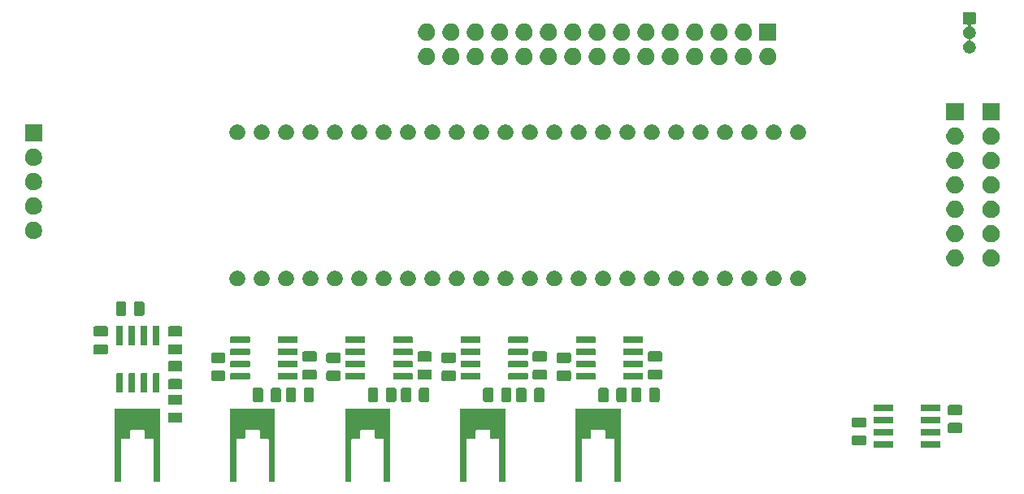
<source format=gts>
G04 #@! TF.GenerationSoftware,KiCad,Pcbnew,5.1.5*
G04 #@! TF.CreationDate,2020-07-14T01:00:17+09:00*
G04 #@! TF.ProjectId,teabiscuits_compute,74656162-6973-4637-9569-74735f636f6d,rev?*
G04 #@! TF.SameCoordinates,Original*
G04 #@! TF.FileFunction,Soldermask,Top*
G04 #@! TF.FilePolarity,Negative*
%FSLAX46Y46*%
G04 Gerber Fmt 4.6, Leading zero omitted, Abs format (unit mm)*
G04 Created by KiCad (PCBNEW 5.1.5) date 2020-07-14 01:00:17*
%MOMM*%
%LPD*%
G04 APERTURE LIST*
%ADD10C,0.100000*%
G04 APERTURE END LIST*
D10*
G36*
X135249999Y-140449737D02*
G01*
X135259611Y-140452653D01*
X135275077Y-140460920D01*
X135297715Y-140470298D01*
X135321749Y-140475078D01*
X135346253Y-140475078D01*
X135370286Y-140470298D01*
X135392925Y-140460920D01*
X135410765Y-140449000D01*
X136709712Y-140449000D01*
X136716553Y-140454614D01*
X136738164Y-140466165D01*
X136761613Y-140473278D01*
X136785999Y-140475680D01*
X136810385Y-140473278D01*
X136833834Y-140466165D01*
X136844923Y-140460920D01*
X136860389Y-140452653D01*
X136870001Y-140449737D01*
X136886140Y-140448148D01*
X138353860Y-140448148D01*
X138369999Y-140449737D01*
X138379608Y-140452652D01*
X138388472Y-140457390D01*
X138396237Y-140463763D01*
X138402610Y-140471528D01*
X138407348Y-140480392D01*
X138410263Y-140490001D01*
X138411852Y-140506140D01*
X138411852Y-147993860D01*
X138410263Y-148009999D01*
X138407348Y-148019608D01*
X138402610Y-148028472D01*
X138396237Y-148036237D01*
X138388472Y-148042610D01*
X138379608Y-148047348D01*
X138369999Y-148050263D01*
X138353860Y-148051852D01*
X137816140Y-148051852D01*
X137800001Y-148050263D01*
X137790392Y-148047348D01*
X137781528Y-148042610D01*
X137773763Y-148036237D01*
X137767390Y-148028472D01*
X137762652Y-148019608D01*
X137759737Y-148009999D01*
X137758148Y-147993860D01*
X137758148Y-143676851D01*
X137755746Y-143652465D01*
X137748633Y-143629016D01*
X137737082Y-143607405D01*
X137721537Y-143588463D01*
X137702595Y-143572918D01*
X137680984Y-143561367D01*
X137657535Y-143554254D01*
X137633149Y-143551852D01*
X136886140Y-143551852D01*
X136870001Y-143550263D01*
X136860392Y-143547348D01*
X136851528Y-143542610D01*
X136843763Y-143536237D01*
X136837390Y-143528472D01*
X136832652Y-143519608D01*
X136829737Y-143509999D01*
X136828148Y-143493860D01*
X136828148Y-142775999D01*
X136825746Y-142751613D01*
X136818633Y-142728164D01*
X136807082Y-142706553D01*
X136791537Y-142687611D01*
X136772595Y-142672066D01*
X136750984Y-142660515D01*
X136727535Y-142653402D01*
X136703149Y-142651000D01*
X135416851Y-142651000D01*
X135392465Y-142653402D01*
X135369016Y-142660515D01*
X135347405Y-142672066D01*
X135328463Y-142687611D01*
X135312918Y-142706553D01*
X135301367Y-142728164D01*
X135294254Y-142751613D01*
X135291852Y-142775999D01*
X135291852Y-143493860D01*
X135290263Y-143509999D01*
X135287348Y-143519608D01*
X135282610Y-143528472D01*
X135276237Y-143536237D01*
X135268472Y-143542610D01*
X135259608Y-143547348D01*
X135249999Y-143550263D01*
X135233860Y-143551852D01*
X134486851Y-143551852D01*
X134462465Y-143554254D01*
X134439016Y-143561367D01*
X134417405Y-143572918D01*
X134398463Y-143588463D01*
X134382918Y-143607405D01*
X134371367Y-143629016D01*
X134364254Y-143652465D01*
X134361852Y-143676851D01*
X134361852Y-147993860D01*
X134360263Y-148009999D01*
X134357348Y-148019608D01*
X134352610Y-148028472D01*
X134346237Y-148036237D01*
X134338472Y-148042610D01*
X134329608Y-148047348D01*
X134319999Y-148050263D01*
X134303860Y-148051852D01*
X133766140Y-148051852D01*
X133750001Y-148050263D01*
X133740392Y-148047348D01*
X133731528Y-148042610D01*
X133723763Y-148036237D01*
X133717390Y-148028472D01*
X133712652Y-148019608D01*
X133709737Y-148009999D01*
X133708148Y-147993860D01*
X133708148Y-140506140D01*
X133709737Y-140490001D01*
X133712652Y-140480392D01*
X133717390Y-140471528D01*
X133723763Y-140463763D01*
X133731528Y-140457390D01*
X133740392Y-140452652D01*
X133750001Y-140449737D01*
X133766140Y-140448148D01*
X135233860Y-140448148D01*
X135249999Y-140449737D01*
G37*
G36*
X171249999Y-140449737D02*
G01*
X171259611Y-140452653D01*
X171275077Y-140460920D01*
X171297715Y-140470298D01*
X171321749Y-140475078D01*
X171346253Y-140475078D01*
X171370286Y-140470298D01*
X171392925Y-140460920D01*
X171410765Y-140449000D01*
X172709712Y-140449000D01*
X172716553Y-140454614D01*
X172738164Y-140466165D01*
X172761613Y-140473278D01*
X172785999Y-140475680D01*
X172810385Y-140473278D01*
X172833834Y-140466165D01*
X172844923Y-140460920D01*
X172860389Y-140452653D01*
X172870001Y-140449737D01*
X172886140Y-140448148D01*
X174353860Y-140448148D01*
X174369999Y-140449737D01*
X174379608Y-140452652D01*
X174388472Y-140457390D01*
X174396237Y-140463763D01*
X174402610Y-140471528D01*
X174407348Y-140480392D01*
X174410263Y-140490001D01*
X174411852Y-140506140D01*
X174411852Y-147993860D01*
X174410263Y-148009999D01*
X174407348Y-148019608D01*
X174402610Y-148028472D01*
X174396237Y-148036237D01*
X174388472Y-148042610D01*
X174379608Y-148047348D01*
X174369999Y-148050263D01*
X174353860Y-148051852D01*
X173816140Y-148051852D01*
X173800001Y-148050263D01*
X173790392Y-148047348D01*
X173781528Y-148042610D01*
X173773763Y-148036237D01*
X173767390Y-148028472D01*
X173762652Y-148019608D01*
X173759737Y-148009999D01*
X173758148Y-147993860D01*
X173758148Y-143676851D01*
X173755746Y-143652465D01*
X173748633Y-143629016D01*
X173737082Y-143607405D01*
X173721537Y-143588463D01*
X173702595Y-143572918D01*
X173680984Y-143561367D01*
X173657535Y-143554254D01*
X173633149Y-143551852D01*
X172886140Y-143551852D01*
X172870001Y-143550263D01*
X172860392Y-143547348D01*
X172851528Y-143542610D01*
X172843763Y-143536237D01*
X172837390Y-143528472D01*
X172832652Y-143519608D01*
X172829737Y-143509999D01*
X172828148Y-143493860D01*
X172828148Y-142775999D01*
X172825746Y-142751613D01*
X172818633Y-142728164D01*
X172807082Y-142706553D01*
X172791537Y-142687611D01*
X172772595Y-142672066D01*
X172750984Y-142660515D01*
X172727535Y-142653402D01*
X172703149Y-142651000D01*
X171416851Y-142651000D01*
X171392465Y-142653402D01*
X171369016Y-142660515D01*
X171347405Y-142672066D01*
X171328463Y-142687611D01*
X171312918Y-142706553D01*
X171301367Y-142728164D01*
X171294254Y-142751613D01*
X171291852Y-142775999D01*
X171291852Y-143493860D01*
X171290263Y-143509999D01*
X171287348Y-143519608D01*
X171282610Y-143528472D01*
X171276237Y-143536237D01*
X171268472Y-143542610D01*
X171259608Y-143547348D01*
X171249999Y-143550263D01*
X171233860Y-143551852D01*
X170486851Y-143551852D01*
X170462465Y-143554254D01*
X170439016Y-143561367D01*
X170417405Y-143572918D01*
X170398463Y-143588463D01*
X170382918Y-143607405D01*
X170371367Y-143629016D01*
X170364254Y-143652465D01*
X170361852Y-143676851D01*
X170361852Y-147993860D01*
X170360263Y-148009999D01*
X170357348Y-148019608D01*
X170352610Y-148028472D01*
X170346237Y-148036237D01*
X170338472Y-148042610D01*
X170329608Y-148047348D01*
X170319999Y-148050263D01*
X170303860Y-148051852D01*
X169766140Y-148051852D01*
X169750001Y-148050263D01*
X169740392Y-148047348D01*
X169731528Y-148042610D01*
X169723763Y-148036237D01*
X169717390Y-148028472D01*
X169712652Y-148019608D01*
X169709737Y-148009999D01*
X169708148Y-147993860D01*
X169708148Y-140506140D01*
X169709737Y-140490001D01*
X169712652Y-140480392D01*
X169717390Y-140471528D01*
X169723763Y-140463763D01*
X169731528Y-140457390D01*
X169740392Y-140452652D01*
X169750001Y-140449737D01*
X169766140Y-140448148D01*
X171233860Y-140448148D01*
X171249999Y-140449737D01*
G37*
G36*
X159249999Y-140449737D02*
G01*
X159259611Y-140452653D01*
X159275077Y-140460920D01*
X159297715Y-140470298D01*
X159321749Y-140475078D01*
X159346253Y-140475078D01*
X159370286Y-140470298D01*
X159392925Y-140460920D01*
X159410765Y-140449000D01*
X160709712Y-140449000D01*
X160716553Y-140454614D01*
X160738164Y-140466165D01*
X160761613Y-140473278D01*
X160785999Y-140475680D01*
X160810385Y-140473278D01*
X160833834Y-140466165D01*
X160844923Y-140460920D01*
X160860389Y-140452653D01*
X160870001Y-140449737D01*
X160886140Y-140448148D01*
X162353860Y-140448148D01*
X162369999Y-140449737D01*
X162379608Y-140452652D01*
X162388472Y-140457390D01*
X162396237Y-140463763D01*
X162402610Y-140471528D01*
X162407348Y-140480392D01*
X162410263Y-140490001D01*
X162411852Y-140506140D01*
X162411852Y-147993860D01*
X162410263Y-148009999D01*
X162407348Y-148019608D01*
X162402610Y-148028472D01*
X162396237Y-148036237D01*
X162388472Y-148042610D01*
X162379608Y-148047348D01*
X162369999Y-148050263D01*
X162353860Y-148051852D01*
X161816140Y-148051852D01*
X161800001Y-148050263D01*
X161790392Y-148047348D01*
X161781528Y-148042610D01*
X161773763Y-148036237D01*
X161767390Y-148028472D01*
X161762652Y-148019608D01*
X161759737Y-148009999D01*
X161758148Y-147993860D01*
X161758148Y-143676851D01*
X161755746Y-143652465D01*
X161748633Y-143629016D01*
X161737082Y-143607405D01*
X161721537Y-143588463D01*
X161702595Y-143572918D01*
X161680984Y-143561367D01*
X161657535Y-143554254D01*
X161633149Y-143551852D01*
X160886140Y-143551852D01*
X160870001Y-143550263D01*
X160860392Y-143547348D01*
X160851528Y-143542610D01*
X160843763Y-143536237D01*
X160837390Y-143528472D01*
X160832652Y-143519608D01*
X160829737Y-143509999D01*
X160828148Y-143493860D01*
X160828148Y-142775999D01*
X160825746Y-142751613D01*
X160818633Y-142728164D01*
X160807082Y-142706553D01*
X160791537Y-142687611D01*
X160772595Y-142672066D01*
X160750984Y-142660515D01*
X160727535Y-142653402D01*
X160703149Y-142651000D01*
X159416851Y-142651000D01*
X159392465Y-142653402D01*
X159369016Y-142660515D01*
X159347405Y-142672066D01*
X159328463Y-142687611D01*
X159312918Y-142706553D01*
X159301367Y-142728164D01*
X159294254Y-142751613D01*
X159291852Y-142775999D01*
X159291852Y-143493860D01*
X159290263Y-143509999D01*
X159287348Y-143519608D01*
X159282610Y-143528472D01*
X159276237Y-143536237D01*
X159268472Y-143542610D01*
X159259608Y-143547348D01*
X159249999Y-143550263D01*
X159233860Y-143551852D01*
X158486851Y-143551852D01*
X158462465Y-143554254D01*
X158439016Y-143561367D01*
X158417405Y-143572918D01*
X158398463Y-143588463D01*
X158382918Y-143607405D01*
X158371367Y-143629016D01*
X158364254Y-143652465D01*
X158361852Y-143676851D01*
X158361852Y-147993860D01*
X158360263Y-148009999D01*
X158357348Y-148019608D01*
X158352610Y-148028472D01*
X158346237Y-148036237D01*
X158338472Y-148042610D01*
X158329608Y-148047348D01*
X158319999Y-148050263D01*
X158303860Y-148051852D01*
X157766140Y-148051852D01*
X157750001Y-148050263D01*
X157740392Y-148047348D01*
X157731528Y-148042610D01*
X157723763Y-148036237D01*
X157717390Y-148028472D01*
X157712652Y-148019608D01*
X157709737Y-148009999D01*
X157708148Y-147993860D01*
X157708148Y-140506140D01*
X157709737Y-140490001D01*
X157712652Y-140480392D01*
X157717390Y-140471528D01*
X157723763Y-140463763D01*
X157731528Y-140457390D01*
X157740392Y-140452652D01*
X157750001Y-140449737D01*
X157766140Y-140448148D01*
X159233860Y-140448148D01*
X159249999Y-140449737D01*
G37*
G36*
X147249999Y-140449737D02*
G01*
X147259611Y-140452653D01*
X147275077Y-140460920D01*
X147297715Y-140470298D01*
X147321749Y-140475078D01*
X147346253Y-140475078D01*
X147370286Y-140470298D01*
X147392925Y-140460920D01*
X147410765Y-140449000D01*
X148709712Y-140449000D01*
X148716553Y-140454614D01*
X148738164Y-140466165D01*
X148761613Y-140473278D01*
X148785999Y-140475680D01*
X148810385Y-140473278D01*
X148833834Y-140466165D01*
X148844923Y-140460920D01*
X148860389Y-140452653D01*
X148870001Y-140449737D01*
X148886140Y-140448148D01*
X150353860Y-140448148D01*
X150369999Y-140449737D01*
X150379608Y-140452652D01*
X150388472Y-140457390D01*
X150396237Y-140463763D01*
X150402610Y-140471528D01*
X150407348Y-140480392D01*
X150410263Y-140490001D01*
X150411852Y-140506140D01*
X150411852Y-147993860D01*
X150410263Y-148009999D01*
X150407348Y-148019608D01*
X150402610Y-148028472D01*
X150396237Y-148036237D01*
X150388472Y-148042610D01*
X150379608Y-148047348D01*
X150369999Y-148050263D01*
X150353860Y-148051852D01*
X149816140Y-148051852D01*
X149800001Y-148050263D01*
X149790392Y-148047348D01*
X149781528Y-148042610D01*
X149773763Y-148036237D01*
X149767390Y-148028472D01*
X149762652Y-148019608D01*
X149759737Y-148009999D01*
X149758148Y-147993860D01*
X149758148Y-143676851D01*
X149755746Y-143652465D01*
X149748633Y-143629016D01*
X149737082Y-143607405D01*
X149721537Y-143588463D01*
X149702595Y-143572918D01*
X149680984Y-143561367D01*
X149657535Y-143554254D01*
X149633149Y-143551852D01*
X148886140Y-143551852D01*
X148870001Y-143550263D01*
X148860392Y-143547348D01*
X148851528Y-143542610D01*
X148843763Y-143536237D01*
X148837390Y-143528472D01*
X148832652Y-143519608D01*
X148829737Y-143509999D01*
X148828148Y-143493860D01*
X148828148Y-142775999D01*
X148825746Y-142751613D01*
X148818633Y-142728164D01*
X148807082Y-142706553D01*
X148791537Y-142687611D01*
X148772595Y-142672066D01*
X148750984Y-142660515D01*
X148727535Y-142653402D01*
X148703149Y-142651000D01*
X147416851Y-142651000D01*
X147392465Y-142653402D01*
X147369016Y-142660515D01*
X147347405Y-142672066D01*
X147328463Y-142687611D01*
X147312918Y-142706553D01*
X147301367Y-142728164D01*
X147294254Y-142751613D01*
X147291852Y-142775999D01*
X147291852Y-143493860D01*
X147290263Y-143509999D01*
X147287348Y-143519608D01*
X147282610Y-143528472D01*
X147276237Y-143536237D01*
X147268472Y-143542610D01*
X147259608Y-143547348D01*
X147249999Y-143550263D01*
X147233860Y-143551852D01*
X146486851Y-143551852D01*
X146462465Y-143554254D01*
X146439016Y-143561367D01*
X146417405Y-143572918D01*
X146398463Y-143588463D01*
X146382918Y-143607405D01*
X146371367Y-143629016D01*
X146364254Y-143652465D01*
X146361852Y-143676851D01*
X146361852Y-147993860D01*
X146360263Y-148009999D01*
X146357348Y-148019608D01*
X146352610Y-148028472D01*
X146346237Y-148036237D01*
X146338472Y-148042610D01*
X146329608Y-148047348D01*
X146319999Y-148050263D01*
X146303860Y-148051852D01*
X145766140Y-148051852D01*
X145750001Y-148050263D01*
X145740392Y-148047348D01*
X145731528Y-148042610D01*
X145723763Y-148036237D01*
X145717390Y-148028472D01*
X145712652Y-148019608D01*
X145709737Y-148009999D01*
X145708148Y-147993860D01*
X145708148Y-140506140D01*
X145709737Y-140490001D01*
X145712652Y-140480392D01*
X145717390Y-140471528D01*
X145723763Y-140463763D01*
X145731528Y-140457390D01*
X145740392Y-140452652D01*
X145750001Y-140449737D01*
X145766140Y-140448148D01*
X147233860Y-140448148D01*
X147249999Y-140449737D01*
G37*
G36*
X123249999Y-140449737D02*
G01*
X123259611Y-140452653D01*
X123275077Y-140460920D01*
X123297715Y-140470298D01*
X123321749Y-140475078D01*
X123346253Y-140475078D01*
X123370286Y-140470298D01*
X123392925Y-140460920D01*
X123410765Y-140449000D01*
X124709712Y-140449000D01*
X124716553Y-140454614D01*
X124738164Y-140466165D01*
X124761613Y-140473278D01*
X124785999Y-140475680D01*
X124810385Y-140473278D01*
X124833834Y-140466165D01*
X124844923Y-140460920D01*
X124860389Y-140452653D01*
X124870001Y-140449737D01*
X124886140Y-140448148D01*
X126353860Y-140448148D01*
X126369999Y-140449737D01*
X126379608Y-140452652D01*
X126388472Y-140457390D01*
X126396237Y-140463763D01*
X126402610Y-140471528D01*
X126407348Y-140480392D01*
X126410263Y-140490001D01*
X126411852Y-140506140D01*
X126411852Y-147993860D01*
X126410263Y-148009999D01*
X126407348Y-148019608D01*
X126402610Y-148028472D01*
X126396237Y-148036237D01*
X126388472Y-148042610D01*
X126379608Y-148047348D01*
X126369999Y-148050263D01*
X126353860Y-148051852D01*
X125816140Y-148051852D01*
X125800001Y-148050263D01*
X125790392Y-148047348D01*
X125781528Y-148042610D01*
X125773763Y-148036237D01*
X125767390Y-148028472D01*
X125762652Y-148019608D01*
X125759737Y-148009999D01*
X125758148Y-147993860D01*
X125758148Y-143676851D01*
X125755746Y-143652465D01*
X125748633Y-143629016D01*
X125737082Y-143607405D01*
X125721537Y-143588463D01*
X125702595Y-143572918D01*
X125680984Y-143561367D01*
X125657535Y-143554254D01*
X125633149Y-143551852D01*
X124886140Y-143551852D01*
X124870001Y-143550263D01*
X124860392Y-143547348D01*
X124851528Y-143542610D01*
X124843763Y-143536237D01*
X124837390Y-143528472D01*
X124832652Y-143519608D01*
X124829737Y-143509999D01*
X124828148Y-143493860D01*
X124828148Y-142775999D01*
X124825746Y-142751613D01*
X124818633Y-142728164D01*
X124807082Y-142706553D01*
X124791537Y-142687611D01*
X124772595Y-142672066D01*
X124750984Y-142660515D01*
X124727535Y-142653402D01*
X124703149Y-142651000D01*
X123416851Y-142651000D01*
X123392465Y-142653402D01*
X123369016Y-142660515D01*
X123347405Y-142672066D01*
X123328463Y-142687611D01*
X123312918Y-142706553D01*
X123301367Y-142728164D01*
X123294254Y-142751613D01*
X123291852Y-142775999D01*
X123291852Y-143493860D01*
X123290263Y-143509999D01*
X123287348Y-143519608D01*
X123282610Y-143528472D01*
X123276237Y-143536237D01*
X123268472Y-143542610D01*
X123259608Y-143547348D01*
X123249999Y-143550263D01*
X123233860Y-143551852D01*
X122486851Y-143551852D01*
X122462465Y-143554254D01*
X122439016Y-143561367D01*
X122417405Y-143572918D01*
X122398463Y-143588463D01*
X122382918Y-143607405D01*
X122371367Y-143629016D01*
X122364254Y-143652465D01*
X122361852Y-143676851D01*
X122361852Y-147993860D01*
X122360263Y-148009999D01*
X122357348Y-148019608D01*
X122352610Y-148028472D01*
X122346237Y-148036237D01*
X122338472Y-148042610D01*
X122329608Y-148047348D01*
X122319999Y-148050263D01*
X122303860Y-148051852D01*
X121766140Y-148051852D01*
X121750001Y-148050263D01*
X121740392Y-148047348D01*
X121731528Y-148042610D01*
X121723763Y-148036237D01*
X121717390Y-148028472D01*
X121712652Y-148019608D01*
X121709737Y-148009999D01*
X121708148Y-147993860D01*
X121708148Y-140506140D01*
X121709737Y-140490001D01*
X121712652Y-140480392D01*
X121717390Y-140471528D01*
X121723763Y-140463763D01*
X121731528Y-140457390D01*
X121740392Y-140452652D01*
X121750001Y-140449737D01*
X121766140Y-140448148D01*
X123233860Y-140448148D01*
X123249999Y-140449737D01*
G37*
G36*
X207659928Y-143806764D02*
G01*
X207681009Y-143813160D01*
X207700445Y-143823548D01*
X207717476Y-143837524D01*
X207731452Y-143854555D01*
X207741840Y-143873991D01*
X207748236Y-143895072D01*
X207751000Y-143923140D01*
X207751000Y-144386860D01*
X207748236Y-144414928D01*
X207741840Y-144436009D01*
X207731452Y-144455445D01*
X207717476Y-144472476D01*
X207700445Y-144486452D01*
X207681009Y-144496840D01*
X207659928Y-144503236D01*
X207631860Y-144506000D01*
X205818140Y-144506000D01*
X205790072Y-144503236D01*
X205768991Y-144496840D01*
X205749555Y-144486452D01*
X205732524Y-144472476D01*
X205718548Y-144455445D01*
X205708160Y-144436009D01*
X205701764Y-144414928D01*
X205699000Y-144386860D01*
X205699000Y-143923140D01*
X205701764Y-143895072D01*
X205708160Y-143873991D01*
X205718548Y-143854555D01*
X205732524Y-143837524D01*
X205749555Y-143823548D01*
X205768991Y-143813160D01*
X205790072Y-143806764D01*
X205818140Y-143804000D01*
X207631860Y-143804000D01*
X207659928Y-143806764D01*
G37*
G36*
X202709928Y-143806764D02*
G01*
X202731009Y-143813160D01*
X202750445Y-143823548D01*
X202767476Y-143837524D01*
X202781452Y-143854555D01*
X202791840Y-143873991D01*
X202798236Y-143895072D01*
X202801000Y-143923140D01*
X202801000Y-144386860D01*
X202798236Y-144414928D01*
X202791840Y-144436009D01*
X202781452Y-144455445D01*
X202767476Y-144472476D01*
X202750445Y-144486452D01*
X202731009Y-144496840D01*
X202709928Y-144503236D01*
X202681860Y-144506000D01*
X200868140Y-144506000D01*
X200840072Y-144503236D01*
X200818991Y-144496840D01*
X200799555Y-144486452D01*
X200782524Y-144472476D01*
X200768548Y-144455445D01*
X200758160Y-144436009D01*
X200751764Y-144414928D01*
X200749000Y-144386860D01*
X200749000Y-143923140D01*
X200751764Y-143895072D01*
X200758160Y-143873991D01*
X200768548Y-143854555D01*
X200782524Y-143837524D01*
X200799555Y-143823548D01*
X200818991Y-143813160D01*
X200840072Y-143806764D01*
X200868140Y-143804000D01*
X202681860Y-143804000D01*
X202709928Y-143806764D01*
G37*
G36*
X199834468Y-143216065D02*
G01*
X199873138Y-143227796D01*
X199908777Y-143246846D01*
X199940017Y-143272483D01*
X199965654Y-143303723D01*
X199984704Y-143339362D01*
X199996435Y-143378032D01*
X200001000Y-143424388D01*
X200001000Y-144075612D01*
X199996435Y-144121968D01*
X199984704Y-144160638D01*
X199965654Y-144196277D01*
X199940017Y-144227517D01*
X199908777Y-144253154D01*
X199873138Y-144272204D01*
X199834468Y-144283935D01*
X199788112Y-144288500D01*
X198711888Y-144288500D01*
X198665532Y-144283935D01*
X198626862Y-144272204D01*
X198591223Y-144253154D01*
X198559983Y-144227517D01*
X198534346Y-144196277D01*
X198515296Y-144160638D01*
X198503565Y-144121968D01*
X198499000Y-144075612D01*
X198499000Y-143424388D01*
X198503565Y-143378032D01*
X198515296Y-143339362D01*
X198534346Y-143303723D01*
X198559983Y-143272483D01*
X198591223Y-143246846D01*
X198626862Y-143227796D01*
X198665532Y-143216065D01*
X198711888Y-143211500D01*
X199788112Y-143211500D01*
X199834468Y-143216065D01*
G37*
G36*
X207659928Y-142536764D02*
G01*
X207681009Y-142543160D01*
X207700445Y-142553548D01*
X207717476Y-142567524D01*
X207731452Y-142584555D01*
X207741840Y-142603991D01*
X207748236Y-142625072D01*
X207751000Y-142653140D01*
X207751000Y-143116860D01*
X207748236Y-143144928D01*
X207741840Y-143166009D01*
X207731452Y-143185445D01*
X207717476Y-143202476D01*
X207700445Y-143216452D01*
X207681009Y-143226840D01*
X207659928Y-143233236D01*
X207631860Y-143236000D01*
X205818140Y-143236000D01*
X205790072Y-143233236D01*
X205768991Y-143226840D01*
X205749555Y-143216452D01*
X205732524Y-143202476D01*
X205718548Y-143185445D01*
X205708160Y-143166009D01*
X205701764Y-143144928D01*
X205699000Y-143116860D01*
X205699000Y-142653140D01*
X205701764Y-142625072D01*
X205708160Y-142603991D01*
X205718548Y-142584555D01*
X205732524Y-142567524D01*
X205749555Y-142553548D01*
X205768991Y-142543160D01*
X205790072Y-142536764D01*
X205818140Y-142534000D01*
X207631860Y-142534000D01*
X207659928Y-142536764D01*
G37*
G36*
X202709928Y-142536764D02*
G01*
X202731009Y-142543160D01*
X202750445Y-142553548D01*
X202767476Y-142567524D01*
X202781452Y-142584555D01*
X202791840Y-142603991D01*
X202798236Y-142625072D01*
X202801000Y-142653140D01*
X202801000Y-143116860D01*
X202798236Y-143144928D01*
X202791840Y-143166009D01*
X202781452Y-143185445D01*
X202767476Y-143202476D01*
X202750445Y-143216452D01*
X202731009Y-143226840D01*
X202709928Y-143233236D01*
X202681860Y-143236000D01*
X200868140Y-143236000D01*
X200840072Y-143233236D01*
X200818991Y-143226840D01*
X200799555Y-143216452D01*
X200782524Y-143202476D01*
X200768548Y-143185445D01*
X200758160Y-143166009D01*
X200751764Y-143144928D01*
X200749000Y-143116860D01*
X200749000Y-142653140D01*
X200751764Y-142625072D01*
X200758160Y-142603991D01*
X200768548Y-142584555D01*
X200782524Y-142567524D01*
X200799555Y-142553548D01*
X200818991Y-142543160D01*
X200840072Y-142536764D01*
X200868140Y-142534000D01*
X202681860Y-142534000D01*
X202709928Y-142536764D01*
G37*
G36*
X209834468Y-141903565D02*
G01*
X209873138Y-141915296D01*
X209908777Y-141934346D01*
X209940017Y-141959983D01*
X209965654Y-141991223D01*
X209984704Y-142026862D01*
X209996435Y-142065532D01*
X210001000Y-142111888D01*
X210001000Y-142763112D01*
X209996435Y-142809468D01*
X209984704Y-142848138D01*
X209965654Y-142883777D01*
X209940017Y-142915017D01*
X209908777Y-142940654D01*
X209873138Y-142959704D01*
X209834468Y-142971435D01*
X209788112Y-142976000D01*
X208711888Y-142976000D01*
X208665532Y-142971435D01*
X208626862Y-142959704D01*
X208591223Y-142940654D01*
X208559983Y-142915017D01*
X208534346Y-142883777D01*
X208515296Y-142848138D01*
X208503565Y-142809468D01*
X208499000Y-142763112D01*
X208499000Y-142111888D01*
X208503565Y-142065532D01*
X208515296Y-142026862D01*
X208534346Y-141991223D01*
X208559983Y-141959983D01*
X208591223Y-141934346D01*
X208626862Y-141915296D01*
X208665532Y-141903565D01*
X208711888Y-141899000D01*
X209788112Y-141899000D01*
X209834468Y-141903565D01*
G37*
G36*
X199834468Y-141341065D02*
G01*
X199873138Y-141352796D01*
X199908777Y-141371846D01*
X199940017Y-141397483D01*
X199965654Y-141428723D01*
X199984704Y-141464362D01*
X199996435Y-141503032D01*
X200001000Y-141549388D01*
X200001000Y-142200612D01*
X199996435Y-142246968D01*
X199984704Y-142285638D01*
X199965654Y-142321277D01*
X199940017Y-142352517D01*
X199908777Y-142378154D01*
X199873138Y-142397204D01*
X199834468Y-142408935D01*
X199788112Y-142413500D01*
X198711888Y-142413500D01*
X198665532Y-142408935D01*
X198626862Y-142397204D01*
X198591223Y-142378154D01*
X198559983Y-142352517D01*
X198534346Y-142321277D01*
X198515296Y-142285638D01*
X198503565Y-142246968D01*
X198499000Y-142200612D01*
X198499000Y-141549388D01*
X198503565Y-141503032D01*
X198515296Y-141464362D01*
X198534346Y-141428723D01*
X198559983Y-141397483D01*
X198591223Y-141371846D01*
X198626862Y-141352796D01*
X198665532Y-141341065D01*
X198711888Y-141336500D01*
X199788112Y-141336500D01*
X199834468Y-141341065D01*
G37*
G36*
X207659928Y-141266764D02*
G01*
X207681009Y-141273160D01*
X207700445Y-141283548D01*
X207717476Y-141297524D01*
X207731452Y-141314555D01*
X207741840Y-141333991D01*
X207748236Y-141355072D01*
X207751000Y-141383140D01*
X207751000Y-141846860D01*
X207748236Y-141874928D01*
X207741840Y-141896009D01*
X207731452Y-141915445D01*
X207717476Y-141932476D01*
X207700445Y-141946452D01*
X207681009Y-141956840D01*
X207659928Y-141963236D01*
X207631860Y-141966000D01*
X205818140Y-141966000D01*
X205790072Y-141963236D01*
X205768991Y-141956840D01*
X205749555Y-141946452D01*
X205732524Y-141932476D01*
X205718548Y-141915445D01*
X205708160Y-141896009D01*
X205701764Y-141874928D01*
X205699000Y-141846860D01*
X205699000Y-141383140D01*
X205701764Y-141355072D01*
X205708160Y-141333991D01*
X205718548Y-141314555D01*
X205732524Y-141297524D01*
X205749555Y-141283548D01*
X205768991Y-141273160D01*
X205790072Y-141266764D01*
X205818140Y-141264000D01*
X207631860Y-141264000D01*
X207659928Y-141266764D01*
G37*
G36*
X202709928Y-141266764D02*
G01*
X202731009Y-141273160D01*
X202750445Y-141283548D01*
X202767476Y-141297524D01*
X202781452Y-141314555D01*
X202791840Y-141333991D01*
X202798236Y-141355072D01*
X202801000Y-141383140D01*
X202801000Y-141846860D01*
X202798236Y-141874928D01*
X202791840Y-141896009D01*
X202781452Y-141915445D01*
X202767476Y-141932476D01*
X202750445Y-141946452D01*
X202731009Y-141956840D01*
X202709928Y-141963236D01*
X202681860Y-141966000D01*
X200868140Y-141966000D01*
X200840072Y-141963236D01*
X200818991Y-141956840D01*
X200799555Y-141946452D01*
X200782524Y-141932476D01*
X200768548Y-141915445D01*
X200758160Y-141896009D01*
X200751764Y-141874928D01*
X200749000Y-141846860D01*
X200749000Y-141383140D01*
X200751764Y-141355072D01*
X200758160Y-141333991D01*
X200768548Y-141314555D01*
X200782524Y-141297524D01*
X200799555Y-141283548D01*
X200818991Y-141273160D01*
X200840072Y-141266764D01*
X200868140Y-141264000D01*
X202681860Y-141264000D01*
X202709928Y-141266764D01*
G37*
G36*
X128584468Y-140841065D02*
G01*
X128623138Y-140852796D01*
X128658777Y-140871846D01*
X128690017Y-140897483D01*
X128715654Y-140928723D01*
X128734704Y-140964362D01*
X128746435Y-141003032D01*
X128751000Y-141049388D01*
X128751000Y-141700612D01*
X128746435Y-141746968D01*
X128734704Y-141785638D01*
X128715654Y-141821277D01*
X128690017Y-141852517D01*
X128658777Y-141878154D01*
X128623138Y-141897204D01*
X128584468Y-141908935D01*
X128538112Y-141913500D01*
X127461888Y-141913500D01*
X127415532Y-141908935D01*
X127376862Y-141897204D01*
X127341223Y-141878154D01*
X127309983Y-141852517D01*
X127284346Y-141821277D01*
X127265296Y-141785638D01*
X127253565Y-141746968D01*
X127249000Y-141700612D01*
X127249000Y-141049388D01*
X127253565Y-141003032D01*
X127265296Y-140964362D01*
X127284346Y-140928723D01*
X127309983Y-140897483D01*
X127341223Y-140871846D01*
X127376862Y-140852796D01*
X127415532Y-140841065D01*
X127461888Y-140836500D01*
X128538112Y-140836500D01*
X128584468Y-140841065D01*
G37*
G36*
X209834468Y-140028565D02*
G01*
X209873138Y-140040296D01*
X209908777Y-140059346D01*
X209940017Y-140084983D01*
X209965654Y-140116223D01*
X209984704Y-140151862D01*
X209996435Y-140190532D01*
X210001000Y-140236888D01*
X210001000Y-140888112D01*
X209996435Y-140934468D01*
X209984704Y-140973138D01*
X209965654Y-141008777D01*
X209940017Y-141040017D01*
X209908777Y-141065654D01*
X209873138Y-141084704D01*
X209834468Y-141096435D01*
X209788112Y-141101000D01*
X208711888Y-141101000D01*
X208665532Y-141096435D01*
X208626862Y-141084704D01*
X208591223Y-141065654D01*
X208559983Y-141040017D01*
X208534346Y-141008777D01*
X208515296Y-140973138D01*
X208503565Y-140934468D01*
X208499000Y-140888112D01*
X208499000Y-140236888D01*
X208503565Y-140190532D01*
X208515296Y-140151862D01*
X208534346Y-140116223D01*
X208559983Y-140084983D01*
X208591223Y-140059346D01*
X208626862Y-140040296D01*
X208665532Y-140028565D01*
X208711888Y-140024000D01*
X209788112Y-140024000D01*
X209834468Y-140028565D01*
G37*
G36*
X202709928Y-139996764D02*
G01*
X202731009Y-140003160D01*
X202750445Y-140013548D01*
X202767476Y-140027524D01*
X202781452Y-140044555D01*
X202791840Y-140063991D01*
X202798236Y-140085072D01*
X202801000Y-140113140D01*
X202801000Y-140576860D01*
X202798236Y-140604928D01*
X202791840Y-140626009D01*
X202781452Y-140645445D01*
X202767476Y-140662476D01*
X202750445Y-140676452D01*
X202731009Y-140686840D01*
X202709928Y-140693236D01*
X202681860Y-140696000D01*
X200868140Y-140696000D01*
X200840072Y-140693236D01*
X200818991Y-140686840D01*
X200799555Y-140676452D01*
X200782524Y-140662476D01*
X200768548Y-140645445D01*
X200758160Y-140626009D01*
X200751764Y-140604928D01*
X200749000Y-140576860D01*
X200749000Y-140113140D01*
X200751764Y-140085072D01*
X200758160Y-140063991D01*
X200768548Y-140044555D01*
X200782524Y-140027524D01*
X200799555Y-140013548D01*
X200818991Y-140003160D01*
X200840072Y-139996764D01*
X200868140Y-139994000D01*
X202681860Y-139994000D01*
X202709928Y-139996764D01*
G37*
G36*
X207659928Y-139996764D02*
G01*
X207681009Y-140003160D01*
X207700445Y-140013548D01*
X207717476Y-140027524D01*
X207731452Y-140044555D01*
X207741840Y-140063991D01*
X207748236Y-140085072D01*
X207751000Y-140113140D01*
X207751000Y-140576860D01*
X207748236Y-140604928D01*
X207741840Y-140626009D01*
X207731452Y-140645445D01*
X207717476Y-140662476D01*
X207700445Y-140676452D01*
X207681009Y-140686840D01*
X207659928Y-140693236D01*
X207631860Y-140696000D01*
X205818140Y-140696000D01*
X205790072Y-140693236D01*
X205768991Y-140686840D01*
X205749555Y-140676452D01*
X205732524Y-140662476D01*
X205718548Y-140645445D01*
X205708160Y-140626009D01*
X205701764Y-140604928D01*
X205699000Y-140576860D01*
X205699000Y-140113140D01*
X205701764Y-140085072D01*
X205708160Y-140063991D01*
X205718548Y-140044555D01*
X205732524Y-140027524D01*
X205749555Y-140013548D01*
X205768991Y-140003160D01*
X205790072Y-139996764D01*
X205818140Y-139994000D01*
X207631860Y-139994000D01*
X207659928Y-139996764D01*
G37*
G36*
X128584468Y-138966065D02*
G01*
X128623138Y-138977796D01*
X128658777Y-138996846D01*
X128690017Y-139022483D01*
X128715654Y-139053723D01*
X128734704Y-139089362D01*
X128746435Y-139128032D01*
X128751000Y-139174388D01*
X128751000Y-139825612D01*
X128746435Y-139871968D01*
X128734704Y-139910638D01*
X128715654Y-139946277D01*
X128690017Y-139977517D01*
X128658777Y-140003154D01*
X128623138Y-140022204D01*
X128584468Y-140033935D01*
X128538112Y-140038500D01*
X127461888Y-140038500D01*
X127415532Y-140033935D01*
X127376862Y-140022204D01*
X127341223Y-140003154D01*
X127309983Y-139977517D01*
X127284346Y-139946277D01*
X127265296Y-139910638D01*
X127253565Y-139871968D01*
X127249000Y-139825612D01*
X127249000Y-139174388D01*
X127253565Y-139128032D01*
X127265296Y-139089362D01*
X127284346Y-139053723D01*
X127309983Y-139022483D01*
X127341223Y-138996846D01*
X127376862Y-138977796D01*
X127415532Y-138966065D01*
X127461888Y-138961500D01*
X128538112Y-138961500D01*
X128584468Y-138966065D01*
G37*
G36*
X140434468Y-138253565D02*
G01*
X140473138Y-138265296D01*
X140508777Y-138284346D01*
X140540017Y-138309983D01*
X140565654Y-138341223D01*
X140584704Y-138376862D01*
X140596435Y-138415532D01*
X140601000Y-138461888D01*
X140601000Y-139538112D01*
X140596435Y-139584468D01*
X140584704Y-139623138D01*
X140565654Y-139658777D01*
X140540017Y-139690017D01*
X140508777Y-139715654D01*
X140473138Y-139734704D01*
X140434468Y-139746435D01*
X140388112Y-139751000D01*
X139736888Y-139751000D01*
X139690532Y-139746435D01*
X139651862Y-139734704D01*
X139616223Y-139715654D01*
X139584983Y-139690017D01*
X139559346Y-139658777D01*
X139540296Y-139623138D01*
X139528565Y-139584468D01*
X139524000Y-139538112D01*
X139524000Y-138461888D01*
X139528565Y-138415532D01*
X139540296Y-138376862D01*
X139559346Y-138341223D01*
X139584983Y-138309983D01*
X139616223Y-138284346D01*
X139651862Y-138265296D01*
X139690532Y-138253565D01*
X139736888Y-138249000D01*
X140388112Y-138249000D01*
X140434468Y-138253565D01*
G37*
G36*
X136996968Y-138253565D02*
G01*
X137035638Y-138265296D01*
X137071277Y-138284346D01*
X137102517Y-138309983D01*
X137128154Y-138341223D01*
X137147204Y-138376862D01*
X137158935Y-138415532D01*
X137163500Y-138461888D01*
X137163500Y-139538112D01*
X137158935Y-139584468D01*
X137147204Y-139623138D01*
X137128154Y-139658777D01*
X137102517Y-139690017D01*
X137071277Y-139715654D01*
X137035638Y-139734704D01*
X136996968Y-139746435D01*
X136950612Y-139751000D01*
X136299388Y-139751000D01*
X136253032Y-139746435D01*
X136214362Y-139734704D01*
X136178723Y-139715654D01*
X136147483Y-139690017D01*
X136121846Y-139658777D01*
X136102796Y-139623138D01*
X136091065Y-139584468D01*
X136086500Y-139538112D01*
X136086500Y-138461888D01*
X136091065Y-138415532D01*
X136102796Y-138376862D01*
X136121846Y-138341223D01*
X136147483Y-138309983D01*
X136178723Y-138284346D01*
X136214362Y-138265296D01*
X136253032Y-138253565D01*
X136299388Y-138249000D01*
X136950612Y-138249000D01*
X136996968Y-138253565D01*
G37*
G36*
X138871968Y-138253565D02*
G01*
X138910638Y-138265296D01*
X138946277Y-138284346D01*
X138977517Y-138309983D01*
X139003154Y-138341223D01*
X139022204Y-138376862D01*
X139033935Y-138415532D01*
X139038500Y-138461888D01*
X139038500Y-139538112D01*
X139033935Y-139584468D01*
X139022204Y-139623138D01*
X139003154Y-139658777D01*
X138977517Y-139690017D01*
X138946277Y-139715654D01*
X138910638Y-139734704D01*
X138871968Y-139746435D01*
X138825612Y-139751000D01*
X138174388Y-139751000D01*
X138128032Y-139746435D01*
X138089362Y-139734704D01*
X138053723Y-139715654D01*
X138022483Y-139690017D01*
X137996846Y-139658777D01*
X137977796Y-139623138D01*
X137966065Y-139584468D01*
X137961500Y-139538112D01*
X137961500Y-138461888D01*
X137966065Y-138415532D01*
X137977796Y-138376862D01*
X137996846Y-138341223D01*
X138022483Y-138309983D01*
X138053723Y-138284346D01*
X138089362Y-138265296D01*
X138128032Y-138253565D01*
X138174388Y-138249000D01*
X138825612Y-138249000D01*
X138871968Y-138253565D01*
G37*
G36*
X178309468Y-138253565D02*
G01*
X178348138Y-138265296D01*
X178383777Y-138284346D01*
X178415017Y-138309983D01*
X178440654Y-138341223D01*
X178459704Y-138376862D01*
X178471435Y-138415532D01*
X178476000Y-138461888D01*
X178476000Y-139538112D01*
X178471435Y-139584468D01*
X178459704Y-139623138D01*
X178440654Y-139658777D01*
X178415017Y-139690017D01*
X178383777Y-139715654D01*
X178348138Y-139734704D01*
X178309468Y-139746435D01*
X178263112Y-139751000D01*
X177611888Y-139751000D01*
X177565532Y-139746435D01*
X177526862Y-139734704D01*
X177491223Y-139715654D01*
X177459983Y-139690017D01*
X177434346Y-139658777D01*
X177415296Y-139623138D01*
X177403565Y-139584468D01*
X177399000Y-139538112D01*
X177399000Y-138461888D01*
X177403565Y-138415532D01*
X177415296Y-138376862D01*
X177434346Y-138341223D01*
X177459983Y-138309983D01*
X177491223Y-138284346D01*
X177526862Y-138265296D01*
X177565532Y-138253565D01*
X177611888Y-138249000D01*
X178263112Y-138249000D01*
X178309468Y-138253565D01*
G37*
G36*
X174871968Y-138253565D02*
G01*
X174910638Y-138265296D01*
X174946277Y-138284346D01*
X174977517Y-138309983D01*
X175003154Y-138341223D01*
X175022204Y-138376862D01*
X175033935Y-138415532D01*
X175038500Y-138461888D01*
X175038500Y-139538112D01*
X175033935Y-139584468D01*
X175022204Y-139623138D01*
X175003154Y-139658777D01*
X174977517Y-139690017D01*
X174946277Y-139715654D01*
X174910638Y-139734704D01*
X174871968Y-139746435D01*
X174825612Y-139751000D01*
X174174388Y-139751000D01*
X174128032Y-139746435D01*
X174089362Y-139734704D01*
X174053723Y-139715654D01*
X174022483Y-139690017D01*
X173996846Y-139658777D01*
X173977796Y-139623138D01*
X173966065Y-139584468D01*
X173961500Y-139538112D01*
X173961500Y-138461888D01*
X173966065Y-138415532D01*
X173977796Y-138376862D01*
X173996846Y-138341223D01*
X174022483Y-138309983D01*
X174053723Y-138284346D01*
X174089362Y-138265296D01*
X174128032Y-138253565D01*
X174174388Y-138249000D01*
X174825612Y-138249000D01*
X174871968Y-138253565D01*
G37*
G36*
X172996968Y-138253565D02*
G01*
X173035638Y-138265296D01*
X173071277Y-138284346D01*
X173102517Y-138309983D01*
X173128154Y-138341223D01*
X173147204Y-138376862D01*
X173158935Y-138415532D01*
X173163500Y-138461888D01*
X173163500Y-139538112D01*
X173158935Y-139584468D01*
X173147204Y-139623138D01*
X173128154Y-139658777D01*
X173102517Y-139690017D01*
X173071277Y-139715654D01*
X173035638Y-139734704D01*
X172996968Y-139746435D01*
X172950612Y-139751000D01*
X172299388Y-139751000D01*
X172253032Y-139746435D01*
X172214362Y-139734704D01*
X172178723Y-139715654D01*
X172147483Y-139690017D01*
X172121846Y-139658777D01*
X172102796Y-139623138D01*
X172091065Y-139584468D01*
X172086500Y-139538112D01*
X172086500Y-138461888D01*
X172091065Y-138415532D01*
X172102796Y-138376862D01*
X172121846Y-138341223D01*
X172147483Y-138309983D01*
X172178723Y-138284346D01*
X172214362Y-138265296D01*
X172253032Y-138253565D01*
X172299388Y-138249000D01*
X172950612Y-138249000D01*
X172996968Y-138253565D01*
G37*
G36*
X164434468Y-138253565D02*
G01*
X164473138Y-138265296D01*
X164508777Y-138284346D01*
X164540017Y-138309983D01*
X164565654Y-138341223D01*
X164584704Y-138376862D01*
X164596435Y-138415532D01*
X164601000Y-138461888D01*
X164601000Y-139538112D01*
X164596435Y-139584468D01*
X164584704Y-139623138D01*
X164565654Y-139658777D01*
X164540017Y-139690017D01*
X164508777Y-139715654D01*
X164473138Y-139734704D01*
X164434468Y-139746435D01*
X164388112Y-139751000D01*
X163736888Y-139751000D01*
X163690532Y-139746435D01*
X163651862Y-139734704D01*
X163616223Y-139715654D01*
X163584983Y-139690017D01*
X163559346Y-139658777D01*
X163540296Y-139623138D01*
X163528565Y-139584468D01*
X163524000Y-139538112D01*
X163524000Y-138461888D01*
X163528565Y-138415532D01*
X163540296Y-138376862D01*
X163559346Y-138341223D01*
X163584983Y-138309983D01*
X163616223Y-138284346D01*
X163651862Y-138265296D01*
X163690532Y-138253565D01*
X163736888Y-138249000D01*
X164388112Y-138249000D01*
X164434468Y-138253565D01*
G37*
G36*
X162871968Y-138253565D02*
G01*
X162910638Y-138265296D01*
X162946277Y-138284346D01*
X162977517Y-138309983D01*
X163003154Y-138341223D01*
X163022204Y-138376862D01*
X163033935Y-138415532D01*
X163038500Y-138461888D01*
X163038500Y-139538112D01*
X163033935Y-139584468D01*
X163022204Y-139623138D01*
X163003154Y-139658777D01*
X162977517Y-139690017D01*
X162946277Y-139715654D01*
X162910638Y-139734704D01*
X162871968Y-139746435D01*
X162825612Y-139751000D01*
X162174388Y-139751000D01*
X162128032Y-139746435D01*
X162089362Y-139734704D01*
X162053723Y-139715654D01*
X162022483Y-139690017D01*
X161996846Y-139658777D01*
X161977796Y-139623138D01*
X161966065Y-139584468D01*
X161961500Y-139538112D01*
X161961500Y-138461888D01*
X161966065Y-138415532D01*
X161977796Y-138376862D01*
X161996846Y-138341223D01*
X162022483Y-138309983D01*
X162053723Y-138284346D01*
X162089362Y-138265296D01*
X162128032Y-138253565D01*
X162174388Y-138249000D01*
X162825612Y-138249000D01*
X162871968Y-138253565D01*
G37*
G36*
X154309468Y-138253565D02*
G01*
X154348138Y-138265296D01*
X154383777Y-138284346D01*
X154415017Y-138309983D01*
X154440654Y-138341223D01*
X154459704Y-138376862D01*
X154471435Y-138415532D01*
X154476000Y-138461888D01*
X154476000Y-139538112D01*
X154471435Y-139584468D01*
X154459704Y-139623138D01*
X154440654Y-139658777D01*
X154415017Y-139690017D01*
X154383777Y-139715654D01*
X154348138Y-139734704D01*
X154309468Y-139746435D01*
X154263112Y-139751000D01*
X153611888Y-139751000D01*
X153565532Y-139746435D01*
X153526862Y-139734704D01*
X153491223Y-139715654D01*
X153459983Y-139690017D01*
X153434346Y-139658777D01*
X153415296Y-139623138D01*
X153403565Y-139584468D01*
X153399000Y-139538112D01*
X153399000Y-138461888D01*
X153403565Y-138415532D01*
X153415296Y-138376862D01*
X153434346Y-138341223D01*
X153459983Y-138309983D01*
X153491223Y-138284346D01*
X153526862Y-138265296D01*
X153565532Y-138253565D01*
X153611888Y-138249000D01*
X154263112Y-138249000D01*
X154309468Y-138253565D01*
G37*
G36*
X152434468Y-138253565D02*
G01*
X152473138Y-138265296D01*
X152508777Y-138284346D01*
X152540017Y-138309983D01*
X152565654Y-138341223D01*
X152584704Y-138376862D01*
X152596435Y-138415532D01*
X152601000Y-138461888D01*
X152601000Y-139538112D01*
X152596435Y-139584468D01*
X152584704Y-139623138D01*
X152565654Y-139658777D01*
X152540017Y-139690017D01*
X152508777Y-139715654D01*
X152473138Y-139734704D01*
X152434468Y-139746435D01*
X152388112Y-139751000D01*
X151736888Y-139751000D01*
X151690532Y-139746435D01*
X151651862Y-139734704D01*
X151616223Y-139715654D01*
X151584983Y-139690017D01*
X151559346Y-139658777D01*
X151540296Y-139623138D01*
X151528565Y-139584468D01*
X151524000Y-139538112D01*
X151524000Y-138461888D01*
X151528565Y-138415532D01*
X151540296Y-138376862D01*
X151559346Y-138341223D01*
X151584983Y-138309983D01*
X151616223Y-138284346D01*
X151651862Y-138265296D01*
X151690532Y-138253565D01*
X151736888Y-138249000D01*
X152388112Y-138249000D01*
X152434468Y-138253565D01*
G37*
G36*
X150871968Y-138253565D02*
G01*
X150910638Y-138265296D01*
X150946277Y-138284346D01*
X150977517Y-138309983D01*
X151003154Y-138341223D01*
X151022204Y-138376862D01*
X151033935Y-138415532D01*
X151038500Y-138461888D01*
X151038500Y-139538112D01*
X151033935Y-139584468D01*
X151022204Y-139623138D01*
X151003154Y-139658777D01*
X150977517Y-139690017D01*
X150946277Y-139715654D01*
X150910638Y-139734704D01*
X150871968Y-139746435D01*
X150825612Y-139751000D01*
X150174388Y-139751000D01*
X150128032Y-139746435D01*
X150089362Y-139734704D01*
X150053723Y-139715654D01*
X150022483Y-139690017D01*
X149996846Y-139658777D01*
X149977796Y-139623138D01*
X149966065Y-139584468D01*
X149961500Y-139538112D01*
X149961500Y-138461888D01*
X149966065Y-138415532D01*
X149977796Y-138376862D01*
X149996846Y-138341223D01*
X150022483Y-138309983D01*
X150053723Y-138284346D01*
X150089362Y-138265296D01*
X150128032Y-138253565D01*
X150174388Y-138249000D01*
X150825612Y-138249000D01*
X150871968Y-138253565D01*
G37*
G36*
X148996968Y-138253565D02*
G01*
X149035638Y-138265296D01*
X149071277Y-138284346D01*
X149102517Y-138309983D01*
X149128154Y-138341223D01*
X149147204Y-138376862D01*
X149158935Y-138415532D01*
X149163500Y-138461888D01*
X149163500Y-139538112D01*
X149158935Y-139584468D01*
X149147204Y-139623138D01*
X149128154Y-139658777D01*
X149102517Y-139690017D01*
X149071277Y-139715654D01*
X149035638Y-139734704D01*
X148996968Y-139746435D01*
X148950612Y-139751000D01*
X148299388Y-139751000D01*
X148253032Y-139746435D01*
X148214362Y-139734704D01*
X148178723Y-139715654D01*
X148147483Y-139690017D01*
X148121846Y-139658777D01*
X148102796Y-139623138D01*
X148091065Y-139584468D01*
X148086500Y-139538112D01*
X148086500Y-138461888D01*
X148091065Y-138415532D01*
X148102796Y-138376862D01*
X148121846Y-138341223D01*
X148147483Y-138309983D01*
X148178723Y-138284346D01*
X148214362Y-138265296D01*
X148253032Y-138253565D01*
X148299388Y-138249000D01*
X148950612Y-138249000D01*
X148996968Y-138253565D01*
G37*
G36*
X142309468Y-138253565D02*
G01*
X142348138Y-138265296D01*
X142383777Y-138284346D01*
X142415017Y-138309983D01*
X142440654Y-138341223D01*
X142459704Y-138376862D01*
X142471435Y-138415532D01*
X142476000Y-138461888D01*
X142476000Y-139538112D01*
X142471435Y-139584468D01*
X142459704Y-139623138D01*
X142440654Y-139658777D01*
X142415017Y-139690017D01*
X142383777Y-139715654D01*
X142348138Y-139734704D01*
X142309468Y-139746435D01*
X142263112Y-139751000D01*
X141611888Y-139751000D01*
X141565532Y-139746435D01*
X141526862Y-139734704D01*
X141491223Y-139715654D01*
X141459983Y-139690017D01*
X141434346Y-139658777D01*
X141415296Y-139623138D01*
X141403565Y-139584468D01*
X141399000Y-139538112D01*
X141399000Y-138461888D01*
X141403565Y-138415532D01*
X141415296Y-138376862D01*
X141434346Y-138341223D01*
X141459983Y-138309983D01*
X141491223Y-138284346D01*
X141526862Y-138265296D01*
X141565532Y-138253565D01*
X141611888Y-138249000D01*
X142263112Y-138249000D01*
X142309468Y-138253565D01*
G37*
G36*
X176434468Y-138253565D02*
G01*
X176473138Y-138265296D01*
X176508777Y-138284346D01*
X176540017Y-138309983D01*
X176565654Y-138341223D01*
X176584704Y-138376862D01*
X176596435Y-138415532D01*
X176601000Y-138461888D01*
X176601000Y-139538112D01*
X176596435Y-139584468D01*
X176584704Y-139623138D01*
X176565654Y-139658777D01*
X176540017Y-139690017D01*
X176508777Y-139715654D01*
X176473138Y-139734704D01*
X176434468Y-139746435D01*
X176388112Y-139751000D01*
X175736888Y-139751000D01*
X175690532Y-139746435D01*
X175651862Y-139734704D01*
X175616223Y-139715654D01*
X175584983Y-139690017D01*
X175559346Y-139658777D01*
X175540296Y-139623138D01*
X175528565Y-139584468D01*
X175524000Y-139538112D01*
X175524000Y-138461888D01*
X175528565Y-138415532D01*
X175540296Y-138376862D01*
X175559346Y-138341223D01*
X175584983Y-138309983D01*
X175616223Y-138284346D01*
X175651862Y-138265296D01*
X175690532Y-138253565D01*
X175736888Y-138249000D01*
X176388112Y-138249000D01*
X176434468Y-138253565D01*
G37*
G36*
X160996968Y-138253565D02*
G01*
X161035638Y-138265296D01*
X161071277Y-138284346D01*
X161102517Y-138309983D01*
X161128154Y-138341223D01*
X161147204Y-138376862D01*
X161158935Y-138415532D01*
X161163500Y-138461888D01*
X161163500Y-139538112D01*
X161158935Y-139584468D01*
X161147204Y-139623138D01*
X161128154Y-139658777D01*
X161102517Y-139690017D01*
X161071277Y-139715654D01*
X161035638Y-139734704D01*
X160996968Y-139746435D01*
X160950612Y-139751000D01*
X160299388Y-139751000D01*
X160253032Y-139746435D01*
X160214362Y-139734704D01*
X160178723Y-139715654D01*
X160147483Y-139690017D01*
X160121846Y-139658777D01*
X160102796Y-139623138D01*
X160091065Y-139584468D01*
X160086500Y-139538112D01*
X160086500Y-138461888D01*
X160091065Y-138415532D01*
X160102796Y-138376862D01*
X160121846Y-138341223D01*
X160147483Y-138309983D01*
X160178723Y-138284346D01*
X160214362Y-138265296D01*
X160253032Y-138253565D01*
X160299388Y-138249000D01*
X160950612Y-138249000D01*
X160996968Y-138253565D01*
G37*
G36*
X166309468Y-138253565D02*
G01*
X166348138Y-138265296D01*
X166383777Y-138284346D01*
X166415017Y-138309983D01*
X166440654Y-138341223D01*
X166459704Y-138376862D01*
X166471435Y-138415532D01*
X166476000Y-138461888D01*
X166476000Y-139538112D01*
X166471435Y-139584468D01*
X166459704Y-139623138D01*
X166440654Y-139658777D01*
X166415017Y-139690017D01*
X166383777Y-139715654D01*
X166348138Y-139734704D01*
X166309468Y-139746435D01*
X166263112Y-139751000D01*
X165611888Y-139751000D01*
X165565532Y-139746435D01*
X165526862Y-139734704D01*
X165491223Y-139715654D01*
X165459983Y-139690017D01*
X165434346Y-139658777D01*
X165415296Y-139623138D01*
X165403565Y-139584468D01*
X165399000Y-139538112D01*
X165399000Y-138461888D01*
X165403565Y-138415532D01*
X165415296Y-138376862D01*
X165434346Y-138341223D01*
X165459983Y-138309983D01*
X165491223Y-138284346D01*
X165526862Y-138265296D01*
X165565532Y-138253565D01*
X165611888Y-138249000D01*
X166263112Y-138249000D01*
X166309468Y-138253565D01*
G37*
G36*
X122469928Y-136726764D02*
G01*
X122491009Y-136733160D01*
X122510445Y-136743548D01*
X122527476Y-136757524D01*
X122541452Y-136774555D01*
X122551840Y-136793991D01*
X122558236Y-136815072D01*
X122561000Y-136843140D01*
X122561000Y-138656860D01*
X122558236Y-138684928D01*
X122551840Y-138706009D01*
X122541452Y-138725445D01*
X122527476Y-138742476D01*
X122510445Y-138756452D01*
X122491009Y-138766840D01*
X122469928Y-138773236D01*
X122441860Y-138776000D01*
X121978140Y-138776000D01*
X121950072Y-138773236D01*
X121928991Y-138766840D01*
X121909555Y-138756452D01*
X121892524Y-138742476D01*
X121878548Y-138725445D01*
X121868160Y-138706009D01*
X121861764Y-138684928D01*
X121859000Y-138656860D01*
X121859000Y-136843140D01*
X121861764Y-136815072D01*
X121868160Y-136793991D01*
X121878548Y-136774555D01*
X121892524Y-136757524D01*
X121909555Y-136743548D01*
X121928991Y-136733160D01*
X121950072Y-136726764D01*
X121978140Y-136724000D01*
X122441860Y-136724000D01*
X122469928Y-136726764D01*
G37*
G36*
X123739928Y-136726764D02*
G01*
X123761009Y-136733160D01*
X123780445Y-136743548D01*
X123797476Y-136757524D01*
X123811452Y-136774555D01*
X123821840Y-136793991D01*
X123828236Y-136815072D01*
X123831000Y-136843140D01*
X123831000Y-138656860D01*
X123828236Y-138684928D01*
X123821840Y-138706009D01*
X123811452Y-138725445D01*
X123797476Y-138742476D01*
X123780445Y-138756452D01*
X123761009Y-138766840D01*
X123739928Y-138773236D01*
X123711860Y-138776000D01*
X123248140Y-138776000D01*
X123220072Y-138773236D01*
X123198991Y-138766840D01*
X123179555Y-138756452D01*
X123162524Y-138742476D01*
X123148548Y-138725445D01*
X123138160Y-138706009D01*
X123131764Y-138684928D01*
X123129000Y-138656860D01*
X123129000Y-136843140D01*
X123131764Y-136815072D01*
X123138160Y-136793991D01*
X123148548Y-136774555D01*
X123162524Y-136757524D01*
X123179555Y-136743548D01*
X123198991Y-136733160D01*
X123220072Y-136726764D01*
X123248140Y-136724000D01*
X123711860Y-136724000D01*
X123739928Y-136726764D01*
G37*
G36*
X125009928Y-136726764D02*
G01*
X125031009Y-136733160D01*
X125050445Y-136743548D01*
X125067476Y-136757524D01*
X125081452Y-136774555D01*
X125091840Y-136793991D01*
X125098236Y-136815072D01*
X125101000Y-136843140D01*
X125101000Y-138656860D01*
X125098236Y-138684928D01*
X125091840Y-138706009D01*
X125081452Y-138725445D01*
X125067476Y-138742476D01*
X125050445Y-138756452D01*
X125031009Y-138766840D01*
X125009928Y-138773236D01*
X124981860Y-138776000D01*
X124518140Y-138776000D01*
X124490072Y-138773236D01*
X124468991Y-138766840D01*
X124449555Y-138756452D01*
X124432524Y-138742476D01*
X124418548Y-138725445D01*
X124408160Y-138706009D01*
X124401764Y-138684928D01*
X124399000Y-138656860D01*
X124399000Y-136843140D01*
X124401764Y-136815072D01*
X124408160Y-136793991D01*
X124418548Y-136774555D01*
X124432524Y-136757524D01*
X124449555Y-136743548D01*
X124468991Y-136733160D01*
X124490072Y-136726764D01*
X124518140Y-136724000D01*
X124981860Y-136724000D01*
X125009928Y-136726764D01*
G37*
G36*
X126279928Y-136726764D02*
G01*
X126301009Y-136733160D01*
X126320445Y-136743548D01*
X126337476Y-136757524D01*
X126351452Y-136774555D01*
X126361840Y-136793991D01*
X126368236Y-136815072D01*
X126371000Y-136843140D01*
X126371000Y-138656860D01*
X126368236Y-138684928D01*
X126361840Y-138706009D01*
X126351452Y-138725445D01*
X126337476Y-138742476D01*
X126320445Y-138756452D01*
X126301009Y-138766840D01*
X126279928Y-138773236D01*
X126251860Y-138776000D01*
X125788140Y-138776000D01*
X125760072Y-138773236D01*
X125738991Y-138766840D01*
X125719555Y-138756452D01*
X125702524Y-138742476D01*
X125688548Y-138725445D01*
X125678160Y-138706009D01*
X125671764Y-138684928D01*
X125669000Y-138656860D01*
X125669000Y-136843140D01*
X125671764Y-136815072D01*
X125678160Y-136793991D01*
X125688548Y-136774555D01*
X125702524Y-136757524D01*
X125719555Y-136743548D01*
X125738991Y-136733160D01*
X125760072Y-136726764D01*
X125788140Y-136724000D01*
X126251860Y-136724000D01*
X126279928Y-136726764D01*
G37*
G36*
X128584468Y-137341065D02*
G01*
X128623138Y-137352796D01*
X128658777Y-137371846D01*
X128690017Y-137397483D01*
X128715654Y-137428723D01*
X128734704Y-137464362D01*
X128746435Y-137503032D01*
X128751000Y-137549388D01*
X128751000Y-138200612D01*
X128746435Y-138246968D01*
X128734704Y-138285638D01*
X128715654Y-138321277D01*
X128690017Y-138352517D01*
X128658777Y-138378154D01*
X128623138Y-138397204D01*
X128584468Y-138408935D01*
X128538112Y-138413500D01*
X127461888Y-138413500D01*
X127415532Y-138408935D01*
X127376862Y-138397204D01*
X127341223Y-138378154D01*
X127309983Y-138352517D01*
X127284346Y-138321277D01*
X127265296Y-138285638D01*
X127253565Y-138246968D01*
X127249000Y-138200612D01*
X127249000Y-137549388D01*
X127253565Y-137503032D01*
X127265296Y-137464362D01*
X127284346Y-137428723D01*
X127309983Y-137397483D01*
X127341223Y-137371846D01*
X127376862Y-137352796D01*
X127415532Y-137341065D01*
X127461888Y-137336500D01*
X128538112Y-137336500D01*
X128584468Y-137341065D01*
G37*
G36*
X157084468Y-136466065D02*
G01*
X157123138Y-136477796D01*
X157158777Y-136496846D01*
X157190017Y-136522483D01*
X157215654Y-136553723D01*
X157234704Y-136589362D01*
X157246435Y-136628032D01*
X157251000Y-136674388D01*
X157251000Y-137325612D01*
X157246435Y-137371968D01*
X157234704Y-137410638D01*
X157215654Y-137446277D01*
X157190017Y-137477517D01*
X157158777Y-137503154D01*
X157123138Y-137522204D01*
X157084468Y-137533935D01*
X157038112Y-137538500D01*
X155961888Y-137538500D01*
X155915532Y-137533935D01*
X155876862Y-137522204D01*
X155841223Y-137503154D01*
X155809983Y-137477517D01*
X155784346Y-137446277D01*
X155765296Y-137410638D01*
X155753565Y-137371968D01*
X155749000Y-137325612D01*
X155749000Y-136674388D01*
X155753565Y-136628032D01*
X155765296Y-136589362D01*
X155784346Y-136553723D01*
X155809983Y-136522483D01*
X155841223Y-136496846D01*
X155876862Y-136477796D01*
X155915532Y-136466065D01*
X155961888Y-136461500D01*
X157038112Y-136461500D01*
X157084468Y-136466065D01*
G37*
G36*
X145084468Y-136466065D02*
G01*
X145123138Y-136477796D01*
X145158777Y-136496846D01*
X145190017Y-136522483D01*
X145215654Y-136553723D01*
X145234704Y-136589362D01*
X145246435Y-136628032D01*
X145251000Y-136674388D01*
X145251000Y-137325612D01*
X145246435Y-137371968D01*
X145234704Y-137410638D01*
X145215654Y-137446277D01*
X145190017Y-137477517D01*
X145158777Y-137503154D01*
X145123138Y-137522204D01*
X145084468Y-137533935D01*
X145038112Y-137538500D01*
X143961888Y-137538500D01*
X143915532Y-137533935D01*
X143876862Y-137522204D01*
X143841223Y-137503154D01*
X143809983Y-137477517D01*
X143784346Y-137446277D01*
X143765296Y-137410638D01*
X143753565Y-137371968D01*
X143749000Y-137325612D01*
X143749000Y-136674388D01*
X143753565Y-136628032D01*
X143765296Y-136589362D01*
X143784346Y-136553723D01*
X143809983Y-136522483D01*
X143841223Y-136496846D01*
X143876862Y-136477796D01*
X143915532Y-136466065D01*
X143961888Y-136461500D01*
X145038112Y-136461500D01*
X145084468Y-136466065D01*
G37*
G36*
X133084468Y-136466065D02*
G01*
X133123138Y-136477796D01*
X133158777Y-136496846D01*
X133190017Y-136522483D01*
X133215654Y-136553723D01*
X133234704Y-136589362D01*
X133246435Y-136628032D01*
X133251000Y-136674388D01*
X133251000Y-137325612D01*
X133246435Y-137371968D01*
X133234704Y-137410638D01*
X133215654Y-137446277D01*
X133190017Y-137477517D01*
X133158777Y-137503154D01*
X133123138Y-137522204D01*
X133084468Y-137533935D01*
X133038112Y-137538500D01*
X131961888Y-137538500D01*
X131915532Y-137533935D01*
X131876862Y-137522204D01*
X131841223Y-137503154D01*
X131809983Y-137477517D01*
X131784346Y-137446277D01*
X131765296Y-137410638D01*
X131753565Y-137371968D01*
X131749000Y-137325612D01*
X131749000Y-136674388D01*
X131753565Y-136628032D01*
X131765296Y-136589362D01*
X131784346Y-136553723D01*
X131809983Y-136522483D01*
X131841223Y-136496846D01*
X131876862Y-136477796D01*
X131915532Y-136466065D01*
X131961888Y-136461500D01*
X133038112Y-136461500D01*
X133084468Y-136466065D01*
G37*
G36*
X169084468Y-136466065D02*
G01*
X169123138Y-136477796D01*
X169158777Y-136496846D01*
X169190017Y-136522483D01*
X169215654Y-136553723D01*
X169234704Y-136589362D01*
X169246435Y-136628032D01*
X169251000Y-136674388D01*
X169251000Y-137325612D01*
X169246435Y-137371968D01*
X169234704Y-137410638D01*
X169215654Y-137446277D01*
X169190017Y-137477517D01*
X169158777Y-137503154D01*
X169123138Y-137522204D01*
X169084468Y-137533935D01*
X169038112Y-137538500D01*
X167961888Y-137538500D01*
X167915532Y-137533935D01*
X167876862Y-137522204D01*
X167841223Y-137503154D01*
X167809983Y-137477517D01*
X167784346Y-137446277D01*
X167765296Y-137410638D01*
X167753565Y-137371968D01*
X167749000Y-137325612D01*
X167749000Y-136674388D01*
X167753565Y-136628032D01*
X167765296Y-136589362D01*
X167784346Y-136553723D01*
X167809983Y-136522483D01*
X167841223Y-136496846D01*
X167876862Y-136477796D01*
X167915532Y-136466065D01*
X167961888Y-136461500D01*
X169038112Y-136461500D01*
X169084468Y-136466065D01*
G37*
G36*
X166584468Y-136341065D02*
G01*
X166623138Y-136352796D01*
X166658777Y-136371846D01*
X166690017Y-136397483D01*
X166715654Y-136428723D01*
X166734704Y-136464362D01*
X166746435Y-136503032D01*
X166751000Y-136549388D01*
X166751000Y-137200612D01*
X166746435Y-137246968D01*
X166734704Y-137285638D01*
X166715654Y-137321277D01*
X166690017Y-137352517D01*
X166658777Y-137378154D01*
X166623138Y-137397204D01*
X166584468Y-137408935D01*
X166538112Y-137413500D01*
X165461888Y-137413500D01*
X165415532Y-137408935D01*
X165376862Y-137397204D01*
X165341223Y-137378154D01*
X165309983Y-137352517D01*
X165284346Y-137321277D01*
X165265296Y-137285638D01*
X165253565Y-137246968D01*
X165249000Y-137200612D01*
X165249000Y-136549388D01*
X165253565Y-136503032D01*
X165265296Y-136464362D01*
X165284346Y-136428723D01*
X165309983Y-136397483D01*
X165341223Y-136371846D01*
X165376862Y-136352796D01*
X165415532Y-136341065D01*
X165461888Y-136336500D01*
X166538112Y-136336500D01*
X166584468Y-136341065D01*
G37*
G36*
X178584468Y-136341065D02*
G01*
X178623138Y-136352796D01*
X178658777Y-136371846D01*
X178690017Y-136397483D01*
X178715654Y-136428723D01*
X178734704Y-136464362D01*
X178746435Y-136503032D01*
X178751000Y-136549388D01*
X178751000Y-137200612D01*
X178746435Y-137246968D01*
X178734704Y-137285638D01*
X178715654Y-137321277D01*
X178690017Y-137352517D01*
X178658777Y-137378154D01*
X178623138Y-137397204D01*
X178584468Y-137408935D01*
X178538112Y-137413500D01*
X177461888Y-137413500D01*
X177415532Y-137408935D01*
X177376862Y-137397204D01*
X177341223Y-137378154D01*
X177309983Y-137352517D01*
X177284346Y-137321277D01*
X177265296Y-137285638D01*
X177253565Y-137246968D01*
X177249000Y-137200612D01*
X177249000Y-136549388D01*
X177253565Y-136503032D01*
X177265296Y-136464362D01*
X177284346Y-136428723D01*
X177309983Y-136397483D01*
X177341223Y-136371846D01*
X177376862Y-136352796D01*
X177415532Y-136341065D01*
X177461888Y-136336500D01*
X178538112Y-136336500D01*
X178584468Y-136341065D01*
G37*
G36*
X142584468Y-136341065D02*
G01*
X142623138Y-136352796D01*
X142658777Y-136371846D01*
X142690017Y-136397483D01*
X142715654Y-136428723D01*
X142734704Y-136464362D01*
X142746435Y-136503032D01*
X142751000Y-136549388D01*
X142751000Y-137200612D01*
X142746435Y-137246968D01*
X142734704Y-137285638D01*
X142715654Y-137321277D01*
X142690017Y-137352517D01*
X142658777Y-137378154D01*
X142623138Y-137397204D01*
X142584468Y-137408935D01*
X142538112Y-137413500D01*
X141461888Y-137413500D01*
X141415532Y-137408935D01*
X141376862Y-137397204D01*
X141341223Y-137378154D01*
X141309983Y-137352517D01*
X141284346Y-137321277D01*
X141265296Y-137285638D01*
X141253565Y-137246968D01*
X141249000Y-137200612D01*
X141249000Y-136549388D01*
X141253565Y-136503032D01*
X141265296Y-136464362D01*
X141284346Y-136428723D01*
X141309983Y-136397483D01*
X141341223Y-136371846D01*
X141376862Y-136352796D01*
X141415532Y-136341065D01*
X141461888Y-136336500D01*
X142538112Y-136336500D01*
X142584468Y-136341065D01*
G37*
G36*
X154584468Y-136341065D02*
G01*
X154623138Y-136352796D01*
X154658777Y-136371846D01*
X154690017Y-136397483D01*
X154715654Y-136428723D01*
X154734704Y-136464362D01*
X154746435Y-136503032D01*
X154751000Y-136549388D01*
X154751000Y-137200612D01*
X154746435Y-137246968D01*
X154734704Y-137285638D01*
X154715654Y-137321277D01*
X154690017Y-137352517D01*
X154658777Y-137378154D01*
X154623138Y-137397204D01*
X154584468Y-137408935D01*
X154538112Y-137413500D01*
X153461888Y-137413500D01*
X153415532Y-137408935D01*
X153376862Y-137397204D01*
X153341223Y-137378154D01*
X153309983Y-137352517D01*
X153284346Y-137321277D01*
X153265296Y-137285638D01*
X153253565Y-137246968D01*
X153249000Y-137200612D01*
X153249000Y-136549388D01*
X153253565Y-136503032D01*
X153265296Y-136464362D01*
X153284346Y-136428723D01*
X153309983Y-136397483D01*
X153341223Y-136371846D01*
X153376862Y-136352796D01*
X153415532Y-136341065D01*
X153461888Y-136336500D01*
X154538112Y-136336500D01*
X154584468Y-136341065D01*
G37*
G36*
X140659928Y-136711764D02*
G01*
X140681009Y-136718160D01*
X140700445Y-136728548D01*
X140717476Y-136742524D01*
X140731452Y-136759555D01*
X140741840Y-136778991D01*
X140748236Y-136800072D01*
X140751000Y-136828140D01*
X140751000Y-137291860D01*
X140748236Y-137319928D01*
X140741840Y-137341009D01*
X140731452Y-137360445D01*
X140717476Y-137377476D01*
X140700445Y-137391452D01*
X140681009Y-137401840D01*
X140659928Y-137408236D01*
X140631860Y-137411000D01*
X138818140Y-137411000D01*
X138790072Y-137408236D01*
X138768991Y-137401840D01*
X138749555Y-137391452D01*
X138732524Y-137377476D01*
X138718548Y-137360445D01*
X138708160Y-137341009D01*
X138701764Y-137319928D01*
X138699000Y-137291860D01*
X138699000Y-136828140D01*
X138701764Y-136800072D01*
X138708160Y-136778991D01*
X138718548Y-136759555D01*
X138732524Y-136742524D01*
X138749555Y-136728548D01*
X138768991Y-136718160D01*
X138790072Y-136711764D01*
X138818140Y-136709000D01*
X140631860Y-136709000D01*
X140659928Y-136711764D01*
G37*
G36*
X135709928Y-136711764D02*
G01*
X135731009Y-136718160D01*
X135750445Y-136728548D01*
X135767476Y-136742524D01*
X135781452Y-136759555D01*
X135791840Y-136778991D01*
X135798236Y-136800072D01*
X135801000Y-136828140D01*
X135801000Y-137291860D01*
X135798236Y-137319928D01*
X135791840Y-137341009D01*
X135781452Y-137360445D01*
X135767476Y-137377476D01*
X135750445Y-137391452D01*
X135731009Y-137401840D01*
X135709928Y-137408236D01*
X135681860Y-137411000D01*
X133868140Y-137411000D01*
X133840072Y-137408236D01*
X133818991Y-137401840D01*
X133799555Y-137391452D01*
X133782524Y-137377476D01*
X133768548Y-137360445D01*
X133758160Y-137341009D01*
X133751764Y-137319928D01*
X133749000Y-137291860D01*
X133749000Y-136828140D01*
X133751764Y-136800072D01*
X133758160Y-136778991D01*
X133768548Y-136759555D01*
X133782524Y-136742524D01*
X133799555Y-136728548D01*
X133818991Y-136718160D01*
X133840072Y-136711764D01*
X133868140Y-136709000D01*
X135681860Y-136709000D01*
X135709928Y-136711764D01*
G37*
G36*
X152659928Y-136711764D02*
G01*
X152681009Y-136718160D01*
X152700445Y-136728548D01*
X152717476Y-136742524D01*
X152731452Y-136759555D01*
X152741840Y-136778991D01*
X152748236Y-136800072D01*
X152751000Y-136828140D01*
X152751000Y-137291860D01*
X152748236Y-137319928D01*
X152741840Y-137341009D01*
X152731452Y-137360445D01*
X152717476Y-137377476D01*
X152700445Y-137391452D01*
X152681009Y-137401840D01*
X152659928Y-137408236D01*
X152631860Y-137411000D01*
X150818140Y-137411000D01*
X150790072Y-137408236D01*
X150768991Y-137401840D01*
X150749555Y-137391452D01*
X150732524Y-137377476D01*
X150718548Y-137360445D01*
X150708160Y-137341009D01*
X150701764Y-137319928D01*
X150699000Y-137291860D01*
X150699000Y-136828140D01*
X150701764Y-136800072D01*
X150708160Y-136778991D01*
X150718548Y-136759555D01*
X150732524Y-136742524D01*
X150749555Y-136728548D01*
X150768991Y-136718160D01*
X150790072Y-136711764D01*
X150818140Y-136709000D01*
X152631860Y-136709000D01*
X152659928Y-136711764D01*
G37*
G36*
X147709928Y-136711764D02*
G01*
X147731009Y-136718160D01*
X147750445Y-136728548D01*
X147767476Y-136742524D01*
X147781452Y-136759555D01*
X147791840Y-136778991D01*
X147798236Y-136800072D01*
X147801000Y-136828140D01*
X147801000Y-137291860D01*
X147798236Y-137319928D01*
X147791840Y-137341009D01*
X147781452Y-137360445D01*
X147767476Y-137377476D01*
X147750445Y-137391452D01*
X147731009Y-137401840D01*
X147709928Y-137408236D01*
X147681860Y-137411000D01*
X145868140Y-137411000D01*
X145840072Y-137408236D01*
X145818991Y-137401840D01*
X145799555Y-137391452D01*
X145782524Y-137377476D01*
X145768548Y-137360445D01*
X145758160Y-137341009D01*
X145751764Y-137319928D01*
X145749000Y-137291860D01*
X145749000Y-136828140D01*
X145751764Y-136800072D01*
X145758160Y-136778991D01*
X145768548Y-136759555D01*
X145782524Y-136742524D01*
X145799555Y-136728548D01*
X145818991Y-136718160D01*
X145840072Y-136711764D01*
X145868140Y-136709000D01*
X147681860Y-136709000D01*
X147709928Y-136711764D01*
G37*
G36*
X159709928Y-136711764D02*
G01*
X159731009Y-136718160D01*
X159750445Y-136728548D01*
X159767476Y-136742524D01*
X159781452Y-136759555D01*
X159791840Y-136778991D01*
X159798236Y-136800072D01*
X159801000Y-136828140D01*
X159801000Y-137291860D01*
X159798236Y-137319928D01*
X159791840Y-137341009D01*
X159781452Y-137360445D01*
X159767476Y-137377476D01*
X159750445Y-137391452D01*
X159731009Y-137401840D01*
X159709928Y-137408236D01*
X159681860Y-137411000D01*
X157868140Y-137411000D01*
X157840072Y-137408236D01*
X157818991Y-137401840D01*
X157799555Y-137391452D01*
X157782524Y-137377476D01*
X157768548Y-137360445D01*
X157758160Y-137341009D01*
X157751764Y-137319928D01*
X157749000Y-137291860D01*
X157749000Y-136828140D01*
X157751764Y-136800072D01*
X157758160Y-136778991D01*
X157768548Y-136759555D01*
X157782524Y-136742524D01*
X157799555Y-136728548D01*
X157818991Y-136718160D01*
X157840072Y-136711764D01*
X157868140Y-136709000D01*
X159681860Y-136709000D01*
X159709928Y-136711764D01*
G37*
G36*
X164659928Y-136711764D02*
G01*
X164681009Y-136718160D01*
X164700445Y-136728548D01*
X164717476Y-136742524D01*
X164731452Y-136759555D01*
X164741840Y-136778991D01*
X164748236Y-136800072D01*
X164751000Y-136828140D01*
X164751000Y-137291860D01*
X164748236Y-137319928D01*
X164741840Y-137341009D01*
X164731452Y-137360445D01*
X164717476Y-137377476D01*
X164700445Y-137391452D01*
X164681009Y-137401840D01*
X164659928Y-137408236D01*
X164631860Y-137411000D01*
X162818140Y-137411000D01*
X162790072Y-137408236D01*
X162768991Y-137401840D01*
X162749555Y-137391452D01*
X162732524Y-137377476D01*
X162718548Y-137360445D01*
X162708160Y-137341009D01*
X162701764Y-137319928D01*
X162699000Y-137291860D01*
X162699000Y-136828140D01*
X162701764Y-136800072D01*
X162708160Y-136778991D01*
X162718548Y-136759555D01*
X162732524Y-136742524D01*
X162749555Y-136728548D01*
X162768991Y-136718160D01*
X162790072Y-136711764D01*
X162818140Y-136709000D01*
X164631860Y-136709000D01*
X164659928Y-136711764D01*
G37*
G36*
X176659928Y-136711764D02*
G01*
X176681009Y-136718160D01*
X176700445Y-136728548D01*
X176717476Y-136742524D01*
X176731452Y-136759555D01*
X176741840Y-136778991D01*
X176748236Y-136800072D01*
X176751000Y-136828140D01*
X176751000Y-137291860D01*
X176748236Y-137319928D01*
X176741840Y-137341009D01*
X176731452Y-137360445D01*
X176717476Y-137377476D01*
X176700445Y-137391452D01*
X176681009Y-137401840D01*
X176659928Y-137408236D01*
X176631860Y-137411000D01*
X174818140Y-137411000D01*
X174790072Y-137408236D01*
X174768991Y-137401840D01*
X174749555Y-137391452D01*
X174732524Y-137377476D01*
X174718548Y-137360445D01*
X174708160Y-137341009D01*
X174701764Y-137319928D01*
X174699000Y-137291860D01*
X174699000Y-136828140D01*
X174701764Y-136800072D01*
X174708160Y-136778991D01*
X174718548Y-136759555D01*
X174732524Y-136742524D01*
X174749555Y-136728548D01*
X174768991Y-136718160D01*
X174790072Y-136711764D01*
X174818140Y-136709000D01*
X176631860Y-136709000D01*
X176659928Y-136711764D01*
G37*
G36*
X171709928Y-136711764D02*
G01*
X171731009Y-136718160D01*
X171750445Y-136728548D01*
X171767476Y-136742524D01*
X171781452Y-136759555D01*
X171791840Y-136778991D01*
X171798236Y-136800072D01*
X171801000Y-136828140D01*
X171801000Y-137291860D01*
X171798236Y-137319928D01*
X171791840Y-137341009D01*
X171781452Y-137360445D01*
X171767476Y-137377476D01*
X171750445Y-137391452D01*
X171731009Y-137401840D01*
X171709928Y-137408236D01*
X171681860Y-137411000D01*
X169868140Y-137411000D01*
X169840072Y-137408236D01*
X169818991Y-137401840D01*
X169799555Y-137391452D01*
X169782524Y-137377476D01*
X169768548Y-137360445D01*
X169758160Y-137341009D01*
X169751764Y-137319928D01*
X169749000Y-137291860D01*
X169749000Y-136828140D01*
X169751764Y-136800072D01*
X169758160Y-136778991D01*
X169768548Y-136759555D01*
X169782524Y-136742524D01*
X169799555Y-136728548D01*
X169818991Y-136718160D01*
X169840072Y-136711764D01*
X169868140Y-136709000D01*
X171681860Y-136709000D01*
X171709928Y-136711764D01*
G37*
G36*
X128584468Y-135466065D02*
G01*
X128623138Y-135477796D01*
X128658777Y-135496846D01*
X128690017Y-135522483D01*
X128715654Y-135553723D01*
X128734704Y-135589362D01*
X128746435Y-135628032D01*
X128751000Y-135674388D01*
X128751000Y-136325612D01*
X128746435Y-136371968D01*
X128734704Y-136410638D01*
X128715654Y-136446277D01*
X128690017Y-136477517D01*
X128658777Y-136503154D01*
X128623138Y-136522204D01*
X128584468Y-136533935D01*
X128538112Y-136538500D01*
X127461888Y-136538500D01*
X127415532Y-136533935D01*
X127376862Y-136522204D01*
X127341223Y-136503154D01*
X127309983Y-136477517D01*
X127284346Y-136446277D01*
X127265296Y-136410638D01*
X127253565Y-136371968D01*
X127249000Y-136325612D01*
X127249000Y-135674388D01*
X127253565Y-135628032D01*
X127265296Y-135589362D01*
X127284346Y-135553723D01*
X127309983Y-135522483D01*
X127341223Y-135496846D01*
X127376862Y-135477796D01*
X127415532Y-135466065D01*
X127461888Y-135461500D01*
X128538112Y-135461500D01*
X128584468Y-135466065D01*
G37*
G36*
X159709928Y-135441764D02*
G01*
X159731009Y-135448160D01*
X159750445Y-135458548D01*
X159767476Y-135472524D01*
X159781452Y-135489555D01*
X159791840Y-135508991D01*
X159798236Y-135530072D01*
X159801000Y-135558140D01*
X159801000Y-136021860D01*
X159798236Y-136049928D01*
X159791840Y-136071009D01*
X159781452Y-136090445D01*
X159767476Y-136107476D01*
X159750445Y-136121452D01*
X159731009Y-136131840D01*
X159709928Y-136138236D01*
X159681860Y-136141000D01*
X157868140Y-136141000D01*
X157840072Y-136138236D01*
X157818991Y-136131840D01*
X157799555Y-136121452D01*
X157782524Y-136107476D01*
X157768548Y-136090445D01*
X157758160Y-136071009D01*
X157751764Y-136049928D01*
X157749000Y-136021860D01*
X157749000Y-135558140D01*
X157751764Y-135530072D01*
X157758160Y-135508991D01*
X157768548Y-135489555D01*
X157782524Y-135472524D01*
X157799555Y-135458548D01*
X157818991Y-135448160D01*
X157840072Y-135441764D01*
X157868140Y-135439000D01*
X159681860Y-135439000D01*
X159709928Y-135441764D01*
G37*
G36*
X164659928Y-135441764D02*
G01*
X164681009Y-135448160D01*
X164700445Y-135458548D01*
X164717476Y-135472524D01*
X164731452Y-135489555D01*
X164741840Y-135508991D01*
X164748236Y-135530072D01*
X164751000Y-135558140D01*
X164751000Y-136021860D01*
X164748236Y-136049928D01*
X164741840Y-136071009D01*
X164731452Y-136090445D01*
X164717476Y-136107476D01*
X164700445Y-136121452D01*
X164681009Y-136131840D01*
X164659928Y-136138236D01*
X164631860Y-136141000D01*
X162818140Y-136141000D01*
X162790072Y-136138236D01*
X162768991Y-136131840D01*
X162749555Y-136121452D01*
X162732524Y-136107476D01*
X162718548Y-136090445D01*
X162708160Y-136071009D01*
X162701764Y-136049928D01*
X162699000Y-136021860D01*
X162699000Y-135558140D01*
X162701764Y-135530072D01*
X162708160Y-135508991D01*
X162718548Y-135489555D01*
X162732524Y-135472524D01*
X162749555Y-135458548D01*
X162768991Y-135448160D01*
X162790072Y-135441764D01*
X162818140Y-135439000D01*
X164631860Y-135439000D01*
X164659928Y-135441764D01*
G37*
G36*
X171709928Y-135441764D02*
G01*
X171731009Y-135448160D01*
X171750445Y-135458548D01*
X171767476Y-135472524D01*
X171781452Y-135489555D01*
X171791840Y-135508991D01*
X171798236Y-135530072D01*
X171801000Y-135558140D01*
X171801000Y-136021860D01*
X171798236Y-136049928D01*
X171791840Y-136071009D01*
X171781452Y-136090445D01*
X171767476Y-136107476D01*
X171750445Y-136121452D01*
X171731009Y-136131840D01*
X171709928Y-136138236D01*
X171681860Y-136141000D01*
X169868140Y-136141000D01*
X169840072Y-136138236D01*
X169818991Y-136131840D01*
X169799555Y-136121452D01*
X169782524Y-136107476D01*
X169768548Y-136090445D01*
X169758160Y-136071009D01*
X169751764Y-136049928D01*
X169749000Y-136021860D01*
X169749000Y-135558140D01*
X169751764Y-135530072D01*
X169758160Y-135508991D01*
X169768548Y-135489555D01*
X169782524Y-135472524D01*
X169799555Y-135458548D01*
X169818991Y-135448160D01*
X169840072Y-135441764D01*
X169868140Y-135439000D01*
X171681860Y-135439000D01*
X171709928Y-135441764D01*
G37*
G36*
X176659928Y-135441764D02*
G01*
X176681009Y-135448160D01*
X176700445Y-135458548D01*
X176717476Y-135472524D01*
X176731452Y-135489555D01*
X176741840Y-135508991D01*
X176748236Y-135530072D01*
X176751000Y-135558140D01*
X176751000Y-136021860D01*
X176748236Y-136049928D01*
X176741840Y-136071009D01*
X176731452Y-136090445D01*
X176717476Y-136107476D01*
X176700445Y-136121452D01*
X176681009Y-136131840D01*
X176659928Y-136138236D01*
X176631860Y-136141000D01*
X174818140Y-136141000D01*
X174790072Y-136138236D01*
X174768991Y-136131840D01*
X174749555Y-136121452D01*
X174732524Y-136107476D01*
X174718548Y-136090445D01*
X174708160Y-136071009D01*
X174701764Y-136049928D01*
X174699000Y-136021860D01*
X174699000Y-135558140D01*
X174701764Y-135530072D01*
X174708160Y-135508991D01*
X174718548Y-135489555D01*
X174732524Y-135472524D01*
X174749555Y-135458548D01*
X174768991Y-135448160D01*
X174790072Y-135441764D01*
X174818140Y-135439000D01*
X176631860Y-135439000D01*
X176659928Y-135441764D01*
G37*
G36*
X140659928Y-135441764D02*
G01*
X140681009Y-135448160D01*
X140700445Y-135458548D01*
X140717476Y-135472524D01*
X140731452Y-135489555D01*
X140741840Y-135508991D01*
X140748236Y-135530072D01*
X140751000Y-135558140D01*
X140751000Y-136021860D01*
X140748236Y-136049928D01*
X140741840Y-136071009D01*
X140731452Y-136090445D01*
X140717476Y-136107476D01*
X140700445Y-136121452D01*
X140681009Y-136131840D01*
X140659928Y-136138236D01*
X140631860Y-136141000D01*
X138818140Y-136141000D01*
X138790072Y-136138236D01*
X138768991Y-136131840D01*
X138749555Y-136121452D01*
X138732524Y-136107476D01*
X138718548Y-136090445D01*
X138708160Y-136071009D01*
X138701764Y-136049928D01*
X138699000Y-136021860D01*
X138699000Y-135558140D01*
X138701764Y-135530072D01*
X138708160Y-135508991D01*
X138718548Y-135489555D01*
X138732524Y-135472524D01*
X138749555Y-135458548D01*
X138768991Y-135448160D01*
X138790072Y-135441764D01*
X138818140Y-135439000D01*
X140631860Y-135439000D01*
X140659928Y-135441764D01*
G37*
G36*
X147709928Y-135441764D02*
G01*
X147731009Y-135448160D01*
X147750445Y-135458548D01*
X147767476Y-135472524D01*
X147781452Y-135489555D01*
X147791840Y-135508991D01*
X147798236Y-135530072D01*
X147801000Y-135558140D01*
X147801000Y-136021860D01*
X147798236Y-136049928D01*
X147791840Y-136071009D01*
X147781452Y-136090445D01*
X147767476Y-136107476D01*
X147750445Y-136121452D01*
X147731009Y-136131840D01*
X147709928Y-136138236D01*
X147681860Y-136141000D01*
X145868140Y-136141000D01*
X145840072Y-136138236D01*
X145818991Y-136131840D01*
X145799555Y-136121452D01*
X145782524Y-136107476D01*
X145768548Y-136090445D01*
X145758160Y-136071009D01*
X145751764Y-136049928D01*
X145749000Y-136021860D01*
X145749000Y-135558140D01*
X145751764Y-135530072D01*
X145758160Y-135508991D01*
X145768548Y-135489555D01*
X145782524Y-135472524D01*
X145799555Y-135458548D01*
X145818991Y-135448160D01*
X145840072Y-135441764D01*
X145868140Y-135439000D01*
X147681860Y-135439000D01*
X147709928Y-135441764D01*
G37*
G36*
X152659928Y-135441764D02*
G01*
X152681009Y-135448160D01*
X152700445Y-135458548D01*
X152717476Y-135472524D01*
X152731452Y-135489555D01*
X152741840Y-135508991D01*
X152748236Y-135530072D01*
X152751000Y-135558140D01*
X152751000Y-136021860D01*
X152748236Y-136049928D01*
X152741840Y-136071009D01*
X152731452Y-136090445D01*
X152717476Y-136107476D01*
X152700445Y-136121452D01*
X152681009Y-136131840D01*
X152659928Y-136138236D01*
X152631860Y-136141000D01*
X150818140Y-136141000D01*
X150790072Y-136138236D01*
X150768991Y-136131840D01*
X150749555Y-136121452D01*
X150732524Y-136107476D01*
X150718548Y-136090445D01*
X150708160Y-136071009D01*
X150701764Y-136049928D01*
X150699000Y-136021860D01*
X150699000Y-135558140D01*
X150701764Y-135530072D01*
X150708160Y-135508991D01*
X150718548Y-135489555D01*
X150732524Y-135472524D01*
X150749555Y-135458548D01*
X150768991Y-135448160D01*
X150790072Y-135441764D01*
X150818140Y-135439000D01*
X152631860Y-135439000D01*
X152659928Y-135441764D01*
G37*
G36*
X135709928Y-135441764D02*
G01*
X135731009Y-135448160D01*
X135750445Y-135458548D01*
X135767476Y-135472524D01*
X135781452Y-135489555D01*
X135791840Y-135508991D01*
X135798236Y-135530072D01*
X135801000Y-135558140D01*
X135801000Y-136021860D01*
X135798236Y-136049928D01*
X135791840Y-136071009D01*
X135781452Y-136090445D01*
X135767476Y-136107476D01*
X135750445Y-136121452D01*
X135731009Y-136131840D01*
X135709928Y-136138236D01*
X135681860Y-136141000D01*
X133868140Y-136141000D01*
X133840072Y-136138236D01*
X133818991Y-136131840D01*
X133799555Y-136121452D01*
X133782524Y-136107476D01*
X133768548Y-136090445D01*
X133758160Y-136071009D01*
X133751764Y-136049928D01*
X133749000Y-136021860D01*
X133749000Y-135558140D01*
X133751764Y-135530072D01*
X133758160Y-135508991D01*
X133768548Y-135489555D01*
X133782524Y-135472524D01*
X133799555Y-135458548D01*
X133818991Y-135448160D01*
X133840072Y-135441764D01*
X133868140Y-135439000D01*
X135681860Y-135439000D01*
X135709928Y-135441764D01*
G37*
G36*
X169084468Y-134591065D02*
G01*
X169123138Y-134602796D01*
X169158777Y-134621846D01*
X169190017Y-134647483D01*
X169215654Y-134678723D01*
X169234704Y-134714362D01*
X169246435Y-134753032D01*
X169251000Y-134799388D01*
X169251000Y-135450612D01*
X169246435Y-135496968D01*
X169234704Y-135535638D01*
X169215654Y-135571277D01*
X169190017Y-135602517D01*
X169158777Y-135628154D01*
X169123138Y-135647204D01*
X169084468Y-135658935D01*
X169038112Y-135663500D01*
X167961888Y-135663500D01*
X167915532Y-135658935D01*
X167876862Y-135647204D01*
X167841223Y-135628154D01*
X167809983Y-135602517D01*
X167784346Y-135571277D01*
X167765296Y-135535638D01*
X167753565Y-135496968D01*
X167749000Y-135450612D01*
X167749000Y-134799388D01*
X167753565Y-134753032D01*
X167765296Y-134714362D01*
X167784346Y-134678723D01*
X167809983Y-134647483D01*
X167841223Y-134621846D01*
X167876862Y-134602796D01*
X167915532Y-134591065D01*
X167961888Y-134586500D01*
X169038112Y-134586500D01*
X169084468Y-134591065D01*
G37*
G36*
X157084468Y-134591065D02*
G01*
X157123138Y-134602796D01*
X157158777Y-134621846D01*
X157190017Y-134647483D01*
X157215654Y-134678723D01*
X157234704Y-134714362D01*
X157246435Y-134753032D01*
X157251000Y-134799388D01*
X157251000Y-135450612D01*
X157246435Y-135496968D01*
X157234704Y-135535638D01*
X157215654Y-135571277D01*
X157190017Y-135602517D01*
X157158777Y-135628154D01*
X157123138Y-135647204D01*
X157084468Y-135658935D01*
X157038112Y-135663500D01*
X155961888Y-135663500D01*
X155915532Y-135658935D01*
X155876862Y-135647204D01*
X155841223Y-135628154D01*
X155809983Y-135602517D01*
X155784346Y-135571277D01*
X155765296Y-135535638D01*
X155753565Y-135496968D01*
X155749000Y-135450612D01*
X155749000Y-134799388D01*
X155753565Y-134753032D01*
X155765296Y-134714362D01*
X155784346Y-134678723D01*
X155809983Y-134647483D01*
X155841223Y-134621846D01*
X155876862Y-134602796D01*
X155915532Y-134591065D01*
X155961888Y-134586500D01*
X157038112Y-134586500D01*
X157084468Y-134591065D01*
G37*
G36*
X145084468Y-134591065D02*
G01*
X145123138Y-134602796D01*
X145158777Y-134621846D01*
X145190017Y-134647483D01*
X145215654Y-134678723D01*
X145234704Y-134714362D01*
X145246435Y-134753032D01*
X145251000Y-134799388D01*
X145251000Y-135450612D01*
X145246435Y-135496968D01*
X145234704Y-135535638D01*
X145215654Y-135571277D01*
X145190017Y-135602517D01*
X145158777Y-135628154D01*
X145123138Y-135647204D01*
X145084468Y-135658935D01*
X145038112Y-135663500D01*
X143961888Y-135663500D01*
X143915532Y-135658935D01*
X143876862Y-135647204D01*
X143841223Y-135628154D01*
X143809983Y-135602517D01*
X143784346Y-135571277D01*
X143765296Y-135535638D01*
X143753565Y-135496968D01*
X143749000Y-135450612D01*
X143749000Y-134799388D01*
X143753565Y-134753032D01*
X143765296Y-134714362D01*
X143784346Y-134678723D01*
X143809983Y-134647483D01*
X143841223Y-134621846D01*
X143876862Y-134602796D01*
X143915532Y-134591065D01*
X143961888Y-134586500D01*
X145038112Y-134586500D01*
X145084468Y-134591065D01*
G37*
G36*
X133084468Y-134591065D02*
G01*
X133123138Y-134602796D01*
X133158777Y-134621846D01*
X133190017Y-134647483D01*
X133215654Y-134678723D01*
X133234704Y-134714362D01*
X133246435Y-134753032D01*
X133251000Y-134799388D01*
X133251000Y-135450612D01*
X133246435Y-135496968D01*
X133234704Y-135535638D01*
X133215654Y-135571277D01*
X133190017Y-135602517D01*
X133158777Y-135628154D01*
X133123138Y-135647204D01*
X133084468Y-135658935D01*
X133038112Y-135663500D01*
X131961888Y-135663500D01*
X131915532Y-135658935D01*
X131876862Y-135647204D01*
X131841223Y-135628154D01*
X131809983Y-135602517D01*
X131784346Y-135571277D01*
X131765296Y-135535638D01*
X131753565Y-135496968D01*
X131749000Y-135450612D01*
X131749000Y-134799388D01*
X131753565Y-134753032D01*
X131765296Y-134714362D01*
X131784346Y-134678723D01*
X131809983Y-134647483D01*
X131841223Y-134621846D01*
X131876862Y-134602796D01*
X131915532Y-134591065D01*
X131961888Y-134586500D01*
X133038112Y-134586500D01*
X133084468Y-134591065D01*
G37*
G36*
X178584468Y-134466065D02*
G01*
X178623138Y-134477796D01*
X178658777Y-134496846D01*
X178690017Y-134522483D01*
X178715654Y-134553723D01*
X178734704Y-134589362D01*
X178746435Y-134628032D01*
X178751000Y-134674388D01*
X178751000Y-135325612D01*
X178746435Y-135371968D01*
X178734704Y-135410638D01*
X178715654Y-135446277D01*
X178690017Y-135477517D01*
X178658777Y-135503154D01*
X178623138Y-135522204D01*
X178584468Y-135533935D01*
X178538112Y-135538500D01*
X177461888Y-135538500D01*
X177415532Y-135533935D01*
X177376862Y-135522204D01*
X177341223Y-135503154D01*
X177309983Y-135477517D01*
X177284346Y-135446277D01*
X177265296Y-135410638D01*
X177253565Y-135371968D01*
X177249000Y-135325612D01*
X177249000Y-134674388D01*
X177253565Y-134628032D01*
X177265296Y-134589362D01*
X177284346Y-134553723D01*
X177309983Y-134522483D01*
X177341223Y-134496846D01*
X177376862Y-134477796D01*
X177415532Y-134466065D01*
X177461888Y-134461500D01*
X178538112Y-134461500D01*
X178584468Y-134466065D01*
G37*
G36*
X142584468Y-134466065D02*
G01*
X142623138Y-134477796D01*
X142658777Y-134496846D01*
X142690017Y-134522483D01*
X142715654Y-134553723D01*
X142734704Y-134589362D01*
X142746435Y-134628032D01*
X142751000Y-134674388D01*
X142751000Y-135325612D01*
X142746435Y-135371968D01*
X142734704Y-135410638D01*
X142715654Y-135446277D01*
X142690017Y-135477517D01*
X142658777Y-135503154D01*
X142623138Y-135522204D01*
X142584468Y-135533935D01*
X142538112Y-135538500D01*
X141461888Y-135538500D01*
X141415532Y-135533935D01*
X141376862Y-135522204D01*
X141341223Y-135503154D01*
X141309983Y-135477517D01*
X141284346Y-135446277D01*
X141265296Y-135410638D01*
X141253565Y-135371968D01*
X141249000Y-135325612D01*
X141249000Y-134674388D01*
X141253565Y-134628032D01*
X141265296Y-134589362D01*
X141284346Y-134553723D01*
X141309983Y-134522483D01*
X141341223Y-134496846D01*
X141376862Y-134477796D01*
X141415532Y-134466065D01*
X141461888Y-134461500D01*
X142538112Y-134461500D01*
X142584468Y-134466065D01*
G37*
G36*
X166584468Y-134466065D02*
G01*
X166623138Y-134477796D01*
X166658777Y-134496846D01*
X166690017Y-134522483D01*
X166715654Y-134553723D01*
X166734704Y-134589362D01*
X166746435Y-134628032D01*
X166751000Y-134674388D01*
X166751000Y-135325612D01*
X166746435Y-135371968D01*
X166734704Y-135410638D01*
X166715654Y-135446277D01*
X166690017Y-135477517D01*
X166658777Y-135503154D01*
X166623138Y-135522204D01*
X166584468Y-135533935D01*
X166538112Y-135538500D01*
X165461888Y-135538500D01*
X165415532Y-135533935D01*
X165376862Y-135522204D01*
X165341223Y-135503154D01*
X165309983Y-135477517D01*
X165284346Y-135446277D01*
X165265296Y-135410638D01*
X165253565Y-135371968D01*
X165249000Y-135325612D01*
X165249000Y-134674388D01*
X165253565Y-134628032D01*
X165265296Y-134589362D01*
X165284346Y-134553723D01*
X165309983Y-134522483D01*
X165341223Y-134496846D01*
X165376862Y-134477796D01*
X165415532Y-134466065D01*
X165461888Y-134461500D01*
X166538112Y-134461500D01*
X166584468Y-134466065D01*
G37*
G36*
X154584468Y-134466065D02*
G01*
X154623138Y-134477796D01*
X154658777Y-134496846D01*
X154690017Y-134522483D01*
X154715654Y-134553723D01*
X154734704Y-134589362D01*
X154746435Y-134628032D01*
X154751000Y-134674388D01*
X154751000Y-135325612D01*
X154746435Y-135371968D01*
X154734704Y-135410638D01*
X154715654Y-135446277D01*
X154690017Y-135477517D01*
X154658777Y-135503154D01*
X154623138Y-135522204D01*
X154584468Y-135533935D01*
X154538112Y-135538500D01*
X153461888Y-135538500D01*
X153415532Y-135533935D01*
X153376862Y-135522204D01*
X153341223Y-135503154D01*
X153309983Y-135477517D01*
X153284346Y-135446277D01*
X153265296Y-135410638D01*
X153253565Y-135371968D01*
X153249000Y-135325612D01*
X153249000Y-134674388D01*
X153253565Y-134628032D01*
X153265296Y-134589362D01*
X153284346Y-134553723D01*
X153309983Y-134522483D01*
X153341223Y-134496846D01*
X153376862Y-134477796D01*
X153415532Y-134466065D01*
X153461888Y-134461500D01*
X154538112Y-134461500D01*
X154584468Y-134466065D01*
G37*
G36*
X176659928Y-134171764D02*
G01*
X176681009Y-134178160D01*
X176700445Y-134188548D01*
X176717476Y-134202524D01*
X176731452Y-134219555D01*
X176741840Y-134238991D01*
X176748236Y-134260072D01*
X176751000Y-134288140D01*
X176751000Y-134751860D01*
X176748236Y-134779928D01*
X176741840Y-134801009D01*
X176731452Y-134820445D01*
X176717476Y-134837476D01*
X176700445Y-134851452D01*
X176681009Y-134861840D01*
X176659928Y-134868236D01*
X176631860Y-134871000D01*
X174818140Y-134871000D01*
X174790072Y-134868236D01*
X174768991Y-134861840D01*
X174749555Y-134851452D01*
X174732524Y-134837476D01*
X174718548Y-134820445D01*
X174708160Y-134801009D01*
X174701764Y-134779928D01*
X174699000Y-134751860D01*
X174699000Y-134288140D01*
X174701764Y-134260072D01*
X174708160Y-134238991D01*
X174718548Y-134219555D01*
X174732524Y-134202524D01*
X174749555Y-134188548D01*
X174768991Y-134178160D01*
X174790072Y-134171764D01*
X174818140Y-134169000D01*
X176631860Y-134169000D01*
X176659928Y-134171764D01*
G37*
G36*
X171709928Y-134171764D02*
G01*
X171731009Y-134178160D01*
X171750445Y-134188548D01*
X171767476Y-134202524D01*
X171781452Y-134219555D01*
X171791840Y-134238991D01*
X171798236Y-134260072D01*
X171801000Y-134288140D01*
X171801000Y-134751860D01*
X171798236Y-134779928D01*
X171791840Y-134801009D01*
X171781452Y-134820445D01*
X171767476Y-134837476D01*
X171750445Y-134851452D01*
X171731009Y-134861840D01*
X171709928Y-134868236D01*
X171681860Y-134871000D01*
X169868140Y-134871000D01*
X169840072Y-134868236D01*
X169818991Y-134861840D01*
X169799555Y-134851452D01*
X169782524Y-134837476D01*
X169768548Y-134820445D01*
X169758160Y-134801009D01*
X169751764Y-134779928D01*
X169749000Y-134751860D01*
X169749000Y-134288140D01*
X169751764Y-134260072D01*
X169758160Y-134238991D01*
X169768548Y-134219555D01*
X169782524Y-134202524D01*
X169799555Y-134188548D01*
X169818991Y-134178160D01*
X169840072Y-134171764D01*
X169868140Y-134169000D01*
X171681860Y-134169000D01*
X171709928Y-134171764D01*
G37*
G36*
X164659928Y-134171764D02*
G01*
X164681009Y-134178160D01*
X164700445Y-134188548D01*
X164717476Y-134202524D01*
X164731452Y-134219555D01*
X164741840Y-134238991D01*
X164748236Y-134260072D01*
X164751000Y-134288140D01*
X164751000Y-134751860D01*
X164748236Y-134779928D01*
X164741840Y-134801009D01*
X164731452Y-134820445D01*
X164717476Y-134837476D01*
X164700445Y-134851452D01*
X164681009Y-134861840D01*
X164659928Y-134868236D01*
X164631860Y-134871000D01*
X162818140Y-134871000D01*
X162790072Y-134868236D01*
X162768991Y-134861840D01*
X162749555Y-134851452D01*
X162732524Y-134837476D01*
X162718548Y-134820445D01*
X162708160Y-134801009D01*
X162701764Y-134779928D01*
X162699000Y-134751860D01*
X162699000Y-134288140D01*
X162701764Y-134260072D01*
X162708160Y-134238991D01*
X162718548Y-134219555D01*
X162732524Y-134202524D01*
X162749555Y-134188548D01*
X162768991Y-134178160D01*
X162790072Y-134171764D01*
X162818140Y-134169000D01*
X164631860Y-134169000D01*
X164659928Y-134171764D01*
G37*
G36*
X159709928Y-134171764D02*
G01*
X159731009Y-134178160D01*
X159750445Y-134188548D01*
X159767476Y-134202524D01*
X159781452Y-134219555D01*
X159791840Y-134238991D01*
X159798236Y-134260072D01*
X159801000Y-134288140D01*
X159801000Y-134751860D01*
X159798236Y-134779928D01*
X159791840Y-134801009D01*
X159781452Y-134820445D01*
X159767476Y-134837476D01*
X159750445Y-134851452D01*
X159731009Y-134861840D01*
X159709928Y-134868236D01*
X159681860Y-134871000D01*
X157868140Y-134871000D01*
X157840072Y-134868236D01*
X157818991Y-134861840D01*
X157799555Y-134851452D01*
X157782524Y-134837476D01*
X157768548Y-134820445D01*
X157758160Y-134801009D01*
X157751764Y-134779928D01*
X157749000Y-134751860D01*
X157749000Y-134288140D01*
X157751764Y-134260072D01*
X157758160Y-134238991D01*
X157768548Y-134219555D01*
X157782524Y-134202524D01*
X157799555Y-134188548D01*
X157818991Y-134178160D01*
X157840072Y-134171764D01*
X157868140Y-134169000D01*
X159681860Y-134169000D01*
X159709928Y-134171764D01*
G37*
G36*
X152659928Y-134171764D02*
G01*
X152681009Y-134178160D01*
X152700445Y-134188548D01*
X152717476Y-134202524D01*
X152731452Y-134219555D01*
X152741840Y-134238991D01*
X152748236Y-134260072D01*
X152751000Y-134288140D01*
X152751000Y-134751860D01*
X152748236Y-134779928D01*
X152741840Y-134801009D01*
X152731452Y-134820445D01*
X152717476Y-134837476D01*
X152700445Y-134851452D01*
X152681009Y-134861840D01*
X152659928Y-134868236D01*
X152631860Y-134871000D01*
X150818140Y-134871000D01*
X150790072Y-134868236D01*
X150768991Y-134861840D01*
X150749555Y-134851452D01*
X150732524Y-134837476D01*
X150718548Y-134820445D01*
X150708160Y-134801009D01*
X150701764Y-134779928D01*
X150699000Y-134751860D01*
X150699000Y-134288140D01*
X150701764Y-134260072D01*
X150708160Y-134238991D01*
X150718548Y-134219555D01*
X150732524Y-134202524D01*
X150749555Y-134188548D01*
X150768991Y-134178160D01*
X150790072Y-134171764D01*
X150818140Y-134169000D01*
X152631860Y-134169000D01*
X152659928Y-134171764D01*
G37*
G36*
X147709928Y-134171764D02*
G01*
X147731009Y-134178160D01*
X147750445Y-134188548D01*
X147767476Y-134202524D01*
X147781452Y-134219555D01*
X147791840Y-134238991D01*
X147798236Y-134260072D01*
X147801000Y-134288140D01*
X147801000Y-134751860D01*
X147798236Y-134779928D01*
X147791840Y-134801009D01*
X147781452Y-134820445D01*
X147767476Y-134837476D01*
X147750445Y-134851452D01*
X147731009Y-134861840D01*
X147709928Y-134868236D01*
X147681860Y-134871000D01*
X145868140Y-134871000D01*
X145840072Y-134868236D01*
X145818991Y-134861840D01*
X145799555Y-134851452D01*
X145782524Y-134837476D01*
X145768548Y-134820445D01*
X145758160Y-134801009D01*
X145751764Y-134779928D01*
X145749000Y-134751860D01*
X145749000Y-134288140D01*
X145751764Y-134260072D01*
X145758160Y-134238991D01*
X145768548Y-134219555D01*
X145782524Y-134202524D01*
X145799555Y-134188548D01*
X145818991Y-134178160D01*
X145840072Y-134171764D01*
X145868140Y-134169000D01*
X147681860Y-134169000D01*
X147709928Y-134171764D01*
G37*
G36*
X140659928Y-134171764D02*
G01*
X140681009Y-134178160D01*
X140700445Y-134188548D01*
X140717476Y-134202524D01*
X140731452Y-134219555D01*
X140741840Y-134238991D01*
X140748236Y-134260072D01*
X140751000Y-134288140D01*
X140751000Y-134751860D01*
X140748236Y-134779928D01*
X140741840Y-134801009D01*
X140731452Y-134820445D01*
X140717476Y-134837476D01*
X140700445Y-134851452D01*
X140681009Y-134861840D01*
X140659928Y-134868236D01*
X140631860Y-134871000D01*
X138818140Y-134871000D01*
X138790072Y-134868236D01*
X138768991Y-134861840D01*
X138749555Y-134851452D01*
X138732524Y-134837476D01*
X138718548Y-134820445D01*
X138708160Y-134801009D01*
X138701764Y-134779928D01*
X138699000Y-134751860D01*
X138699000Y-134288140D01*
X138701764Y-134260072D01*
X138708160Y-134238991D01*
X138718548Y-134219555D01*
X138732524Y-134202524D01*
X138749555Y-134188548D01*
X138768991Y-134178160D01*
X138790072Y-134171764D01*
X138818140Y-134169000D01*
X140631860Y-134169000D01*
X140659928Y-134171764D01*
G37*
G36*
X135709928Y-134171764D02*
G01*
X135731009Y-134178160D01*
X135750445Y-134188548D01*
X135767476Y-134202524D01*
X135781452Y-134219555D01*
X135791840Y-134238991D01*
X135798236Y-134260072D01*
X135801000Y-134288140D01*
X135801000Y-134751860D01*
X135798236Y-134779928D01*
X135791840Y-134801009D01*
X135781452Y-134820445D01*
X135767476Y-134837476D01*
X135750445Y-134851452D01*
X135731009Y-134861840D01*
X135709928Y-134868236D01*
X135681860Y-134871000D01*
X133868140Y-134871000D01*
X133840072Y-134868236D01*
X133818991Y-134861840D01*
X133799555Y-134851452D01*
X133782524Y-134837476D01*
X133768548Y-134820445D01*
X133758160Y-134801009D01*
X133751764Y-134779928D01*
X133749000Y-134751860D01*
X133749000Y-134288140D01*
X133751764Y-134260072D01*
X133758160Y-134238991D01*
X133768548Y-134219555D01*
X133782524Y-134202524D01*
X133799555Y-134188548D01*
X133818991Y-134178160D01*
X133840072Y-134171764D01*
X133868140Y-134169000D01*
X135681860Y-134169000D01*
X135709928Y-134171764D01*
G37*
G36*
X128584468Y-133716065D02*
G01*
X128623138Y-133727796D01*
X128658777Y-133746846D01*
X128690017Y-133772483D01*
X128715654Y-133803723D01*
X128734704Y-133839362D01*
X128746435Y-133878032D01*
X128751000Y-133924388D01*
X128751000Y-134575612D01*
X128746435Y-134621968D01*
X128734704Y-134660638D01*
X128715654Y-134696277D01*
X128690017Y-134727517D01*
X128658777Y-134753154D01*
X128623138Y-134772204D01*
X128584468Y-134783935D01*
X128538112Y-134788500D01*
X127461888Y-134788500D01*
X127415532Y-134783935D01*
X127376862Y-134772204D01*
X127341223Y-134753154D01*
X127309983Y-134727517D01*
X127284346Y-134696277D01*
X127265296Y-134660638D01*
X127253565Y-134621968D01*
X127249000Y-134575612D01*
X127249000Y-133924388D01*
X127253565Y-133878032D01*
X127265296Y-133839362D01*
X127284346Y-133803723D01*
X127309983Y-133772483D01*
X127341223Y-133746846D01*
X127376862Y-133727796D01*
X127415532Y-133716065D01*
X127461888Y-133711500D01*
X128538112Y-133711500D01*
X128584468Y-133716065D01*
G37*
G36*
X120834468Y-133716065D02*
G01*
X120873138Y-133727796D01*
X120908777Y-133746846D01*
X120940017Y-133772483D01*
X120965654Y-133803723D01*
X120984704Y-133839362D01*
X120996435Y-133878032D01*
X121001000Y-133924388D01*
X121001000Y-134575612D01*
X120996435Y-134621968D01*
X120984704Y-134660638D01*
X120965654Y-134696277D01*
X120940017Y-134727517D01*
X120908777Y-134753154D01*
X120873138Y-134772204D01*
X120834468Y-134783935D01*
X120788112Y-134788500D01*
X119711888Y-134788500D01*
X119665532Y-134783935D01*
X119626862Y-134772204D01*
X119591223Y-134753154D01*
X119559983Y-134727517D01*
X119534346Y-134696277D01*
X119515296Y-134660638D01*
X119503565Y-134621968D01*
X119499000Y-134575612D01*
X119499000Y-133924388D01*
X119503565Y-133878032D01*
X119515296Y-133839362D01*
X119534346Y-133803723D01*
X119559983Y-133772483D01*
X119591223Y-133746846D01*
X119626862Y-133727796D01*
X119665532Y-133716065D01*
X119711888Y-133711500D01*
X120788112Y-133711500D01*
X120834468Y-133716065D01*
G37*
G36*
X126279928Y-131776764D02*
G01*
X126301009Y-131783160D01*
X126320445Y-131793548D01*
X126337476Y-131807524D01*
X126351452Y-131824555D01*
X126361840Y-131843991D01*
X126368236Y-131865072D01*
X126371000Y-131893140D01*
X126371000Y-133706860D01*
X126368236Y-133734928D01*
X126361840Y-133756009D01*
X126351452Y-133775445D01*
X126337476Y-133792476D01*
X126320445Y-133806452D01*
X126301009Y-133816840D01*
X126279928Y-133823236D01*
X126251860Y-133826000D01*
X125788140Y-133826000D01*
X125760072Y-133823236D01*
X125738991Y-133816840D01*
X125719555Y-133806452D01*
X125702524Y-133792476D01*
X125688548Y-133775445D01*
X125678160Y-133756009D01*
X125671764Y-133734928D01*
X125669000Y-133706860D01*
X125669000Y-131893140D01*
X125671764Y-131865072D01*
X125678160Y-131843991D01*
X125688548Y-131824555D01*
X125702524Y-131807524D01*
X125719555Y-131793548D01*
X125738991Y-131783160D01*
X125760072Y-131776764D01*
X125788140Y-131774000D01*
X126251860Y-131774000D01*
X126279928Y-131776764D01*
G37*
G36*
X122469928Y-131776764D02*
G01*
X122491009Y-131783160D01*
X122510445Y-131793548D01*
X122527476Y-131807524D01*
X122541452Y-131824555D01*
X122551840Y-131843991D01*
X122558236Y-131865072D01*
X122561000Y-131893140D01*
X122561000Y-133706860D01*
X122558236Y-133734928D01*
X122551840Y-133756009D01*
X122541452Y-133775445D01*
X122527476Y-133792476D01*
X122510445Y-133806452D01*
X122491009Y-133816840D01*
X122469928Y-133823236D01*
X122441860Y-133826000D01*
X121978140Y-133826000D01*
X121950072Y-133823236D01*
X121928991Y-133816840D01*
X121909555Y-133806452D01*
X121892524Y-133792476D01*
X121878548Y-133775445D01*
X121868160Y-133756009D01*
X121861764Y-133734928D01*
X121859000Y-133706860D01*
X121859000Y-131893140D01*
X121861764Y-131865072D01*
X121868160Y-131843991D01*
X121878548Y-131824555D01*
X121892524Y-131807524D01*
X121909555Y-131793548D01*
X121928991Y-131783160D01*
X121950072Y-131776764D01*
X121978140Y-131774000D01*
X122441860Y-131774000D01*
X122469928Y-131776764D01*
G37*
G36*
X123739928Y-131776764D02*
G01*
X123761009Y-131783160D01*
X123780445Y-131793548D01*
X123797476Y-131807524D01*
X123811452Y-131824555D01*
X123821840Y-131843991D01*
X123828236Y-131865072D01*
X123831000Y-131893140D01*
X123831000Y-133706860D01*
X123828236Y-133734928D01*
X123821840Y-133756009D01*
X123811452Y-133775445D01*
X123797476Y-133792476D01*
X123780445Y-133806452D01*
X123761009Y-133816840D01*
X123739928Y-133823236D01*
X123711860Y-133826000D01*
X123248140Y-133826000D01*
X123220072Y-133823236D01*
X123198991Y-133816840D01*
X123179555Y-133806452D01*
X123162524Y-133792476D01*
X123148548Y-133775445D01*
X123138160Y-133756009D01*
X123131764Y-133734928D01*
X123129000Y-133706860D01*
X123129000Y-131893140D01*
X123131764Y-131865072D01*
X123138160Y-131843991D01*
X123148548Y-131824555D01*
X123162524Y-131807524D01*
X123179555Y-131793548D01*
X123198991Y-131783160D01*
X123220072Y-131776764D01*
X123248140Y-131774000D01*
X123711860Y-131774000D01*
X123739928Y-131776764D01*
G37*
G36*
X125009928Y-131776764D02*
G01*
X125031009Y-131783160D01*
X125050445Y-131793548D01*
X125067476Y-131807524D01*
X125081452Y-131824555D01*
X125091840Y-131843991D01*
X125098236Y-131865072D01*
X125101000Y-131893140D01*
X125101000Y-133706860D01*
X125098236Y-133734928D01*
X125091840Y-133756009D01*
X125081452Y-133775445D01*
X125067476Y-133792476D01*
X125050445Y-133806452D01*
X125031009Y-133816840D01*
X125009928Y-133823236D01*
X124981860Y-133826000D01*
X124518140Y-133826000D01*
X124490072Y-133823236D01*
X124468991Y-133816840D01*
X124449555Y-133806452D01*
X124432524Y-133792476D01*
X124418548Y-133775445D01*
X124408160Y-133756009D01*
X124401764Y-133734928D01*
X124399000Y-133706860D01*
X124399000Y-131893140D01*
X124401764Y-131865072D01*
X124408160Y-131843991D01*
X124418548Y-131824555D01*
X124432524Y-131807524D01*
X124449555Y-131793548D01*
X124468991Y-131783160D01*
X124490072Y-131776764D01*
X124518140Y-131774000D01*
X124981860Y-131774000D01*
X125009928Y-131776764D01*
G37*
G36*
X176659928Y-132901764D02*
G01*
X176681009Y-132908160D01*
X176700445Y-132918548D01*
X176717476Y-132932524D01*
X176731452Y-132949555D01*
X176741840Y-132968991D01*
X176748236Y-132990072D01*
X176751000Y-133018140D01*
X176751000Y-133481860D01*
X176748236Y-133509928D01*
X176741840Y-133531009D01*
X176731452Y-133550445D01*
X176717476Y-133567476D01*
X176700445Y-133581452D01*
X176681009Y-133591840D01*
X176659928Y-133598236D01*
X176631860Y-133601000D01*
X174818140Y-133601000D01*
X174790072Y-133598236D01*
X174768991Y-133591840D01*
X174749555Y-133581452D01*
X174732524Y-133567476D01*
X174718548Y-133550445D01*
X174708160Y-133531009D01*
X174701764Y-133509928D01*
X174699000Y-133481860D01*
X174699000Y-133018140D01*
X174701764Y-132990072D01*
X174708160Y-132968991D01*
X174718548Y-132949555D01*
X174732524Y-132932524D01*
X174749555Y-132918548D01*
X174768991Y-132908160D01*
X174790072Y-132901764D01*
X174818140Y-132899000D01*
X176631860Y-132899000D01*
X176659928Y-132901764D01*
G37*
G36*
X171709928Y-132901764D02*
G01*
X171731009Y-132908160D01*
X171750445Y-132918548D01*
X171767476Y-132932524D01*
X171781452Y-132949555D01*
X171791840Y-132968991D01*
X171798236Y-132990072D01*
X171801000Y-133018140D01*
X171801000Y-133481860D01*
X171798236Y-133509928D01*
X171791840Y-133531009D01*
X171781452Y-133550445D01*
X171767476Y-133567476D01*
X171750445Y-133581452D01*
X171731009Y-133591840D01*
X171709928Y-133598236D01*
X171681860Y-133601000D01*
X169868140Y-133601000D01*
X169840072Y-133598236D01*
X169818991Y-133591840D01*
X169799555Y-133581452D01*
X169782524Y-133567476D01*
X169768548Y-133550445D01*
X169758160Y-133531009D01*
X169751764Y-133509928D01*
X169749000Y-133481860D01*
X169749000Y-133018140D01*
X169751764Y-132990072D01*
X169758160Y-132968991D01*
X169768548Y-132949555D01*
X169782524Y-132932524D01*
X169799555Y-132918548D01*
X169818991Y-132908160D01*
X169840072Y-132901764D01*
X169868140Y-132899000D01*
X171681860Y-132899000D01*
X171709928Y-132901764D01*
G37*
G36*
X159709928Y-132901764D02*
G01*
X159731009Y-132908160D01*
X159750445Y-132918548D01*
X159767476Y-132932524D01*
X159781452Y-132949555D01*
X159791840Y-132968991D01*
X159798236Y-132990072D01*
X159801000Y-133018140D01*
X159801000Y-133481860D01*
X159798236Y-133509928D01*
X159791840Y-133531009D01*
X159781452Y-133550445D01*
X159767476Y-133567476D01*
X159750445Y-133581452D01*
X159731009Y-133591840D01*
X159709928Y-133598236D01*
X159681860Y-133601000D01*
X157868140Y-133601000D01*
X157840072Y-133598236D01*
X157818991Y-133591840D01*
X157799555Y-133581452D01*
X157782524Y-133567476D01*
X157768548Y-133550445D01*
X157758160Y-133531009D01*
X157751764Y-133509928D01*
X157749000Y-133481860D01*
X157749000Y-133018140D01*
X157751764Y-132990072D01*
X157758160Y-132968991D01*
X157768548Y-132949555D01*
X157782524Y-132932524D01*
X157799555Y-132918548D01*
X157818991Y-132908160D01*
X157840072Y-132901764D01*
X157868140Y-132899000D01*
X159681860Y-132899000D01*
X159709928Y-132901764D01*
G37*
G36*
X164659928Y-132901764D02*
G01*
X164681009Y-132908160D01*
X164700445Y-132918548D01*
X164717476Y-132932524D01*
X164731452Y-132949555D01*
X164741840Y-132968991D01*
X164748236Y-132990072D01*
X164751000Y-133018140D01*
X164751000Y-133481860D01*
X164748236Y-133509928D01*
X164741840Y-133531009D01*
X164731452Y-133550445D01*
X164717476Y-133567476D01*
X164700445Y-133581452D01*
X164681009Y-133591840D01*
X164659928Y-133598236D01*
X164631860Y-133601000D01*
X162818140Y-133601000D01*
X162790072Y-133598236D01*
X162768991Y-133591840D01*
X162749555Y-133581452D01*
X162732524Y-133567476D01*
X162718548Y-133550445D01*
X162708160Y-133531009D01*
X162701764Y-133509928D01*
X162699000Y-133481860D01*
X162699000Y-133018140D01*
X162701764Y-132990072D01*
X162708160Y-132968991D01*
X162718548Y-132949555D01*
X162732524Y-132932524D01*
X162749555Y-132918548D01*
X162768991Y-132908160D01*
X162790072Y-132901764D01*
X162818140Y-132899000D01*
X164631860Y-132899000D01*
X164659928Y-132901764D01*
G37*
G36*
X152659928Y-132901764D02*
G01*
X152681009Y-132908160D01*
X152700445Y-132918548D01*
X152717476Y-132932524D01*
X152731452Y-132949555D01*
X152741840Y-132968991D01*
X152748236Y-132990072D01*
X152751000Y-133018140D01*
X152751000Y-133481860D01*
X152748236Y-133509928D01*
X152741840Y-133531009D01*
X152731452Y-133550445D01*
X152717476Y-133567476D01*
X152700445Y-133581452D01*
X152681009Y-133591840D01*
X152659928Y-133598236D01*
X152631860Y-133601000D01*
X150818140Y-133601000D01*
X150790072Y-133598236D01*
X150768991Y-133591840D01*
X150749555Y-133581452D01*
X150732524Y-133567476D01*
X150718548Y-133550445D01*
X150708160Y-133531009D01*
X150701764Y-133509928D01*
X150699000Y-133481860D01*
X150699000Y-133018140D01*
X150701764Y-132990072D01*
X150708160Y-132968991D01*
X150718548Y-132949555D01*
X150732524Y-132932524D01*
X150749555Y-132918548D01*
X150768991Y-132908160D01*
X150790072Y-132901764D01*
X150818140Y-132899000D01*
X152631860Y-132899000D01*
X152659928Y-132901764D01*
G37*
G36*
X140659928Y-132901764D02*
G01*
X140681009Y-132908160D01*
X140700445Y-132918548D01*
X140717476Y-132932524D01*
X140731452Y-132949555D01*
X140741840Y-132968991D01*
X140748236Y-132990072D01*
X140751000Y-133018140D01*
X140751000Y-133481860D01*
X140748236Y-133509928D01*
X140741840Y-133531009D01*
X140731452Y-133550445D01*
X140717476Y-133567476D01*
X140700445Y-133581452D01*
X140681009Y-133591840D01*
X140659928Y-133598236D01*
X140631860Y-133601000D01*
X138818140Y-133601000D01*
X138790072Y-133598236D01*
X138768991Y-133591840D01*
X138749555Y-133581452D01*
X138732524Y-133567476D01*
X138718548Y-133550445D01*
X138708160Y-133531009D01*
X138701764Y-133509928D01*
X138699000Y-133481860D01*
X138699000Y-133018140D01*
X138701764Y-132990072D01*
X138708160Y-132968991D01*
X138718548Y-132949555D01*
X138732524Y-132932524D01*
X138749555Y-132918548D01*
X138768991Y-132908160D01*
X138790072Y-132901764D01*
X138818140Y-132899000D01*
X140631860Y-132899000D01*
X140659928Y-132901764D01*
G37*
G36*
X135709928Y-132901764D02*
G01*
X135731009Y-132908160D01*
X135750445Y-132918548D01*
X135767476Y-132932524D01*
X135781452Y-132949555D01*
X135791840Y-132968991D01*
X135798236Y-132990072D01*
X135801000Y-133018140D01*
X135801000Y-133481860D01*
X135798236Y-133509928D01*
X135791840Y-133531009D01*
X135781452Y-133550445D01*
X135767476Y-133567476D01*
X135750445Y-133581452D01*
X135731009Y-133591840D01*
X135709928Y-133598236D01*
X135681860Y-133601000D01*
X133868140Y-133601000D01*
X133840072Y-133598236D01*
X133818991Y-133591840D01*
X133799555Y-133581452D01*
X133782524Y-133567476D01*
X133768548Y-133550445D01*
X133758160Y-133531009D01*
X133751764Y-133509928D01*
X133749000Y-133481860D01*
X133749000Y-133018140D01*
X133751764Y-132990072D01*
X133758160Y-132968991D01*
X133768548Y-132949555D01*
X133782524Y-132932524D01*
X133799555Y-132918548D01*
X133818991Y-132908160D01*
X133840072Y-132901764D01*
X133868140Y-132899000D01*
X135681860Y-132899000D01*
X135709928Y-132901764D01*
G37*
G36*
X147709928Y-132901764D02*
G01*
X147731009Y-132908160D01*
X147750445Y-132918548D01*
X147767476Y-132932524D01*
X147781452Y-132949555D01*
X147791840Y-132968991D01*
X147798236Y-132990072D01*
X147801000Y-133018140D01*
X147801000Y-133481860D01*
X147798236Y-133509928D01*
X147791840Y-133531009D01*
X147781452Y-133550445D01*
X147767476Y-133567476D01*
X147750445Y-133581452D01*
X147731009Y-133591840D01*
X147709928Y-133598236D01*
X147681860Y-133601000D01*
X145868140Y-133601000D01*
X145840072Y-133598236D01*
X145818991Y-133591840D01*
X145799555Y-133581452D01*
X145782524Y-133567476D01*
X145768548Y-133550445D01*
X145758160Y-133531009D01*
X145751764Y-133509928D01*
X145749000Y-133481860D01*
X145749000Y-133018140D01*
X145751764Y-132990072D01*
X145758160Y-132968991D01*
X145768548Y-132949555D01*
X145782524Y-132932524D01*
X145799555Y-132918548D01*
X145818991Y-132908160D01*
X145840072Y-132901764D01*
X145868140Y-132899000D01*
X147681860Y-132899000D01*
X147709928Y-132901764D01*
G37*
G36*
X128584468Y-131841065D02*
G01*
X128623138Y-131852796D01*
X128658777Y-131871846D01*
X128690017Y-131897483D01*
X128715654Y-131928723D01*
X128734704Y-131964362D01*
X128746435Y-132003032D01*
X128751000Y-132049388D01*
X128751000Y-132700612D01*
X128746435Y-132746968D01*
X128734704Y-132785638D01*
X128715654Y-132821277D01*
X128690017Y-132852517D01*
X128658777Y-132878154D01*
X128623138Y-132897204D01*
X128584468Y-132908935D01*
X128538112Y-132913500D01*
X127461888Y-132913500D01*
X127415532Y-132908935D01*
X127376862Y-132897204D01*
X127341223Y-132878154D01*
X127309983Y-132852517D01*
X127284346Y-132821277D01*
X127265296Y-132785638D01*
X127253565Y-132746968D01*
X127249000Y-132700612D01*
X127249000Y-132049388D01*
X127253565Y-132003032D01*
X127265296Y-131964362D01*
X127284346Y-131928723D01*
X127309983Y-131897483D01*
X127341223Y-131871846D01*
X127376862Y-131852796D01*
X127415532Y-131841065D01*
X127461888Y-131836500D01*
X128538112Y-131836500D01*
X128584468Y-131841065D01*
G37*
G36*
X120834468Y-131841065D02*
G01*
X120873138Y-131852796D01*
X120908777Y-131871846D01*
X120940017Y-131897483D01*
X120965654Y-131928723D01*
X120984704Y-131964362D01*
X120996435Y-132003032D01*
X121001000Y-132049388D01*
X121001000Y-132700612D01*
X120996435Y-132746968D01*
X120984704Y-132785638D01*
X120965654Y-132821277D01*
X120940017Y-132852517D01*
X120908777Y-132878154D01*
X120873138Y-132897204D01*
X120834468Y-132908935D01*
X120788112Y-132913500D01*
X119711888Y-132913500D01*
X119665532Y-132908935D01*
X119626862Y-132897204D01*
X119591223Y-132878154D01*
X119559983Y-132852517D01*
X119534346Y-132821277D01*
X119515296Y-132785638D01*
X119503565Y-132746968D01*
X119499000Y-132700612D01*
X119499000Y-132049388D01*
X119503565Y-132003032D01*
X119515296Y-131964362D01*
X119534346Y-131928723D01*
X119559983Y-131897483D01*
X119591223Y-131871846D01*
X119626862Y-131852796D01*
X119665532Y-131841065D01*
X119711888Y-131836500D01*
X120788112Y-131836500D01*
X120834468Y-131841065D01*
G37*
G36*
X124621968Y-129253565D02*
G01*
X124660638Y-129265296D01*
X124696277Y-129284346D01*
X124727517Y-129309983D01*
X124753154Y-129341223D01*
X124772204Y-129376862D01*
X124783935Y-129415532D01*
X124788500Y-129461888D01*
X124788500Y-130538112D01*
X124783935Y-130584468D01*
X124772204Y-130623138D01*
X124753154Y-130658777D01*
X124727517Y-130690017D01*
X124696277Y-130715654D01*
X124660638Y-130734704D01*
X124621968Y-130746435D01*
X124575612Y-130751000D01*
X123924388Y-130751000D01*
X123878032Y-130746435D01*
X123839362Y-130734704D01*
X123803723Y-130715654D01*
X123772483Y-130690017D01*
X123746846Y-130658777D01*
X123727796Y-130623138D01*
X123716065Y-130584468D01*
X123711500Y-130538112D01*
X123711500Y-129461888D01*
X123716065Y-129415532D01*
X123727796Y-129376862D01*
X123746846Y-129341223D01*
X123772483Y-129309983D01*
X123803723Y-129284346D01*
X123839362Y-129265296D01*
X123878032Y-129253565D01*
X123924388Y-129249000D01*
X124575612Y-129249000D01*
X124621968Y-129253565D01*
G37*
G36*
X122746968Y-129253565D02*
G01*
X122785638Y-129265296D01*
X122821277Y-129284346D01*
X122852517Y-129309983D01*
X122878154Y-129341223D01*
X122897204Y-129376862D01*
X122908935Y-129415532D01*
X122913500Y-129461888D01*
X122913500Y-130538112D01*
X122908935Y-130584468D01*
X122897204Y-130623138D01*
X122878154Y-130658777D01*
X122852517Y-130690017D01*
X122821277Y-130715654D01*
X122785638Y-130734704D01*
X122746968Y-130746435D01*
X122700612Y-130751000D01*
X122049388Y-130751000D01*
X122003032Y-130746435D01*
X121964362Y-130734704D01*
X121928723Y-130715654D01*
X121897483Y-130690017D01*
X121871846Y-130658777D01*
X121852796Y-130623138D01*
X121841065Y-130584468D01*
X121836500Y-130538112D01*
X121836500Y-129461888D01*
X121841065Y-129415532D01*
X121852796Y-129376862D01*
X121871846Y-129341223D01*
X121897483Y-129309983D01*
X121928723Y-129284346D01*
X121964362Y-129265296D01*
X122003032Y-129253565D01*
X122049388Y-129249000D01*
X122700612Y-129249000D01*
X122746968Y-129253565D01*
G37*
G36*
X180437142Y-126088242D02*
G01*
X180585101Y-126149529D01*
X180718255Y-126238499D01*
X180831501Y-126351745D01*
X180920471Y-126484899D01*
X180981758Y-126632858D01*
X181013000Y-126789925D01*
X181013000Y-126950075D01*
X180981758Y-127107142D01*
X180920471Y-127255101D01*
X180831501Y-127388255D01*
X180718255Y-127501501D01*
X180585101Y-127590471D01*
X180437142Y-127651758D01*
X180280075Y-127683000D01*
X180119925Y-127683000D01*
X179962858Y-127651758D01*
X179814899Y-127590471D01*
X179681745Y-127501501D01*
X179568499Y-127388255D01*
X179479529Y-127255101D01*
X179418242Y-127107142D01*
X179387000Y-126950075D01*
X179387000Y-126789925D01*
X179418242Y-126632858D01*
X179479529Y-126484899D01*
X179568499Y-126351745D01*
X179681745Y-126238499D01*
X179814899Y-126149529D01*
X179962858Y-126088242D01*
X180119925Y-126057000D01*
X180280075Y-126057000D01*
X180437142Y-126088242D01*
G37*
G36*
X190597142Y-126088242D02*
G01*
X190745101Y-126149529D01*
X190878255Y-126238499D01*
X190991501Y-126351745D01*
X191080471Y-126484899D01*
X191141758Y-126632858D01*
X191173000Y-126789925D01*
X191173000Y-126950075D01*
X191141758Y-127107142D01*
X191080471Y-127255101D01*
X190991501Y-127388255D01*
X190878255Y-127501501D01*
X190745101Y-127590471D01*
X190597142Y-127651758D01*
X190440075Y-127683000D01*
X190279925Y-127683000D01*
X190122858Y-127651758D01*
X189974899Y-127590471D01*
X189841745Y-127501501D01*
X189728499Y-127388255D01*
X189639529Y-127255101D01*
X189578242Y-127107142D01*
X189547000Y-126950075D01*
X189547000Y-126789925D01*
X189578242Y-126632858D01*
X189639529Y-126484899D01*
X189728499Y-126351745D01*
X189841745Y-126238499D01*
X189974899Y-126149529D01*
X190122858Y-126088242D01*
X190279925Y-126057000D01*
X190440075Y-126057000D01*
X190597142Y-126088242D01*
G37*
G36*
X155037142Y-126088242D02*
G01*
X155185101Y-126149529D01*
X155318255Y-126238499D01*
X155431501Y-126351745D01*
X155520471Y-126484899D01*
X155581758Y-126632858D01*
X155613000Y-126789925D01*
X155613000Y-126950075D01*
X155581758Y-127107142D01*
X155520471Y-127255101D01*
X155431501Y-127388255D01*
X155318255Y-127501501D01*
X155185101Y-127590471D01*
X155037142Y-127651758D01*
X154880075Y-127683000D01*
X154719925Y-127683000D01*
X154562858Y-127651758D01*
X154414899Y-127590471D01*
X154281745Y-127501501D01*
X154168499Y-127388255D01*
X154079529Y-127255101D01*
X154018242Y-127107142D01*
X153987000Y-126950075D01*
X153987000Y-126789925D01*
X154018242Y-126632858D01*
X154079529Y-126484899D01*
X154168499Y-126351745D01*
X154281745Y-126238499D01*
X154414899Y-126149529D01*
X154562858Y-126088242D01*
X154719925Y-126057000D01*
X154880075Y-126057000D01*
X155037142Y-126088242D01*
G37*
G36*
X152497142Y-126088242D02*
G01*
X152645101Y-126149529D01*
X152778255Y-126238499D01*
X152891501Y-126351745D01*
X152980471Y-126484899D01*
X153041758Y-126632858D01*
X153073000Y-126789925D01*
X153073000Y-126950075D01*
X153041758Y-127107142D01*
X152980471Y-127255101D01*
X152891501Y-127388255D01*
X152778255Y-127501501D01*
X152645101Y-127590471D01*
X152497142Y-127651758D01*
X152340075Y-127683000D01*
X152179925Y-127683000D01*
X152022858Y-127651758D01*
X151874899Y-127590471D01*
X151741745Y-127501501D01*
X151628499Y-127388255D01*
X151539529Y-127255101D01*
X151478242Y-127107142D01*
X151447000Y-126950075D01*
X151447000Y-126789925D01*
X151478242Y-126632858D01*
X151539529Y-126484899D01*
X151628499Y-126351745D01*
X151741745Y-126238499D01*
X151874899Y-126149529D01*
X152022858Y-126088242D01*
X152179925Y-126057000D01*
X152340075Y-126057000D01*
X152497142Y-126088242D01*
G37*
G36*
X157577142Y-126088242D02*
G01*
X157725101Y-126149529D01*
X157858255Y-126238499D01*
X157971501Y-126351745D01*
X158060471Y-126484899D01*
X158121758Y-126632858D01*
X158153000Y-126789925D01*
X158153000Y-126950075D01*
X158121758Y-127107142D01*
X158060471Y-127255101D01*
X157971501Y-127388255D01*
X157858255Y-127501501D01*
X157725101Y-127590471D01*
X157577142Y-127651758D01*
X157420075Y-127683000D01*
X157259925Y-127683000D01*
X157102858Y-127651758D01*
X156954899Y-127590471D01*
X156821745Y-127501501D01*
X156708499Y-127388255D01*
X156619529Y-127255101D01*
X156558242Y-127107142D01*
X156527000Y-126950075D01*
X156527000Y-126789925D01*
X156558242Y-126632858D01*
X156619529Y-126484899D01*
X156708499Y-126351745D01*
X156821745Y-126238499D01*
X156954899Y-126149529D01*
X157102858Y-126088242D01*
X157259925Y-126057000D01*
X157420075Y-126057000D01*
X157577142Y-126088242D01*
G37*
G36*
X162657142Y-126088242D02*
G01*
X162805101Y-126149529D01*
X162938255Y-126238499D01*
X163051501Y-126351745D01*
X163140471Y-126484899D01*
X163201758Y-126632858D01*
X163233000Y-126789925D01*
X163233000Y-126950075D01*
X163201758Y-127107142D01*
X163140471Y-127255101D01*
X163051501Y-127388255D01*
X162938255Y-127501501D01*
X162805101Y-127590471D01*
X162657142Y-127651758D01*
X162500075Y-127683000D01*
X162339925Y-127683000D01*
X162182858Y-127651758D01*
X162034899Y-127590471D01*
X161901745Y-127501501D01*
X161788499Y-127388255D01*
X161699529Y-127255101D01*
X161638242Y-127107142D01*
X161607000Y-126950075D01*
X161607000Y-126789925D01*
X161638242Y-126632858D01*
X161699529Y-126484899D01*
X161788499Y-126351745D01*
X161901745Y-126238499D01*
X162034899Y-126149529D01*
X162182858Y-126088242D01*
X162339925Y-126057000D01*
X162500075Y-126057000D01*
X162657142Y-126088242D01*
G37*
G36*
X165197142Y-126088242D02*
G01*
X165345101Y-126149529D01*
X165478255Y-126238499D01*
X165591501Y-126351745D01*
X165680471Y-126484899D01*
X165741758Y-126632858D01*
X165773000Y-126789925D01*
X165773000Y-126950075D01*
X165741758Y-127107142D01*
X165680471Y-127255101D01*
X165591501Y-127388255D01*
X165478255Y-127501501D01*
X165345101Y-127590471D01*
X165197142Y-127651758D01*
X165040075Y-127683000D01*
X164879925Y-127683000D01*
X164722858Y-127651758D01*
X164574899Y-127590471D01*
X164441745Y-127501501D01*
X164328499Y-127388255D01*
X164239529Y-127255101D01*
X164178242Y-127107142D01*
X164147000Y-126950075D01*
X164147000Y-126789925D01*
X164178242Y-126632858D01*
X164239529Y-126484899D01*
X164328499Y-126351745D01*
X164441745Y-126238499D01*
X164574899Y-126149529D01*
X164722858Y-126088242D01*
X164879925Y-126057000D01*
X165040075Y-126057000D01*
X165197142Y-126088242D01*
G37*
G36*
X170277142Y-126088242D02*
G01*
X170425101Y-126149529D01*
X170558255Y-126238499D01*
X170671501Y-126351745D01*
X170760471Y-126484899D01*
X170821758Y-126632858D01*
X170853000Y-126789925D01*
X170853000Y-126950075D01*
X170821758Y-127107142D01*
X170760471Y-127255101D01*
X170671501Y-127388255D01*
X170558255Y-127501501D01*
X170425101Y-127590471D01*
X170277142Y-127651758D01*
X170120075Y-127683000D01*
X169959925Y-127683000D01*
X169802858Y-127651758D01*
X169654899Y-127590471D01*
X169521745Y-127501501D01*
X169408499Y-127388255D01*
X169319529Y-127255101D01*
X169258242Y-127107142D01*
X169227000Y-126950075D01*
X169227000Y-126789925D01*
X169258242Y-126632858D01*
X169319529Y-126484899D01*
X169408499Y-126351745D01*
X169521745Y-126238499D01*
X169654899Y-126149529D01*
X169802858Y-126088242D01*
X169959925Y-126057000D01*
X170120075Y-126057000D01*
X170277142Y-126088242D01*
G37*
G36*
X175357142Y-126088242D02*
G01*
X175505101Y-126149529D01*
X175638255Y-126238499D01*
X175751501Y-126351745D01*
X175840471Y-126484899D01*
X175901758Y-126632858D01*
X175933000Y-126789925D01*
X175933000Y-126950075D01*
X175901758Y-127107142D01*
X175840471Y-127255101D01*
X175751501Y-127388255D01*
X175638255Y-127501501D01*
X175505101Y-127590471D01*
X175357142Y-127651758D01*
X175200075Y-127683000D01*
X175039925Y-127683000D01*
X174882858Y-127651758D01*
X174734899Y-127590471D01*
X174601745Y-127501501D01*
X174488499Y-127388255D01*
X174399529Y-127255101D01*
X174338242Y-127107142D01*
X174307000Y-126950075D01*
X174307000Y-126789925D01*
X174338242Y-126632858D01*
X174399529Y-126484899D01*
X174488499Y-126351745D01*
X174601745Y-126238499D01*
X174734899Y-126149529D01*
X174882858Y-126088242D01*
X175039925Y-126057000D01*
X175200075Y-126057000D01*
X175357142Y-126088242D01*
G37*
G36*
X182977142Y-126088242D02*
G01*
X183125101Y-126149529D01*
X183258255Y-126238499D01*
X183371501Y-126351745D01*
X183460471Y-126484899D01*
X183521758Y-126632858D01*
X183553000Y-126789925D01*
X183553000Y-126950075D01*
X183521758Y-127107142D01*
X183460471Y-127255101D01*
X183371501Y-127388255D01*
X183258255Y-127501501D01*
X183125101Y-127590471D01*
X182977142Y-127651758D01*
X182820075Y-127683000D01*
X182659925Y-127683000D01*
X182502858Y-127651758D01*
X182354899Y-127590471D01*
X182221745Y-127501501D01*
X182108499Y-127388255D01*
X182019529Y-127255101D01*
X181958242Y-127107142D01*
X181927000Y-126950075D01*
X181927000Y-126789925D01*
X181958242Y-126632858D01*
X182019529Y-126484899D01*
X182108499Y-126351745D01*
X182221745Y-126238499D01*
X182354899Y-126149529D01*
X182502858Y-126088242D01*
X182659925Y-126057000D01*
X182820075Y-126057000D01*
X182977142Y-126088242D01*
G37*
G36*
X185517142Y-126088242D02*
G01*
X185665101Y-126149529D01*
X185798255Y-126238499D01*
X185911501Y-126351745D01*
X186000471Y-126484899D01*
X186061758Y-126632858D01*
X186093000Y-126789925D01*
X186093000Y-126950075D01*
X186061758Y-127107142D01*
X186000471Y-127255101D01*
X185911501Y-127388255D01*
X185798255Y-127501501D01*
X185665101Y-127590471D01*
X185517142Y-127651758D01*
X185360075Y-127683000D01*
X185199925Y-127683000D01*
X185042858Y-127651758D01*
X184894899Y-127590471D01*
X184761745Y-127501501D01*
X184648499Y-127388255D01*
X184559529Y-127255101D01*
X184498242Y-127107142D01*
X184467000Y-126950075D01*
X184467000Y-126789925D01*
X184498242Y-126632858D01*
X184559529Y-126484899D01*
X184648499Y-126351745D01*
X184761745Y-126238499D01*
X184894899Y-126149529D01*
X185042858Y-126088242D01*
X185199925Y-126057000D01*
X185360075Y-126057000D01*
X185517142Y-126088242D01*
G37*
G36*
X188057142Y-126088242D02*
G01*
X188205101Y-126149529D01*
X188338255Y-126238499D01*
X188451501Y-126351745D01*
X188540471Y-126484899D01*
X188601758Y-126632858D01*
X188633000Y-126789925D01*
X188633000Y-126950075D01*
X188601758Y-127107142D01*
X188540471Y-127255101D01*
X188451501Y-127388255D01*
X188338255Y-127501501D01*
X188205101Y-127590471D01*
X188057142Y-127651758D01*
X187900075Y-127683000D01*
X187739925Y-127683000D01*
X187582858Y-127651758D01*
X187434899Y-127590471D01*
X187301745Y-127501501D01*
X187188499Y-127388255D01*
X187099529Y-127255101D01*
X187038242Y-127107142D01*
X187007000Y-126950075D01*
X187007000Y-126789925D01*
X187038242Y-126632858D01*
X187099529Y-126484899D01*
X187188499Y-126351745D01*
X187301745Y-126238499D01*
X187434899Y-126149529D01*
X187582858Y-126088242D01*
X187739925Y-126057000D01*
X187900075Y-126057000D01*
X188057142Y-126088242D01*
G37*
G36*
X177897142Y-126088242D02*
G01*
X178045101Y-126149529D01*
X178178255Y-126238499D01*
X178291501Y-126351745D01*
X178380471Y-126484899D01*
X178441758Y-126632858D01*
X178473000Y-126789925D01*
X178473000Y-126950075D01*
X178441758Y-127107142D01*
X178380471Y-127255101D01*
X178291501Y-127388255D01*
X178178255Y-127501501D01*
X178045101Y-127590471D01*
X177897142Y-127651758D01*
X177740075Y-127683000D01*
X177579925Y-127683000D01*
X177422858Y-127651758D01*
X177274899Y-127590471D01*
X177141745Y-127501501D01*
X177028499Y-127388255D01*
X176939529Y-127255101D01*
X176878242Y-127107142D01*
X176847000Y-126950075D01*
X176847000Y-126789925D01*
X176878242Y-126632858D01*
X176939529Y-126484899D01*
X177028499Y-126351745D01*
X177141745Y-126238499D01*
X177274899Y-126149529D01*
X177422858Y-126088242D01*
X177579925Y-126057000D01*
X177740075Y-126057000D01*
X177897142Y-126088242D01*
G37*
G36*
X172817142Y-126088242D02*
G01*
X172965101Y-126149529D01*
X173098255Y-126238499D01*
X173211501Y-126351745D01*
X173300471Y-126484899D01*
X173361758Y-126632858D01*
X173393000Y-126789925D01*
X173393000Y-126950075D01*
X173361758Y-127107142D01*
X173300471Y-127255101D01*
X173211501Y-127388255D01*
X173098255Y-127501501D01*
X172965101Y-127590471D01*
X172817142Y-127651758D01*
X172660075Y-127683000D01*
X172499925Y-127683000D01*
X172342858Y-127651758D01*
X172194899Y-127590471D01*
X172061745Y-127501501D01*
X171948499Y-127388255D01*
X171859529Y-127255101D01*
X171798242Y-127107142D01*
X171767000Y-126950075D01*
X171767000Y-126789925D01*
X171798242Y-126632858D01*
X171859529Y-126484899D01*
X171948499Y-126351745D01*
X172061745Y-126238499D01*
X172194899Y-126149529D01*
X172342858Y-126088242D01*
X172499925Y-126057000D01*
X172660075Y-126057000D01*
X172817142Y-126088242D01*
G37*
G36*
X134717142Y-126088242D02*
G01*
X134865101Y-126149529D01*
X134998255Y-126238499D01*
X135111501Y-126351745D01*
X135200471Y-126484899D01*
X135261758Y-126632858D01*
X135293000Y-126789925D01*
X135293000Y-126950075D01*
X135261758Y-127107142D01*
X135200471Y-127255101D01*
X135111501Y-127388255D01*
X134998255Y-127501501D01*
X134865101Y-127590471D01*
X134717142Y-127651758D01*
X134560075Y-127683000D01*
X134399925Y-127683000D01*
X134242858Y-127651758D01*
X134094899Y-127590471D01*
X133961745Y-127501501D01*
X133848499Y-127388255D01*
X133759529Y-127255101D01*
X133698242Y-127107142D01*
X133667000Y-126950075D01*
X133667000Y-126789925D01*
X133698242Y-126632858D01*
X133759529Y-126484899D01*
X133848499Y-126351745D01*
X133961745Y-126238499D01*
X134094899Y-126149529D01*
X134242858Y-126088242D01*
X134399925Y-126057000D01*
X134560075Y-126057000D01*
X134717142Y-126088242D01*
G37*
G36*
X193137142Y-126088242D02*
G01*
X193285101Y-126149529D01*
X193418255Y-126238499D01*
X193531501Y-126351745D01*
X193620471Y-126484899D01*
X193681758Y-126632858D01*
X193713000Y-126789925D01*
X193713000Y-126950075D01*
X193681758Y-127107142D01*
X193620471Y-127255101D01*
X193531501Y-127388255D01*
X193418255Y-127501501D01*
X193285101Y-127590471D01*
X193137142Y-127651758D01*
X192980075Y-127683000D01*
X192819925Y-127683000D01*
X192662858Y-127651758D01*
X192514899Y-127590471D01*
X192381745Y-127501501D01*
X192268499Y-127388255D01*
X192179529Y-127255101D01*
X192118242Y-127107142D01*
X192087000Y-126950075D01*
X192087000Y-126789925D01*
X192118242Y-126632858D01*
X192179529Y-126484899D01*
X192268499Y-126351745D01*
X192381745Y-126238499D01*
X192514899Y-126149529D01*
X192662858Y-126088242D01*
X192819925Y-126057000D01*
X192980075Y-126057000D01*
X193137142Y-126088242D01*
G37*
G36*
X167737142Y-126088242D02*
G01*
X167885101Y-126149529D01*
X168018255Y-126238499D01*
X168131501Y-126351745D01*
X168220471Y-126484899D01*
X168281758Y-126632858D01*
X168313000Y-126789925D01*
X168313000Y-126950075D01*
X168281758Y-127107142D01*
X168220471Y-127255101D01*
X168131501Y-127388255D01*
X168018255Y-127501501D01*
X167885101Y-127590471D01*
X167737142Y-127651758D01*
X167580075Y-127683000D01*
X167419925Y-127683000D01*
X167262858Y-127651758D01*
X167114899Y-127590471D01*
X166981745Y-127501501D01*
X166868499Y-127388255D01*
X166779529Y-127255101D01*
X166718242Y-127107142D01*
X166687000Y-126950075D01*
X166687000Y-126789925D01*
X166718242Y-126632858D01*
X166779529Y-126484899D01*
X166868499Y-126351745D01*
X166981745Y-126238499D01*
X167114899Y-126149529D01*
X167262858Y-126088242D01*
X167419925Y-126057000D01*
X167580075Y-126057000D01*
X167737142Y-126088242D01*
G37*
G36*
X147417142Y-126088242D02*
G01*
X147565101Y-126149529D01*
X147698255Y-126238499D01*
X147811501Y-126351745D01*
X147900471Y-126484899D01*
X147961758Y-126632858D01*
X147993000Y-126789925D01*
X147993000Y-126950075D01*
X147961758Y-127107142D01*
X147900471Y-127255101D01*
X147811501Y-127388255D01*
X147698255Y-127501501D01*
X147565101Y-127590471D01*
X147417142Y-127651758D01*
X147260075Y-127683000D01*
X147099925Y-127683000D01*
X146942858Y-127651758D01*
X146794899Y-127590471D01*
X146661745Y-127501501D01*
X146548499Y-127388255D01*
X146459529Y-127255101D01*
X146398242Y-127107142D01*
X146367000Y-126950075D01*
X146367000Y-126789925D01*
X146398242Y-126632858D01*
X146459529Y-126484899D01*
X146548499Y-126351745D01*
X146661745Y-126238499D01*
X146794899Y-126149529D01*
X146942858Y-126088242D01*
X147099925Y-126057000D01*
X147260075Y-126057000D01*
X147417142Y-126088242D01*
G37*
G36*
X160117142Y-126088242D02*
G01*
X160265101Y-126149529D01*
X160398255Y-126238499D01*
X160511501Y-126351745D01*
X160600471Y-126484899D01*
X160661758Y-126632858D01*
X160693000Y-126789925D01*
X160693000Y-126950075D01*
X160661758Y-127107142D01*
X160600471Y-127255101D01*
X160511501Y-127388255D01*
X160398255Y-127501501D01*
X160265101Y-127590471D01*
X160117142Y-127651758D01*
X159960075Y-127683000D01*
X159799925Y-127683000D01*
X159642858Y-127651758D01*
X159494899Y-127590471D01*
X159361745Y-127501501D01*
X159248499Y-127388255D01*
X159159529Y-127255101D01*
X159098242Y-127107142D01*
X159067000Y-126950075D01*
X159067000Y-126789925D01*
X159098242Y-126632858D01*
X159159529Y-126484899D01*
X159248499Y-126351745D01*
X159361745Y-126238499D01*
X159494899Y-126149529D01*
X159642858Y-126088242D01*
X159799925Y-126057000D01*
X159960075Y-126057000D01*
X160117142Y-126088242D01*
G37*
G36*
X137257142Y-126088242D02*
G01*
X137405101Y-126149529D01*
X137538255Y-126238499D01*
X137651501Y-126351745D01*
X137740471Y-126484899D01*
X137801758Y-126632858D01*
X137833000Y-126789925D01*
X137833000Y-126950075D01*
X137801758Y-127107142D01*
X137740471Y-127255101D01*
X137651501Y-127388255D01*
X137538255Y-127501501D01*
X137405101Y-127590471D01*
X137257142Y-127651758D01*
X137100075Y-127683000D01*
X136939925Y-127683000D01*
X136782858Y-127651758D01*
X136634899Y-127590471D01*
X136501745Y-127501501D01*
X136388499Y-127388255D01*
X136299529Y-127255101D01*
X136238242Y-127107142D01*
X136207000Y-126950075D01*
X136207000Y-126789925D01*
X136238242Y-126632858D01*
X136299529Y-126484899D01*
X136388499Y-126351745D01*
X136501745Y-126238499D01*
X136634899Y-126149529D01*
X136782858Y-126088242D01*
X136939925Y-126057000D01*
X137100075Y-126057000D01*
X137257142Y-126088242D01*
G37*
G36*
X149957142Y-126088242D02*
G01*
X150105101Y-126149529D01*
X150238255Y-126238499D01*
X150351501Y-126351745D01*
X150440471Y-126484899D01*
X150501758Y-126632858D01*
X150533000Y-126789925D01*
X150533000Y-126950075D01*
X150501758Y-127107142D01*
X150440471Y-127255101D01*
X150351501Y-127388255D01*
X150238255Y-127501501D01*
X150105101Y-127590471D01*
X149957142Y-127651758D01*
X149800075Y-127683000D01*
X149639925Y-127683000D01*
X149482858Y-127651758D01*
X149334899Y-127590471D01*
X149201745Y-127501501D01*
X149088499Y-127388255D01*
X148999529Y-127255101D01*
X148938242Y-127107142D01*
X148907000Y-126950075D01*
X148907000Y-126789925D01*
X148938242Y-126632858D01*
X148999529Y-126484899D01*
X149088499Y-126351745D01*
X149201745Y-126238499D01*
X149334899Y-126149529D01*
X149482858Y-126088242D01*
X149639925Y-126057000D01*
X149800075Y-126057000D01*
X149957142Y-126088242D01*
G37*
G36*
X144877142Y-126088242D02*
G01*
X145025101Y-126149529D01*
X145158255Y-126238499D01*
X145271501Y-126351745D01*
X145360471Y-126484899D01*
X145421758Y-126632858D01*
X145453000Y-126789925D01*
X145453000Y-126950075D01*
X145421758Y-127107142D01*
X145360471Y-127255101D01*
X145271501Y-127388255D01*
X145158255Y-127501501D01*
X145025101Y-127590471D01*
X144877142Y-127651758D01*
X144720075Y-127683000D01*
X144559925Y-127683000D01*
X144402858Y-127651758D01*
X144254899Y-127590471D01*
X144121745Y-127501501D01*
X144008499Y-127388255D01*
X143919529Y-127255101D01*
X143858242Y-127107142D01*
X143827000Y-126950075D01*
X143827000Y-126789925D01*
X143858242Y-126632858D01*
X143919529Y-126484899D01*
X144008499Y-126351745D01*
X144121745Y-126238499D01*
X144254899Y-126149529D01*
X144402858Y-126088242D01*
X144559925Y-126057000D01*
X144720075Y-126057000D01*
X144877142Y-126088242D01*
G37*
G36*
X142337142Y-126088242D02*
G01*
X142485101Y-126149529D01*
X142618255Y-126238499D01*
X142731501Y-126351745D01*
X142820471Y-126484899D01*
X142881758Y-126632858D01*
X142913000Y-126789925D01*
X142913000Y-126950075D01*
X142881758Y-127107142D01*
X142820471Y-127255101D01*
X142731501Y-127388255D01*
X142618255Y-127501501D01*
X142485101Y-127590471D01*
X142337142Y-127651758D01*
X142180075Y-127683000D01*
X142019925Y-127683000D01*
X141862858Y-127651758D01*
X141714899Y-127590471D01*
X141581745Y-127501501D01*
X141468499Y-127388255D01*
X141379529Y-127255101D01*
X141318242Y-127107142D01*
X141287000Y-126950075D01*
X141287000Y-126789925D01*
X141318242Y-126632858D01*
X141379529Y-126484899D01*
X141468499Y-126351745D01*
X141581745Y-126238499D01*
X141714899Y-126149529D01*
X141862858Y-126088242D01*
X142019925Y-126057000D01*
X142180075Y-126057000D01*
X142337142Y-126088242D01*
G37*
G36*
X139797142Y-126088242D02*
G01*
X139945101Y-126149529D01*
X140078255Y-126238499D01*
X140191501Y-126351745D01*
X140280471Y-126484899D01*
X140341758Y-126632858D01*
X140373000Y-126789925D01*
X140373000Y-126950075D01*
X140341758Y-127107142D01*
X140280471Y-127255101D01*
X140191501Y-127388255D01*
X140078255Y-127501501D01*
X139945101Y-127590471D01*
X139797142Y-127651758D01*
X139640075Y-127683000D01*
X139479925Y-127683000D01*
X139322858Y-127651758D01*
X139174899Y-127590471D01*
X139041745Y-127501501D01*
X138928499Y-127388255D01*
X138839529Y-127255101D01*
X138778242Y-127107142D01*
X138747000Y-126950075D01*
X138747000Y-126789925D01*
X138778242Y-126632858D01*
X138839529Y-126484899D01*
X138928499Y-126351745D01*
X139041745Y-126238499D01*
X139174899Y-126149529D01*
X139322858Y-126088242D01*
X139479925Y-126057000D01*
X139640075Y-126057000D01*
X139797142Y-126088242D01*
G37*
G36*
X209363512Y-123843927D02*
G01*
X209512812Y-123873624D01*
X209676784Y-123941544D01*
X209824354Y-124040147D01*
X209949853Y-124165646D01*
X210048456Y-124313216D01*
X210116376Y-124477188D01*
X210151000Y-124651259D01*
X210151000Y-124828741D01*
X210116376Y-125002812D01*
X210048456Y-125166784D01*
X209949853Y-125314354D01*
X209824354Y-125439853D01*
X209676784Y-125538456D01*
X209512812Y-125606376D01*
X209363512Y-125636073D01*
X209338742Y-125641000D01*
X209161258Y-125641000D01*
X209136488Y-125636073D01*
X208987188Y-125606376D01*
X208823216Y-125538456D01*
X208675646Y-125439853D01*
X208550147Y-125314354D01*
X208451544Y-125166784D01*
X208383624Y-125002812D01*
X208349000Y-124828741D01*
X208349000Y-124651259D01*
X208383624Y-124477188D01*
X208451544Y-124313216D01*
X208550147Y-124165646D01*
X208675646Y-124040147D01*
X208823216Y-123941544D01*
X208987188Y-123873624D01*
X209136488Y-123843927D01*
X209161258Y-123839000D01*
X209338742Y-123839000D01*
X209363512Y-123843927D01*
G37*
G36*
X213113512Y-123843927D02*
G01*
X213262812Y-123873624D01*
X213426784Y-123941544D01*
X213574354Y-124040147D01*
X213699853Y-124165646D01*
X213798456Y-124313216D01*
X213866376Y-124477188D01*
X213901000Y-124651259D01*
X213901000Y-124828741D01*
X213866376Y-125002812D01*
X213798456Y-125166784D01*
X213699853Y-125314354D01*
X213574354Y-125439853D01*
X213426784Y-125538456D01*
X213262812Y-125606376D01*
X213113512Y-125636073D01*
X213088742Y-125641000D01*
X212911258Y-125641000D01*
X212886488Y-125636073D01*
X212737188Y-125606376D01*
X212573216Y-125538456D01*
X212425646Y-125439853D01*
X212300147Y-125314354D01*
X212201544Y-125166784D01*
X212133624Y-125002812D01*
X212099000Y-124828741D01*
X212099000Y-124651259D01*
X212133624Y-124477188D01*
X212201544Y-124313216D01*
X212300147Y-124165646D01*
X212425646Y-124040147D01*
X212573216Y-123941544D01*
X212737188Y-123873624D01*
X212886488Y-123843927D01*
X212911258Y-123839000D01*
X213088742Y-123839000D01*
X213113512Y-123843927D01*
G37*
G36*
X209363512Y-121303927D02*
G01*
X209512812Y-121333624D01*
X209676784Y-121401544D01*
X209824354Y-121500147D01*
X209949853Y-121625646D01*
X210048456Y-121773216D01*
X210116376Y-121937188D01*
X210151000Y-122111259D01*
X210151000Y-122288741D01*
X210116376Y-122462812D01*
X210048456Y-122626784D01*
X209949853Y-122774354D01*
X209824354Y-122899853D01*
X209676784Y-122998456D01*
X209512812Y-123066376D01*
X209363512Y-123096073D01*
X209338742Y-123101000D01*
X209161258Y-123101000D01*
X209136488Y-123096073D01*
X208987188Y-123066376D01*
X208823216Y-122998456D01*
X208675646Y-122899853D01*
X208550147Y-122774354D01*
X208451544Y-122626784D01*
X208383624Y-122462812D01*
X208349000Y-122288741D01*
X208349000Y-122111259D01*
X208383624Y-121937188D01*
X208451544Y-121773216D01*
X208550147Y-121625646D01*
X208675646Y-121500147D01*
X208823216Y-121401544D01*
X208987188Y-121333624D01*
X209136488Y-121303927D01*
X209161258Y-121299000D01*
X209338742Y-121299000D01*
X209363512Y-121303927D01*
G37*
G36*
X213113512Y-121303927D02*
G01*
X213262812Y-121333624D01*
X213426784Y-121401544D01*
X213574354Y-121500147D01*
X213699853Y-121625646D01*
X213798456Y-121773216D01*
X213866376Y-121937188D01*
X213901000Y-122111259D01*
X213901000Y-122288741D01*
X213866376Y-122462812D01*
X213798456Y-122626784D01*
X213699853Y-122774354D01*
X213574354Y-122899853D01*
X213426784Y-122998456D01*
X213262812Y-123066376D01*
X213113512Y-123096073D01*
X213088742Y-123101000D01*
X212911258Y-123101000D01*
X212886488Y-123096073D01*
X212737188Y-123066376D01*
X212573216Y-122998456D01*
X212425646Y-122899853D01*
X212300147Y-122774354D01*
X212201544Y-122626784D01*
X212133624Y-122462812D01*
X212099000Y-122288741D01*
X212099000Y-122111259D01*
X212133624Y-121937188D01*
X212201544Y-121773216D01*
X212300147Y-121625646D01*
X212425646Y-121500147D01*
X212573216Y-121401544D01*
X212737188Y-121333624D01*
X212886488Y-121303927D01*
X212911258Y-121299000D01*
X213088742Y-121299000D01*
X213113512Y-121303927D01*
G37*
G36*
X113363512Y-120973927D02*
G01*
X113512812Y-121003624D01*
X113676784Y-121071544D01*
X113824354Y-121170147D01*
X113949853Y-121295646D01*
X114048456Y-121443216D01*
X114116376Y-121607188D01*
X114151000Y-121781259D01*
X114151000Y-121958741D01*
X114116376Y-122132812D01*
X114048456Y-122296784D01*
X113949853Y-122444354D01*
X113824354Y-122569853D01*
X113676784Y-122668456D01*
X113512812Y-122736376D01*
X113363512Y-122766073D01*
X113338742Y-122771000D01*
X113161258Y-122771000D01*
X113136488Y-122766073D01*
X112987188Y-122736376D01*
X112823216Y-122668456D01*
X112675646Y-122569853D01*
X112550147Y-122444354D01*
X112451544Y-122296784D01*
X112383624Y-122132812D01*
X112349000Y-121958741D01*
X112349000Y-121781259D01*
X112383624Y-121607188D01*
X112451544Y-121443216D01*
X112550147Y-121295646D01*
X112675646Y-121170147D01*
X112823216Y-121071544D01*
X112987188Y-121003624D01*
X113136488Y-120973927D01*
X113161258Y-120969000D01*
X113338742Y-120969000D01*
X113363512Y-120973927D01*
G37*
G36*
X209363512Y-118763927D02*
G01*
X209512812Y-118793624D01*
X209676784Y-118861544D01*
X209824354Y-118960147D01*
X209949853Y-119085646D01*
X210048456Y-119233216D01*
X210116376Y-119397188D01*
X210151000Y-119571259D01*
X210151000Y-119748741D01*
X210116376Y-119922812D01*
X210048456Y-120086784D01*
X209949853Y-120234354D01*
X209824354Y-120359853D01*
X209676784Y-120458456D01*
X209512812Y-120526376D01*
X209363512Y-120556073D01*
X209338742Y-120561000D01*
X209161258Y-120561000D01*
X209136488Y-120556073D01*
X208987188Y-120526376D01*
X208823216Y-120458456D01*
X208675646Y-120359853D01*
X208550147Y-120234354D01*
X208451544Y-120086784D01*
X208383624Y-119922812D01*
X208349000Y-119748741D01*
X208349000Y-119571259D01*
X208383624Y-119397188D01*
X208451544Y-119233216D01*
X208550147Y-119085646D01*
X208675646Y-118960147D01*
X208823216Y-118861544D01*
X208987188Y-118793624D01*
X209136488Y-118763927D01*
X209161258Y-118759000D01*
X209338742Y-118759000D01*
X209363512Y-118763927D01*
G37*
G36*
X213113512Y-118763927D02*
G01*
X213262812Y-118793624D01*
X213426784Y-118861544D01*
X213574354Y-118960147D01*
X213699853Y-119085646D01*
X213798456Y-119233216D01*
X213866376Y-119397188D01*
X213901000Y-119571259D01*
X213901000Y-119748741D01*
X213866376Y-119922812D01*
X213798456Y-120086784D01*
X213699853Y-120234354D01*
X213574354Y-120359853D01*
X213426784Y-120458456D01*
X213262812Y-120526376D01*
X213113512Y-120556073D01*
X213088742Y-120561000D01*
X212911258Y-120561000D01*
X212886488Y-120556073D01*
X212737188Y-120526376D01*
X212573216Y-120458456D01*
X212425646Y-120359853D01*
X212300147Y-120234354D01*
X212201544Y-120086784D01*
X212133624Y-119922812D01*
X212099000Y-119748741D01*
X212099000Y-119571259D01*
X212133624Y-119397188D01*
X212201544Y-119233216D01*
X212300147Y-119085646D01*
X212425646Y-118960147D01*
X212573216Y-118861544D01*
X212737188Y-118793624D01*
X212886488Y-118763927D01*
X212911258Y-118759000D01*
X213088742Y-118759000D01*
X213113512Y-118763927D01*
G37*
G36*
X113363512Y-118433927D02*
G01*
X113512812Y-118463624D01*
X113676784Y-118531544D01*
X113824354Y-118630147D01*
X113949853Y-118755646D01*
X114048456Y-118903216D01*
X114116376Y-119067188D01*
X114151000Y-119241259D01*
X114151000Y-119418741D01*
X114116376Y-119592812D01*
X114048456Y-119756784D01*
X113949853Y-119904354D01*
X113824354Y-120029853D01*
X113676784Y-120128456D01*
X113512812Y-120196376D01*
X113363512Y-120226073D01*
X113338742Y-120231000D01*
X113161258Y-120231000D01*
X113136488Y-120226073D01*
X112987188Y-120196376D01*
X112823216Y-120128456D01*
X112675646Y-120029853D01*
X112550147Y-119904354D01*
X112451544Y-119756784D01*
X112383624Y-119592812D01*
X112349000Y-119418741D01*
X112349000Y-119241259D01*
X112383624Y-119067188D01*
X112451544Y-118903216D01*
X112550147Y-118755646D01*
X112675646Y-118630147D01*
X112823216Y-118531544D01*
X112987188Y-118463624D01*
X113136488Y-118433927D01*
X113161258Y-118429000D01*
X113338742Y-118429000D01*
X113363512Y-118433927D01*
G37*
G36*
X213113512Y-116223927D02*
G01*
X213262812Y-116253624D01*
X213426784Y-116321544D01*
X213574354Y-116420147D01*
X213699853Y-116545646D01*
X213798456Y-116693216D01*
X213866376Y-116857188D01*
X213901000Y-117031259D01*
X213901000Y-117208741D01*
X213866376Y-117382812D01*
X213798456Y-117546784D01*
X213699853Y-117694354D01*
X213574354Y-117819853D01*
X213426784Y-117918456D01*
X213262812Y-117986376D01*
X213113512Y-118016073D01*
X213088742Y-118021000D01*
X212911258Y-118021000D01*
X212886488Y-118016073D01*
X212737188Y-117986376D01*
X212573216Y-117918456D01*
X212425646Y-117819853D01*
X212300147Y-117694354D01*
X212201544Y-117546784D01*
X212133624Y-117382812D01*
X212099000Y-117208741D01*
X212099000Y-117031259D01*
X212133624Y-116857188D01*
X212201544Y-116693216D01*
X212300147Y-116545646D01*
X212425646Y-116420147D01*
X212573216Y-116321544D01*
X212737188Y-116253624D01*
X212886488Y-116223927D01*
X212911258Y-116219000D01*
X213088742Y-116219000D01*
X213113512Y-116223927D01*
G37*
G36*
X209363512Y-116223927D02*
G01*
X209512812Y-116253624D01*
X209676784Y-116321544D01*
X209824354Y-116420147D01*
X209949853Y-116545646D01*
X210048456Y-116693216D01*
X210116376Y-116857188D01*
X210151000Y-117031259D01*
X210151000Y-117208741D01*
X210116376Y-117382812D01*
X210048456Y-117546784D01*
X209949853Y-117694354D01*
X209824354Y-117819853D01*
X209676784Y-117918456D01*
X209512812Y-117986376D01*
X209363512Y-118016073D01*
X209338742Y-118021000D01*
X209161258Y-118021000D01*
X209136488Y-118016073D01*
X208987188Y-117986376D01*
X208823216Y-117918456D01*
X208675646Y-117819853D01*
X208550147Y-117694354D01*
X208451544Y-117546784D01*
X208383624Y-117382812D01*
X208349000Y-117208741D01*
X208349000Y-117031259D01*
X208383624Y-116857188D01*
X208451544Y-116693216D01*
X208550147Y-116545646D01*
X208675646Y-116420147D01*
X208823216Y-116321544D01*
X208987188Y-116253624D01*
X209136488Y-116223927D01*
X209161258Y-116219000D01*
X209338742Y-116219000D01*
X209363512Y-116223927D01*
G37*
G36*
X113363512Y-115893927D02*
G01*
X113512812Y-115923624D01*
X113676784Y-115991544D01*
X113824354Y-116090147D01*
X113949853Y-116215646D01*
X114048456Y-116363216D01*
X114116376Y-116527188D01*
X114151000Y-116701259D01*
X114151000Y-116878741D01*
X114116376Y-117052812D01*
X114048456Y-117216784D01*
X113949853Y-117364354D01*
X113824354Y-117489853D01*
X113676784Y-117588456D01*
X113512812Y-117656376D01*
X113363512Y-117686073D01*
X113338742Y-117691000D01*
X113161258Y-117691000D01*
X113136488Y-117686073D01*
X112987188Y-117656376D01*
X112823216Y-117588456D01*
X112675646Y-117489853D01*
X112550147Y-117364354D01*
X112451544Y-117216784D01*
X112383624Y-117052812D01*
X112349000Y-116878741D01*
X112349000Y-116701259D01*
X112383624Y-116527188D01*
X112451544Y-116363216D01*
X112550147Y-116215646D01*
X112675646Y-116090147D01*
X112823216Y-115991544D01*
X112987188Y-115923624D01*
X113136488Y-115893927D01*
X113161258Y-115889000D01*
X113338742Y-115889000D01*
X113363512Y-115893927D01*
G37*
G36*
X209363512Y-113683927D02*
G01*
X209512812Y-113713624D01*
X209676784Y-113781544D01*
X209824354Y-113880147D01*
X209949853Y-114005646D01*
X210048456Y-114153216D01*
X210116376Y-114317188D01*
X210151000Y-114491259D01*
X210151000Y-114668741D01*
X210116376Y-114842812D01*
X210048456Y-115006784D01*
X209949853Y-115154354D01*
X209824354Y-115279853D01*
X209676784Y-115378456D01*
X209512812Y-115446376D01*
X209363512Y-115476073D01*
X209338742Y-115481000D01*
X209161258Y-115481000D01*
X209136488Y-115476073D01*
X208987188Y-115446376D01*
X208823216Y-115378456D01*
X208675646Y-115279853D01*
X208550147Y-115154354D01*
X208451544Y-115006784D01*
X208383624Y-114842812D01*
X208349000Y-114668741D01*
X208349000Y-114491259D01*
X208383624Y-114317188D01*
X208451544Y-114153216D01*
X208550147Y-114005646D01*
X208675646Y-113880147D01*
X208823216Y-113781544D01*
X208987188Y-113713624D01*
X209136488Y-113683927D01*
X209161258Y-113679000D01*
X209338742Y-113679000D01*
X209363512Y-113683927D01*
G37*
G36*
X213113512Y-113683927D02*
G01*
X213262812Y-113713624D01*
X213426784Y-113781544D01*
X213574354Y-113880147D01*
X213699853Y-114005646D01*
X213798456Y-114153216D01*
X213866376Y-114317188D01*
X213901000Y-114491259D01*
X213901000Y-114668741D01*
X213866376Y-114842812D01*
X213798456Y-115006784D01*
X213699853Y-115154354D01*
X213574354Y-115279853D01*
X213426784Y-115378456D01*
X213262812Y-115446376D01*
X213113512Y-115476073D01*
X213088742Y-115481000D01*
X212911258Y-115481000D01*
X212886488Y-115476073D01*
X212737188Y-115446376D01*
X212573216Y-115378456D01*
X212425646Y-115279853D01*
X212300147Y-115154354D01*
X212201544Y-115006784D01*
X212133624Y-114842812D01*
X212099000Y-114668741D01*
X212099000Y-114491259D01*
X212133624Y-114317188D01*
X212201544Y-114153216D01*
X212300147Y-114005646D01*
X212425646Y-113880147D01*
X212573216Y-113781544D01*
X212737188Y-113713624D01*
X212886488Y-113683927D01*
X212911258Y-113679000D01*
X213088742Y-113679000D01*
X213113512Y-113683927D01*
G37*
G36*
X113363512Y-113353927D02*
G01*
X113512812Y-113383624D01*
X113676784Y-113451544D01*
X113824354Y-113550147D01*
X113949853Y-113675646D01*
X114048456Y-113823216D01*
X114116376Y-113987188D01*
X114151000Y-114161259D01*
X114151000Y-114338741D01*
X114116376Y-114512812D01*
X114048456Y-114676784D01*
X113949853Y-114824354D01*
X113824354Y-114949853D01*
X113676784Y-115048456D01*
X113512812Y-115116376D01*
X113363512Y-115146073D01*
X113338742Y-115151000D01*
X113161258Y-115151000D01*
X113136488Y-115146073D01*
X112987188Y-115116376D01*
X112823216Y-115048456D01*
X112675646Y-114949853D01*
X112550147Y-114824354D01*
X112451544Y-114676784D01*
X112383624Y-114512812D01*
X112349000Y-114338741D01*
X112349000Y-114161259D01*
X112383624Y-113987188D01*
X112451544Y-113823216D01*
X112550147Y-113675646D01*
X112675646Y-113550147D01*
X112823216Y-113451544D01*
X112987188Y-113383624D01*
X113136488Y-113353927D01*
X113161258Y-113349000D01*
X113338742Y-113349000D01*
X113363512Y-113353927D01*
G37*
G36*
X209363512Y-111143927D02*
G01*
X209512812Y-111173624D01*
X209676784Y-111241544D01*
X209824354Y-111340147D01*
X209949853Y-111465646D01*
X210048456Y-111613216D01*
X210116376Y-111777188D01*
X210151000Y-111951259D01*
X210151000Y-112128741D01*
X210116376Y-112302812D01*
X210048456Y-112466784D01*
X209949853Y-112614354D01*
X209824354Y-112739853D01*
X209676784Y-112838456D01*
X209512812Y-112906376D01*
X209363512Y-112936073D01*
X209338742Y-112941000D01*
X209161258Y-112941000D01*
X209136488Y-112936073D01*
X208987188Y-112906376D01*
X208823216Y-112838456D01*
X208675646Y-112739853D01*
X208550147Y-112614354D01*
X208451544Y-112466784D01*
X208383624Y-112302812D01*
X208349000Y-112128741D01*
X208349000Y-111951259D01*
X208383624Y-111777188D01*
X208451544Y-111613216D01*
X208550147Y-111465646D01*
X208675646Y-111340147D01*
X208823216Y-111241544D01*
X208987188Y-111173624D01*
X209136488Y-111143927D01*
X209161258Y-111139000D01*
X209338742Y-111139000D01*
X209363512Y-111143927D01*
G37*
G36*
X213113512Y-111143927D02*
G01*
X213262812Y-111173624D01*
X213426784Y-111241544D01*
X213574354Y-111340147D01*
X213699853Y-111465646D01*
X213798456Y-111613216D01*
X213866376Y-111777188D01*
X213901000Y-111951259D01*
X213901000Y-112128741D01*
X213866376Y-112302812D01*
X213798456Y-112466784D01*
X213699853Y-112614354D01*
X213574354Y-112739853D01*
X213426784Y-112838456D01*
X213262812Y-112906376D01*
X213113512Y-112936073D01*
X213088742Y-112941000D01*
X212911258Y-112941000D01*
X212886488Y-112936073D01*
X212737188Y-112906376D01*
X212573216Y-112838456D01*
X212425646Y-112739853D01*
X212300147Y-112614354D01*
X212201544Y-112466784D01*
X212133624Y-112302812D01*
X212099000Y-112128741D01*
X212099000Y-111951259D01*
X212133624Y-111777188D01*
X212201544Y-111613216D01*
X212300147Y-111465646D01*
X212425646Y-111340147D01*
X212573216Y-111241544D01*
X212737188Y-111173624D01*
X212886488Y-111143927D01*
X212911258Y-111139000D01*
X213088742Y-111139000D01*
X213113512Y-111143927D01*
G37*
G36*
X114151000Y-112611000D02*
G01*
X112349000Y-112611000D01*
X112349000Y-110809000D01*
X114151000Y-110809000D01*
X114151000Y-112611000D01*
G37*
G36*
X177897142Y-110848242D02*
G01*
X178045101Y-110909529D01*
X178178255Y-110998499D01*
X178291501Y-111111745D01*
X178380471Y-111244899D01*
X178441758Y-111392858D01*
X178473000Y-111549925D01*
X178473000Y-111710075D01*
X178441758Y-111867142D01*
X178380471Y-112015101D01*
X178291501Y-112148255D01*
X178178255Y-112261501D01*
X178045101Y-112350471D01*
X177897142Y-112411758D01*
X177740075Y-112443000D01*
X177579925Y-112443000D01*
X177422858Y-112411758D01*
X177274899Y-112350471D01*
X177141745Y-112261501D01*
X177028499Y-112148255D01*
X176939529Y-112015101D01*
X176878242Y-111867142D01*
X176847000Y-111710075D01*
X176847000Y-111549925D01*
X176878242Y-111392858D01*
X176939529Y-111244899D01*
X177028499Y-111111745D01*
X177141745Y-110998499D01*
X177274899Y-110909529D01*
X177422858Y-110848242D01*
X177579925Y-110817000D01*
X177740075Y-110817000D01*
X177897142Y-110848242D01*
G37*
G36*
X180437142Y-110848242D02*
G01*
X180585101Y-110909529D01*
X180718255Y-110998499D01*
X180831501Y-111111745D01*
X180920471Y-111244899D01*
X180981758Y-111392858D01*
X181013000Y-111549925D01*
X181013000Y-111710075D01*
X180981758Y-111867142D01*
X180920471Y-112015101D01*
X180831501Y-112148255D01*
X180718255Y-112261501D01*
X180585101Y-112350471D01*
X180437142Y-112411758D01*
X180280075Y-112443000D01*
X180119925Y-112443000D01*
X179962858Y-112411758D01*
X179814899Y-112350471D01*
X179681745Y-112261501D01*
X179568499Y-112148255D01*
X179479529Y-112015101D01*
X179418242Y-111867142D01*
X179387000Y-111710075D01*
X179387000Y-111549925D01*
X179418242Y-111392858D01*
X179479529Y-111244899D01*
X179568499Y-111111745D01*
X179681745Y-110998499D01*
X179814899Y-110909529D01*
X179962858Y-110848242D01*
X180119925Y-110817000D01*
X180280075Y-110817000D01*
X180437142Y-110848242D01*
G37*
G36*
X193137142Y-110848242D02*
G01*
X193285101Y-110909529D01*
X193418255Y-110998499D01*
X193531501Y-111111745D01*
X193620471Y-111244899D01*
X193681758Y-111392858D01*
X193713000Y-111549925D01*
X193713000Y-111710075D01*
X193681758Y-111867142D01*
X193620471Y-112015101D01*
X193531501Y-112148255D01*
X193418255Y-112261501D01*
X193285101Y-112350471D01*
X193137142Y-112411758D01*
X192980075Y-112443000D01*
X192819925Y-112443000D01*
X192662858Y-112411758D01*
X192514899Y-112350471D01*
X192381745Y-112261501D01*
X192268499Y-112148255D01*
X192179529Y-112015101D01*
X192118242Y-111867142D01*
X192087000Y-111710075D01*
X192087000Y-111549925D01*
X192118242Y-111392858D01*
X192179529Y-111244899D01*
X192268499Y-111111745D01*
X192381745Y-110998499D01*
X192514899Y-110909529D01*
X192662858Y-110848242D01*
X192819925Y-110817000D01*
X192980075Y-110817000D01*
X193137142Y-110848242D01*
G37*
G36*
X185517142Y-110848242D02*
G01*
X185665101Y-110909529D01*
X185798255Y-110998499D01*
X185911501Y-111111745D01*
X186000471Y-111244899D01*
X186061758Y-111392858D01*
X186093000Y-111549925D01*
X186093000Y-111710075D01*
X186061758Y-111867142D01*
X186000471Y-112015101D01*
X185911501Y-112148255D01*
X185798255Y-112261501D01*
X185665101Y-112350471D01*
X185517142Y-112411758D01*
X185360075Y-112443000D01*
X185199925Y-112443000D01*
X185042858Y-112411758D01*
X184894899Y-112350471D01*
X184761745Y-112261501D01*
X184648499Y-112148255D01*
X184559529Y-112015101D01*
X184498242Y-111867142D01*
X184467000Y-111710075D01*
X184467000Y-111549925D01*
X184498242Y-111392858D01*
X184559529Y-111244899D01*
X184648499Y-111111745D01*
X184761745Y-110998499D01*
X184894899Y-110909529D01*
X185042858Y-110848242D01*
X185199925Y-110817000D01*
X185360075Y-110817000D01*
X185517142Y-110848242D01*
G37*
G36*
X188057142Y-110848242D02*
G01*
X188205101Y-110909529D01*
X188338255Y-110998499D01*
X188451501Y-111111745D01*
X188540471Y-111244899D01*
X188601758Y-111392858D01*
X188633000Y-111549925D01*
X188633000Y-111710075D01*
X188601758Y-111867142D01*
X188540471Y-112015101D01*
X188451501Y-112148255D01*
X188338255Y-112261501D01*
X188205101Y-112350471D01*
X188057142Y-112411758D01*
X187900075Y-112443000D01*
X187739925Y-112443000D01*
X187582858Y-112411758D01*
X187434899Y-112350471D01*
X187301745Y-112261501D01*
X187188499Y-112148255D01*
X187099529Y-112015101D01*
X187038242Y-111867142D01*
X187007000Y-111710075D01*
X187007000Y-111549925D01*
X187038242Y-111392858D01*
X187099529Y-111244899D01*
X187188499Y-111111745D01*
X187301745Y-110998499D01*
X187434899Y-110909529D01*
X187582858Y-110848242D01*
X187739925Y-110817000D01*
X187900075Y-110817000D01*
X188057142Y-110848242D01*
G37*
G36*
X190597142Y-110848242D02*
G01*
X190745101Y-110909529D01*
X190878255Y-110998499D01*
X190991501Y-111111745D01*
X191080471Y-111244899D01*
X191141758Y-111392858D01*
X191173000Y-111549925D01*
X191173000Y-111710075D01*
X191141758Y-111867142D01*
X191080471Y-112015101D01*
X190991501Y-112148255D01*
X190878255Y-112261501D01*
X190745101Y-112350471D01*
X190597142Y-112411758D01*
X190440075Y-112443000D01*
X190279925Y-112443000D01*
X190122858Y-112411758D01*
X189974899Y-112350471D01*
X189841745Y-112261501D01*
X189728499Y-112148255D01*
X189639529Y-112015101D01*
X189578242Y-111867142D01*
X189547000Y-111710075D01*
X189547000Y-111549925D01*
X189578242Y-111392858D01*
X189639529Y-111244899D01*
X189728499Y-111111745D01*
X189841745Y-110998499D01*
X189974899Y-110909529D01*
X190122858Y-110848242D01*
X190279925Y-110817000D01*
X190440075Y-110817000D01*
X190597142Y-110848242D01*
G37*
G36*
X139797142Y-110848242D02*
G01*
X139945101Y-110909529D01*
X140078255Y-110998499D01*
X140191501Y-111111745D01*
X140280471Y-111244899D01*
X140341758Y-111392858D01*
X140373000Y-111549925D01*
X140373000Y-111710075D01*
X140341758Y-111867142D01*
X140280471Y-112015101D01*
X140191501Y-112148255D01*
X140078255Y-112261501D01*
X139945101Y-112350471D01*
X139797142Y-112411758D01*
X139640075Y-112443000D01*
X139479925Y-112443000D01*
X139322858Y-112411758D01*
X139174899Y-112350471D01*
X139041745Y-112261501D01*
X138928499Y-112148255D01*
X138839529Y-112015101D01*
X138778242Y-111867142D01*
X138747000Y-111710075D01*
X138747000Y-111549925D01*
X138778242Y-111392858D01*
X138839529Y-111244899D01*
X138928499Y-111111745D01*
X139041745Y-110998499D01*
X139174899Y-110909529D01*
X139322858Y-110848242D01*
X139479925Y-110817000D01*
X139640075Y-110817000D01*
X139797142Y-110848242D01*
G37*
G36*
X155037142Y-110848242D02*
G01*
X155185101Y-110909529D01*
X155318255Y-110998499D01*
X155431501Y-111111745D01*
X155520471Y-111244899D01*
X155581758Y-111392858D01*
X155613000Y-111549925D01*
X155613000Y-111710075D01*
X155581758Y-111867142D01*
X155520471Y-112015101D01*
X155431501Y-112148255D01*
X155318255Y-112261501D01*
X155185101Y-112350471D01*
X155037142Y-112411758D01*
X154880075Y-112443000D01*
X154719925Y-112443000D01*
X154562858Y-112411758D01*
X154414899Y-112350471D01*
X154281745Y-112261501D01*
X154168499Y-112148255D01*
X154079529Y-112015101D01*
X154018242Y-111867142D01*
X153987000Y-111710075D01*
X153987000Y-111549925D01*
X154018242Y-111392858D01*
X154079529Y-111244899D01*
X154168499Y-111111745D01*
X154281745Y-110998499D01*
X154414899Y-110909529D01*
X154562858Y-110848242D01*
X154719925Y-110817000D01*
X154880075Y-110817000D01*
X155037142Y-110848242D01*
G37*
G36*
X142337142Y-110848242D02*
G01*
X142485101Y-110909529D01*
X142618255Y-110998499D01*
X142731501Y-111111745D01*
X142820471Y-111244899D01*
X142881758Y-111392858D01*
X142913000Y-111549925D01*
X142913000Y-111710075D01*
X142881758Y-111867142D01*
X142820471Y-112015101D01*
X142731501Y-112148255D01*
X142618255Y-112261501D01*
X142485101Y-112350471D01*
X142337142Y-112411758D01*
X142180075Y-112443000D01*
X142019925Y-112443000D01*
X141862858Y-112411758D01*
X141714899Y-112350471D01*
X141581745Y-112261501D01*
X141468499Y-112148255D01*
X141379529Y-112015101D01*
X141318242Y-111867142D01*
X141287000Y-111710075D01*
X141287000Y-111549925D01*
X141318242Y-111392858D01*
X141379529Y-111244899D01*
X141468499Y-111111745D01*
X141581745Y-110998499D01*
X141714899Y-110909529D01*
X141862858Y-110848242D01*
X142019925Y-110817000D01*
X142180075Y-110817000D01*
X142337142Y-110848242D01*
G37*
G36*
X137257142Y-110848242D02*
G01*
X137405101Y-110909529D01*
X137538255Y-110998499D01*
X137651501Y-111111745D01*
X137740471Y-111244899D01*
X137801758Y-111392858D01*
X137833000Y-111549925D01*
X137833000Y-111710075D01*
X137801758Y-111867142D01*
X137740471Y-112015101D01*
X137651501Y-112148255D01*
X137538255Y-112261501D01*
X137405101Y-112350471D01*
X137257142Y-112411758D01*
X137100075Y-112443000D01*
X136939925Y-112443000D01*
X136782858Y-112411758D01*
X136634899Y-112350471D01*
X136501745Y-112261501D01*
X136388499Y-112148255D01*
X136299529Y-112015101D01*
X136238242Y-111867142D01*
X136207000Y-111710075D01*
X136207000Y-111549925D01*
X136238242Y-111392858D01*
X136299529Y-111244899D01*
X136388499Y-111111745D01*
X136501745Y-110998499D01*
X136634899Y-110909529D01*
X136782858Y-110848242D01*
X136939925Y-110817000D01*
X137100075Y-110817000D01*
X137257142Y-110848242D01*
G37*
G36*
X134717142Y-110848242D02*
G01*
X134865101Y-110909529D01*
X134998255Y-110998499D01*
X135111501Y-111111745D01*
X135200471Y-111244899D01*
X135261758Y-111392858D01*
X135293000Y-111549925D01*
X135293000Y-111710075D01*
X135261758Y-111867142D01*
X135200471Y-112015101D01*
X135111501Y-112148255D01*
X134998255Y-112261501D01*
X134865101Y-112350471D01*
X134717142Y-112411758D01*
X134560075Y-112443000D01*
X134399925Y-112443000D01*
X134242858Y-112411758D01*
X134094899Y-112350471D01*
X133961745Y-112261501D01*
X133848499Y-112148255D01*
X133759529Y-112015101D01*
X133698242Y-111867142D01*
X133667000Y-111710075D01*
X133667000Y-111549925D01*
X133698242Y-111392858D01*
X133759529Y-111244899D01*
X133848499Y-111111745D01*
X133961745Y-110998499D01*
X134094899Y-110909529D01*
X134242858Y-110848242D01*
X134399925Y-110817000D01*
X134560075Y-110817000D01*
X134717142Y-110848242D01*
G37*
G36*
X144877142Y-110848242D02*
G01*
X145025101Y-110909529D01*
X145158255Y-110998499D01*
X145271501Y-111111745D01*
X145360471Y-111244899D01*
X145421758Y-111392858D01*
X145453000Y-111549925D01*
X145453000Y-111710075D01*
X145421758Y-111867142D01*
X145360471Y-112015101D01*
X145271501Y-112148255D01*
X145158255Y-112261501D01*
X145025101Y-112350471D01*
X144877142Y-112411758D01*
X144720075Y-112443000D01*
X144559925Y-112443000D01*
X144402858Y-112411758D01*
X144254899Y-112350471D01*
X144121745Y-112261501D01*
X144008499Y-112148255D01*
X143919529Y-112015101D01*
X143858242Y-111867142D01*
X143827000Y-111710075D01*
X143827000Y-111549925D01*
X143858242Y-111392858D01*
X143919529Y-111244899D01*
X144008499Y-111111745D01*
X144121745Y-110998499D01*
X144254899Y-110909529D01*
X144402858Y-110848242D01*
X144559925Y-110817000D01*
X144720075Y-110817000D01*
X144877142Y-110848242D01*
G37*
G36*
X182977142Y-110848242D02*
G01*
X183125101Y-110909529D01*
X183258255Y-110998499D01*
X183371501Y-111111745D01*
X183460471Y-111244899D01*
X183521758Y-111392858D01*
X183553000Y-111549925D01*
X183553000Y-111710075D01*
X183521758Y-111867142D01*
X183460471Y-112015101D01*
X183371501Y-112148255D01*
X183258255Y-112261501D01*
X183125101Y-112350471D01*
X182977142Y-112411758D01*
X182820075Y-112443000D01*
X182659925Y-112443000D01*
X182502858Y-112411758D01*
X182354899Y-112350471D01*
X182221745Y-112261501D01*
X182108499Y-112148255D01*
X182019529Y-112015101D01*
X181958242Y-111867142D01*
X181927000Y-111710075D01*
X181927000Y-111549925D01*
X181958242Y-111392858D01*
X182019529Y-111244899D01*
X182108499Y-111111745D01*
X182221745Y-110998499D01*
X182354899Y-110909529D01*
X182502858Y-110848242D01*
X182659925Y-110817000D01*
X182820075Y-110817000D01*
X182977142Y-110848242D01*
G37*
G36*
X175357142Y-110848242D02*
G01*
X175505101Y-110909529D01*
X175638255Y-110998499D01*
X175751501Y-111111745D01*
X175840471Y-111244899D01*
X175901758Y-111392858D01*
X175933000Y-111549925D01*
X175933000Y-111710075D01*
X175901758Y-111867142D01*
X175840471Y-112015101D01*
X175751501Y-112148255D01*
X175638255Y-112261501D01*
X175505101Y-112350471D01*
X175357142Y-112411758D01*
X175200075Y-112443000D01*
X175039925Y-112443000D01*
X174882858Y-112411758D01*
X174734899Y-112350471D01*
X174601745Y-112261501D01*
X174488499Y-112148255D01*
X174399529Y-112015101D01*
X174338242Y-111867142D01*
X174307000Y-111710075D01*
X174307000Y-111549925D01*
X174338242Y-111392858D01*
X174399529Y-111244899D01*
X174488499Y-111111745D01*
X174601745Y-110998499D01*
X174734899Y-110909529D01*
X174882858Y-110848242D01*
X175039925Y-110817000D01*
X175200075Y-110817000D01*
X175357142Y-110848242D01*
G37*
G36*
X160117142Y-110848242D02*
G01*
X160265101Y-110909529D01*
X160398255Y-110998499D01*
X160511501Y-111111745D01*
X160600471Y-111244899D01*
X160661758Y-111392858D01*
X160693000Y-111549925D01*
X160693000Y-111710075D01*
X160661758Y-111867142D01*
X160600471Y-112015101D01*
X160511501Y-112148255D01*
X160398255Y-112261501D01*
X160265101Y-112350471D01*
X160117142Y-112411758D01*
X159960075Y-112443000D01*
X159799925Y-112443000D01*
X159642858Y-112411758D01*
X159494899Y-112350471D01*
X159361745Y-112261501D01*
X159248499Y-112148255D01*
X159159529Y-112015101D01*
X159098242Y-111867142D01*
X159067000Y-111710075D01*
X159067000Y-111549925D01*
X159098242Y-111392858D01*
X159159529Y-111244899D01*
X159248499Y-111111745D01*
X159361745Y-110998499D01*
X159494899Y-110909529D01*
X159642858Y-110848242D01*
X159799925Y-110817000D01*
X159960075Y-110817000D01*
X160117142Y-110848242D01*
G37*
G36*
X162657142Y-110848242D02*
G01*
X162805101Y-110909529D01*
X162938255Y-110998499D01*
X163051501Y-111111745D01*
X163140471Y-111244899D01*
X163201758Y-111392858D01*
X163233000Y-111549925D01*
X163233000Y-111710075D01*
X163201758Y-111867142D01*
X163140471Y-112015101D01*
X163051501Y-112148255D01*
X162938255Y-112261501D01*
X162805101Y-112350471D01*
X162657142Y-112411758D01*
X162500075Y-112443000D01*
X162339925Y-112443000D01*
X162182858Y-112411758D01*
X162034899Y-112350471D01*
X161901745Y-112261501D01*
X161788499Y-112148255D01*
X161699529Y-112015101D01*
X161638242Y-111867142D01*
X161607000Y-111710075D01*
X161607000Y-111549925D01*
X161638242Y-111392858D01*
X161699529Y-111244899D01*
X161788499Y-111111745D01*
X161901745Y-110998499D01*
X162034899Y-110909529D01*
X162182858Y-110848242D01*
X162339925Y-110817000D01*
X162500075Y-110817000D01*
X162657142Y-110848242D01*
G37*
G36*
X157577142Y-110848242D02*
G01*
X157725101Y-110909529D01*
X157858255Y-110998499D01*
X157971501Y-111111745D01*
X158060471Y-111244899D01*
X158121758Y-111392858D01*
X158153000Y-111549925D01*
X158153000Y-111710075D01*
X158121758Y-111867142D01*
X158060471Y-112015101D01*
X157971501Y-112148255D01*
X157858255Y-112261501D01*
X157725101Y-112350471D01*
X157577142Y-112411758D01*
X157420075Y-112443000D01*
X157259925Y-112443000D01*
X157102858Y-112411758D01*
X156954899Y-112350471D01*
X156821745Y-112261501D01*
X156708499Y-112148255D01*
X156619529Y-112015101D01*
X156558242Y-111867142D01*
X156527000Y-111710075D01*
X156527000Y-111549925D01*
X156558242Y-111392858D01*
X156619529Y-111244899D01*
X156708499Y-111111745D01*
X156821745Y-110998499D01*
X156954899Y-110909529D01*
X157102858Y-110848242D01*
X157259925Y-110817000D01*
X157420075Y-110817000D01*
X157577142Y-110848242D01*
G37*
G36*
X152497142Y-110848242D02*
G01*
X152645101Y-110909529D01*
X152778255Y-110998499D01*
X152891501Y-111111745D01*
X152980471Y-111244899D01*
X153041758Y-111392858D01*
X153073000Y-111549925D01*
X153073000Y-111710075D01*
X153041758Y-111867142D01*
X152980471Y-112015101D01*
X152891501Y-112148255D01*
X152778255Y-112261501D01*
X152645101Y-112350471D01*
X152497142Y-112411758D01*
X152340075Y-112443000D01*
X152179925Y-112443000D01*
X152022858Y-112411758D01*
X151874899Y-112350471D01*
X151741745Y-112261501D01*
X151628499Y-112148255D01*
X151539529Y-112015101D01*
X151478242Y-111867142D01*
X151447000Y-111710075D01*
X151447000Y-111549925D01*
X151478242Y-111392858D01*
X151539529Y-111244899D01*
X151628499Y-111111745D01*
X151741745Y-110998499D01*
X151874899Y-110909529D01*
X152022858Y-110848242D01*
X152179925Y-110817000D01*
X152340075Y-110817000D01*
X152497142Y-110848242D01*
G37*
G36*
X149957142Y-110848242D02*
G01*
X150105101Y-110909529D01*
X150238255Y-110998499D01*
X150351501Y-111111745D01*
X150440471Y-111244899D01*
X150501758Y-111392858D01*
X150533000Y-111549925D01*
X150533000Y-111710075D01*
X150501758Y-111867142D01*
X150440471Y-112015101D01*
X150351501Y-112148255D01*
X150238255Y-112261501D01*
X150105101Y-112350471D01*
X149957142Y-112411758D01*
X149800075Y-112443000D01*
X149639925Y-112443000D01*
X149482858Y-112411758D01*
X149334899Y-112350471D01*
X149201745Y-112261501D01*
X149088499Y-112148255D01*
X148999529Y-112015101D01*
X148938242Y-111867142D01*
X148907000Y-111710075D01*
X148907000Y-111549925D01*
X148938242Y-111392858D01*
X148999529Y-111244899D01*
X149088499Y-111111745D01*
X149201745Y-110998499D01*
X149334899Y-110909529D01*
X149482858Y-110848242D01*
X149639925Y-110817000D01*
X149800075Y-110817000D01*
X149957142Y-110848242D01*
G37*
G36*
X147417142Y-110848242D02*
G01*
X147565101Y-110909529D01*
X147698255Y-110998499D01*
X147811501Y-111111745D01*
X147900471Y-111244899D01*
X147961758Y-111392858D01*
X147993000Y-111549925D01*
X147993000Y-111710075D01*
X147961758Y-111867142D01*
X147900471Y-112015101D01*
X147811501Y-112148255D01*
X147698255Y-112261501D01*
X147565101Y-112350471D01*
X147417142Y-112411758D01*
X147260075Y-112443000D01*
X147099925Y-112443000D01*
X146942858Y-112411758D01*
X146794899Y-112350471D01*
X146661745Y-112261501D01*
X146548499Y-112148255D01*
X146459529Y-112015101D01*
X146398242Y-111867142D01*
X146367000Y-111710075D01*
X146367000Y-111549925D01*
X146398242Y-111392858D01*
X146459529Y-111244899D01*
X146548499Y-111111745D01*
X146661745Y-110998499D01*
X146794899Y-110909529D01*
X146942858Y-110848242D01*
X147099925Y-110817000D01*
X147260075Y-110817000D01*
X147417142Y-110848242D01*
G37*
G36*
X165197142Y-110848242D02*
G01*
X165345101Y-110909529D01*
X165478255Y-110998499D01*
X165591501Y-111111745D01*
X165680471Y-111244899D01*
X165741758Y-111392858D01*
X165773000Y-111549925D01*
X165773000Y-111710075D01*
X165741758Y-111867142D01*
X165680471Y-112015101D01*
X165591501Y-112148255D01*
X165478255Y-112261501D01*
X165345101Y-112350471D01*
X165197142Y-112411758D01*
X165040075Y-112443000D01*
X164879925Y-112443000D01*
X164722858Y-112411758D01*
X164574899Y-112350471D01*
X164441745Y-112261501D01*
X164328499Y-112148255D01*
X164239529Y-112015101D01*
X164178242Y-111867142D01*
X164147000Y-111710075D01*
X164147000Y-111549925D01*
X164178242Y-111392858D01*
X164239529Y-111244899D01*
X164328499Y-111111745D01*
X164441745Y-110998499D01*
X164574899Y-110909529D01*
X164722858Y-110848242D01*
X164879925Y-110817000D01*
X165040075Y-110817000D01*
X165197142Y-110848242D01*
G37*
G36*
X167737142Y-110848242D02*
G01*
X167885101Y-110909529D01*
X168018255Y-110998499D01*
X168131501Y-111111745D01*
X168220471Y-111244899D01*
X168281758Y-111392858D01*
X168313000Y-111549925D01*
X168313000Y-111710075D01*
X168281758Y-111867142D01*
X168220471Y-112015101D01*
X168131501Y-112148255D01*
X168018255Y-112261501D01*
X167885101Y-112350471D01*
X167737142Y-112411758D01*
X167580075Y-112443000D01*
X167419925Y-112443000D01*
X167262858Y-112411758D01*
X167114899Y-112350471D01*
X166981745Y-112261501D01*
X166868499Y-112148255D01*
X166779529Y-112015101D01*
X166718242Y-111867142D01*
X166687000Y-111710075D01*
X166687000Y-111549925D01*
X166718242Y-111392858D01*
X166779529Y-111244899D01*
X166868499Y-111111745D01*
X166981745Y-110998499D01*
X167114899Y-110909529D01*
X167262858Y-110848242D01*
X167419925Y-110817000D01*
X167580075Y-110817000D01*
X167737142Y-110848242D01*
G37*
G36*
X170277142Y-110848242D02*
G01*
X170425101Y-110909529D01*
X170558255Y-110998499D01*
X170671501Y-111111745D01*
X170760471Y-111244899D01*
X170821758Y-111392858D01*
X170853000Y-111549925D01*
X170853000Y-111710075D01*
X170821758Y-111867142D01*
X170760471Y-112015101D01*
X170671501Y-112148255D01*
X170558255Y-112261501D01*
X170425101Y-112350471D01*
X170277142Y-112411758D01*
X170120075Y-112443000D01*
X169959925Y-112443000D01*
X169802858Y-112411758D01*
X169654899Y-112350471D01*
X169521745Y-112261501D01*
X169408499Y-112148255D01*
X169319529Y-112015101D01*
X169258242Y-111867142D01*
X169227000Y-111710075D01*
X169227000Y-111549925D01*
X169258242Y-111392858D01*
X169319529Y-111244899D01*
X169408499Y-111111745D01*
X169521745Y-110998499D01*
X169654899Y-110909529D01*
X169802858Y-110848242D01*
X169959925Y-110817000D01*
X170120075Y-110817000D01*
X170277142Y-110848242D01*
G37*
G36*
X172817142Y-110848242D02*
G01*
X172965101Y-110909529D01*
X173098255Y-110998499D01*
X173211501Y-111111745D01*
X173300471Y-111244899D01*
X173361758Y-111392858D01*
X173393000Y-111549925D01*
X173393000Y-111710075D01*
X173361758Y-111867142D01*
X173300471Y-112015101D01*
X173211501Y-112148255D01*
X173098255Y-112261501D01*
X172965101Y-112350471D01*
X172817142Y-112411758D01*
X172660075Y-112443000D01*
X172499925Y-112443000D01*
X172342858Y-112411758D01*
X172194899Y-112350471D01*
X172061745Y-112261501D01*
X171948499Y-112148255D01*
X171859529Y-112015101D01*
X171798242Y-111867142D01*
X171767000Y-111710075D01*
X171767000Y-111549925D01*
X171798242Y-111392858D01*
X171859529Y-111244899D01*
X171948499Y-111111745D01*
X172061745Y-110998499D01*
X172194899Y-110909529D01*
X172342858Y-110848242D01*
X172499925Y-110817000D01*
X172660075Y-110817000D01*
X172817142Y-110848242D01*
G37*
G36*
X213901000Y-110401000D02*
G01*
X212099000Y-110401000D01*
X212099000Y-108599000D01*
X213901000Y-108599000D01*
X213901000Y-110401000D01*
G37*
G36*
X210151000Y-110401000D02*
G01*
X208349000Y-110401000D01*
X208349000Y-108599000D01*
X210151000Y-108599000D01*
X210151000Y-110401000D01*
G37*
G36*
X174623512Y-102853927D02*
G01*
X174772812Y-102883624D01*
X174936784Y-102951544D01*
X175084354Y-103050147D01*
X175209853Y-103175646D01*
X175308456Y-103323216D01*
X175376376Y-103487188D01*
X175411000Y-103661259D01*
X175411000Y-103838741D01*
X175376376Y-104012812D01*
X175308456Y-104176784D01*
X175209853Y-104324354D01*
X175084354Y-104449853D01*
X174936784Y-104548456D01*
X174772812Y-104616376D01*
X174623512Y-104646073D01*
X174598742Y-104651000D01*
X174421258Y-104651000D01*
X174396488Y-104646073D01*
X174247188Y-104616376D01*
X174083216Y-104548456D01*
X173935646Y-104449853D01*
X173810147Y-104324354D01*
X173711544Y-104176784D01*
X173643624Y-104012812D01*
X173609000Y-103838741D01*
X173609000Y-103661259D01*
X173643624Y-103487188D01*
X173711544Y-103323216D01*
X173810147Y-103175646D01*
X173935646Y-103050147D01*
X174083216Y-102951544D01*
X174247188Y-102883624D01*
X174396488Y-102853927D01*
X174421258Y-102849000D01*
X174598742Y-102849000D01*
X174623512Y-102853927D01*
G37*
G36*
X159383512Y-102853927D02*
G01*
X159532812Y-102883624D01*
X159696784Y-102951544D01*
X159844354Y-103050147D01*
X159969853Y-103175646D01*
X160068456Y-103323216D01*
X160136376Y-103487188D01*
X160171000Y-103661259D01*
X160171000Y-103838741D01*
X160136376Y-104012812D01*
X160068456Y-104176784D01*
X159969853Y-104324354D01*
X159844354Y-104449853D01*
X159696784Y-104548456D01*
X159532812Y-104616376D01*
X159383512Y-104646073D01*
X159358742Y-104651000D01*
X159181258Y-104651000D01*
X159156488Y-104646073D01*
X159007188Y-104616376D01*
X158843216Y-104548456D01*
X158695646Y-104449853D01*
X158570147Y-104324354D01*
X158471544Y-104176784D01*
X158403624Y-104012812D01*
X158369000Y-103838741D01*
X158369000Y-103661259D01*
X158403624Y-103487188D01*
X158471544Y-103323216D01*
X158570147Y-103175646D01*
X158695646Y-103050147D01*
X158843216Y-102951544D01*
X159007188Y-102883624D01*
X159156488Y-102853927D01*
X159181258Y-102849000D01*
X159358742Y-102849000D01*
X159383512Y-102853927D01*
G37*
G36*
X161923512Y-102853927D02*
G01*
X162072812Y-102883624D01*
X162236784Y-102951544D01*
X162384354Y-103050147D01*
X162509853Y-103175646D01*
X162608456Y-103323216D01*
X162676376Y-103487188D01*
X162711000Y-103661259D01*
X162711000Y-103838741D01*
X162676376Y-104012812D01*
X162608456Y-104176784D01*
X162509853Y-104324354D01*
X162384354Y-104449853D01*
X162236784Y-104548456D01*
X162072812Y-104616376D01*
X161923512Y-104646073D01*
X161898742Y-104651000D01*
X161721258Y-104651000D01*
X161696488Y-104646073D01*
X161547188Y-104616376D01*
X161383216Y-104548456D01*
X161235646Y-104449853D01*
X161110147Y-104324354D01*
X161011544Y-104176784D01*
X160943624Y-104012812D01*
X160909000Y-103838741D01*
X160909000Y-103661259D01*
X160943624Y-103487188D01*
X161011544Y-103323216D01*
X161110147Y-103175646D01*
X161235646Y-103050147D01*
X161383216Y-102951544D01*
X161547188Y-102883624D01*
X161696488Y-102853927D01*
X161721258Y-102849000D01*
X161898742Y-102849000D01*
X161923512Y-102853927D01*
G37*
G36*
X164463512Y-102853927D02*
G01*
X164612812Y-102883624D01*
X164776784Y-102951544D01*
X164924354Y-103050147D01*
X165049853Y-103175646D01*
X165148456Y-103323216D01*
X165216376Y-103487188D01*
X165251000Y-103661259D01*
X165251000Y-103838741D01*
X165216376Y-104012812D01*
X165148456Y-104176784D01*
X165049853Y-104324354D01*
X164924354Y-104449853D01*
X164776784Y-104548456D01*
X164612812Y-104616376D01*
X164463512Y-104646073D01*
X164438742Y-104651000D01*
X164261258Y-104651000D01*
X164236488Y-104646073D01*
X164087188Y-104616376D01*
X163923216Y-104548456D01*
X163775646Y-104449853D01*
X163650147Y-104324354D01*
X163551544Y-104176784D01*
X163483624Y-104012812D01*
X163449000Y-103838741D01*
X163449000Y-103661259D01*
X163483624Y-103487188D01*
X163551544Y-103323216D01*
X163650147Y-103175646D01*
X163775646Y-103050147D01*
X163923216Y-102951544D01*
X164087188Y-102883624D01*
X164236488Y-102853927D01*
X164261258Y-102849000D01*
X164438742Y-102849000D01*
X164463512Y-102853927D01*
G37*
G36*
X167003512Y-102853927D02*
G01*
X167152812Y-102883624D01*
X167316784Y-102951544D01*
X167464354Y-103050147D01*
X167589853Y-103175646D01*
X167688456Y-103323216D01*
X167756376Y-103487188D01*
X167791000Y-103661259D01*
X167791000Y-103838741D01*
X167756376Y-104012812D01*
X167688456Y-104176784D01*
X167589853Y-104324354D01*
X167464354Y-104449853D01*
X167316784Y-104548456D01*
X167152812Y-104616376D01*
X167003512Y-104646073D01*
X166978742Y-104651000D01*
X166801258Y-104651000D01*
X166776488Y-104646073D01*
X166627188Y-104616376D01*
X166463216Y-104548456D01*
X166315646Y-104449853D01*
X166190147Y-104324354D01*
X166091544Y-104176784D01*
X166023624Y-104012812D01*
X165989000Y-103838741D01*
X165989000Y-103661259D01*
X166023624Y-103487188D01*
X166091544Y-103323216D01*
X166190147Y-103175646D01*
X166315646Y-103050147D01*
X166463216Y-102951544D01*
X166627188Y-102883624D01*
X166776488Y-102853927D01*
X166801258Y-102849000D01*
X166978742Y-102849000D01*
X167003512Y-102853927D01*
G37*
G36*
X169543512Y-102853927D02*
G01*
X169692812Y-102883624D01*
X169856784Y-102951544D01*
X170004354Y-103050147D01*
X170129853Y-103175646D01*
X170228456Y-103323216D01*
X170296376Y-103487188D01*
X170331000Y-103661259D01*
X170331000Y-103838741D01*
X170296376Y-104012812D01*
X170228456Y-104176784D01*
X170129853Y-104324354D01*
X170004354Y-104449853D01*
X169856784Y-104548456D01*
X169692812Y-104616376D01*
X169543512Y-104646073D01*
X169518742Y-104651000D01*
X169341258Y-104651000D01*
X169316488Y-104646073D01*
X169167188Y-104616376D01*
X169003216Y-104548456D01*
X168855646Y-104449853D01*
X168730147Y-104324354D01*
X168631544Y-104176784D01*
X168563624Y-104012812D01*
X168529000Y-103838741D01*
X168529000Y-103661259D01*
X168563624Y-103487188D01*
X168631544Y-103323216D01*
X168730147Y-103175646D01*
X168855646Y-103050147D01*
X169003216Y-102951544D01*
X169167188Y-102883624D01*
X169316488Y-102853927D01*
X169341258Y-102849000D01*
X169518742Y-102849000D01*
X169543512Y-102853927D01*
G37*
G36*
X172083512Y-102853927D02*
G01*
X172232812Y-102883624D01*
X172396784Y-102951544D01*
X172544354Y-103050147D01*
X172669853Y-103175646D01*
X172768456Y-103323216D01*
X172836376Y-103487188D01*
X172871000Y-103661259D01*
X172871000Y-103838741D01*
X172836376Y-104012812D01*
X172768456Y-104176784D01*
X172669853Y-104324354D01*
X172544354Y-104449853D01*
X172396784Y-104548456D01*
X172232812Y-104616376D01*
X172083512Y-104646073D01*
X172058742Y-104651000D01*
X171881258Y-104651000D01*
X171856488Y-104646073D01*
X171707188Y-104616376D01*
X171543216Y-104548456D01*
X171395646Y-104449853D01*
X171270147Y-104324354D01*
X171171544Y-104176784D01*
X171103624Y-104012812D01*
X171069000Y-103838741D01*
X171069000Y-103661259D01*
X171103624Y-103487188D01*
X171171544Y-103323216D01*
X171270147Y-103175646D01*
X171395646Y-103050147D01*
X171543216Y-102951544D01*
X171707188Y-102883624D01*
X171856488Y-102853927D01*
X171881258Y-102849000D01*
X172058742Y-102849000D01*
X172083512Y-102853927D01*
G37*
G36*
X156843512Y-102853927D02*
G01*
X156992812Y-102883624D01*
X157156784Y-102951544D01*
X157304354Y-103050147D01*
X157429853Y-103175646D01*
X157528456Y-103323216D01*
X157596376Y-103487188D01*
X157631000Y-103661259D01*
X157631000Y-103838741D01*
X157596376Y-104012812D01*
X157528456Y-104176784D01*
X157429853Y-104324354D01*
X157304354Y-104449853D01*
X157156784Y-104548456D01*
X156992812Y-104616376D01*
X156843512Y-104646073D01*
X156818742Y-104651000D01*
X156641258Y-104651000D01*
X156616488Y-104646073D01*
X156467188Y-104616376D01*
X156303216Y-104548456D01*
X156155646Y-104449853D01*
X156030147Y-104324354D01*
X155931544Y-104176784D01*
X155863624Y-104012812D01*
X155829000Y-103838741D01*
X155829000Y-103661259D01*
X155863624Y-103487188D01*
X155931544Y-103323216D01*
X156030147Y-103175646D01*
X156155646Y-103050147D01*
X156303216Y-102951544D01*
X156467188Y-102883624D01*
X156616488Y-102853927D01*
X156641258Y-102849000D01*
X156818742Y-102849000D01*
X156843512Y-102853927D01*
G37*
G36*
X154303512Y-102853927D02*
G01*
X154452812Y-102883624D01*
X154616784Y-102951544D01*
X154764354Y-103050147D01*
X154889853Y-103175646D01*
X154988456Y-103323216D01*
X155056376Y-103487188D01*
X155091000Y-103661259D01*
X155091000Y-103838741D01*
X155056376Y-104012812D01*
X154988456Y-104176784D01*
X154889853Y-104324354D01*
X154764354Y-104449853D01*
X154616784Y-104548456D01*
X154452812Y-104616376D01*
X154303512Y-104646073D01*
X154278742Y-104651000D01*
X154101258Y-104651000D01*
X154076488Y-104646073D01*
X153927188Y-104616376D01*
X153763216Y-104548456D01*
X153615646Y-104449853D01*
X153490147Y-104324354D01*
X153391544Y-104176784D01*
X153323624Y-104012812D01*
X153289000Y-103838741D01*
X153289000Y-103661259D01*
X153323624Y-103487188D01*
X153391544Y-103323216D01*
X153490147Y-103175646D01*
X153615646Y-103050147D01*
X153763216Y-102951544D01*
X153927188Y-102883624D01*
X154076488Y-102853927D01*
X154101258Y-102849000D01*
X154278742Y-102849000D01*
X154303512Y-102853927D01*
G37*
G36*
X187323512Y-102853927D02*
G01*
X187472812Y-102883624D01*
X187636784Y-102951544D01*
X187784354Y-103050147D01*
X187909853Y-103175646D01*
X188008456Y-103323216D01*
X188076376Y-103487188D01*
X188111000Y-103661259D01*
X188111000Y-103838741D01*
X188076376Y-104012812D01*
X188008456Y-104176784D01*
X187909853Y-104324354D01*
X187784354Y-104449853D01*
X187636784Y-104548456D01*
X187472812Y-104616376D01*
X187323512Y-104646073D01*
X187298742Y-104651000D01*
X187121258Y-104651000D01*
X187096488Y-104646073D01*
X186947188Y-104616376D01*
X186783216Y-104548456D01*
X186635646Y-104449853D01*
X186510147Y-104324354D01*
X186411544Y-104176784D01*
X186343624Y-104012812D01*
X186309000Y-103838741D01*
X186309000Y-103661259D01*
X186343624Y-103487188D01*
X186411544Y-103323216D01*
X186510147Y-103175646D01*
X186635646Y-103050147D01*
X186783216Y-102951544D01*
X186947188Y-102883624D01*
X187096488Y-102853927D01*
X187121258Y-102849000D01*
X187298742Y-102849000D01*
X187323512Y-102853927D01*
G37*
G36*
X184783512Y-102853927D02*
G01*
X184932812Y-102883624D01*
X185096784Y-102951544D01*
X185244354Y-103050147D01*
X185369853Y-103175646D01*
X185468456Y-103323216D01*
X185536376Y-103487188D01*
X185571000Y-103661259D01*
X185571000Y-103838741D01*
X185536376Y-104012812D01*
X185468456Y-104176784D01*
X185369853Y-104324354D01*
X185244354Y-104449853D01*
X185096784Y-104548456D01*
X184932812Y-104616376D01*
X184783512Y-104646073D01*
X184758742Y-104651000D01*
X184581258Y-104651000D01*
X184556488Y-104646073D01*
X184407188Y-104616376D01*
X184243216Y-104548456D01*
X184095646Y-104449853D01*
X183970147Y-104324354D01*
X183871544Y-104176784D01*
X183803624Y-104012812D01*
X183769000Y-103838741D01*
X183769000Y-103661259D01*
X183803624Y-103487188D01*
X183871544Y-103323216D01*
X183970147Y-103175646D01*
X184095646Y-103050147D01*
X184243216Y-102951544D01*
X184407188Y-102883624D01*
X184556488Y-102853927D01*
X184581258Y-102849000D01*
X184758742Y-102849000D01*
X184783512Y-102853927D01*
G37*
G36*
X179703512Y-102853927D02*
G01*
X179852812Y-102883624D01*
X180016784Y-102951544D01*
X180164354Y-103050147D01*
X180289853Y-103175646D01*
X180388456Y-103323216D01*
X180456376Y-103487188D01*
X180491000Y-103661259D01*
X180491000Y-103838741D01*
X180456376Y-104012812D01*
X180388456Y-104176784D01*
X180289853Y-104324354D01*
X180164354Y-104449853D01*
X180016784Y-104548456D01*
X179852812Y-104616376D01*
X179703512Y-104646073D01*
X179678742Y-104651000D01*
X179501258Y-104651000D01*
X179476488Y-104646073D01*
X179327188Y-104616376D01*
X179163216Y-104548456D01*
X179015646Y-104449853D01*
X178890147Y-104324354D01*
X178791544Y-104176784D01*
X178723624Y-104012812D01*
X178689000Y-103838741D01*
X178689000Y-103661259D01*
X178723624Y-103487188D01*
X178791544Y-103323216D01*
X178890147Y-103175646D01*
X179015646Y-103050147D01*
X179163216Y-102951544D01*
X179327188Y-102883624D01*
X179476488Y-102853927D01*
X179501258Y-102849000D01*
X179678742Y-102849000D01*
X179703512Y-102853927D01*
G37*
G36*
X182243512Y-102853927D02*
G01*
X182392812Y-102883624D01*
X182556784Y-102951544D01*
X182704354Y-103050147D01*
X182829853Y-103175646D01*
X182928456Y-103323216D01*
X182996376Y-103487188D01*
X183031000Y-103661259D01*
X183031000Y-103838741D01*
X182996376Y-104012812D01*
X182928456Y-104176784D01*
X182829853Y-104324354D01*
X182704354Y-104449853D01*
X182556784Y-104548456D01*
X182392812Y-104616376D01*
X182243512Y-104646073D01*
X182218742Y-104651000D01*
X182041258Y-104651000D01*
X182016488Y-104646073D01*
X181867188Y-104616376D01*
X181703216Y-104548456D01*
X181555646Y-104449853D01*
X181430147Y-104324354D01*
X181331544Y-104176784D01*
X181263624Y-104012812D01*
X181229000Y-103838741D01*
X181229000Y-103661259D01*
X181263624Y-103487188D01*
X181331544Y-103323216D01*
X181430147Y-103175646D01*
X181555646Y-103050147D01*
X181703216Y-102951544D01*
X181867188Y-102883624D01*
X182016488Y-102853927D01*
X182041258Y-102849000D01*
X182218742Y-102849000D01*
X182243512Y-102853927D01*
G37*
G36*
X189863512Y-102853927D02*
G01*
X190012812Y-102883624D01*
X190176784Y-102951544D01*
X190324354Y-103050147D01*
X190449853Y-103175646D01*
X190548456Y-103323216D01*
X190616376Y-103487188D01*
X190651000Y-103661259D01*
X190651000Y-103838741D01*
X190616376Y-104012812D01*
X190548456Y-104176784D01*
X190449853Y-104324354D01*
X190324354Y-104449853D01*
X190176784Y-104548456D01*
X190012812Y-104616376D01*
X189863512Y-104646073D01*
X189838742Y-104651000D01*
X189661258Y-104651000D01*
X189636488Y-104646073D01*
X189487188Y-104616376D01*
X189323216Y-104548456D01*
X189175646Y-104449853D01*
X189050147Y-104324354D01*
X188951544Y-104176784D01*
X188883624Y-104012812D01*
X188849000Y-103838741D01*
X188849000Y-103661259D01*
X188883624Y-103487188D01*
X188951544Y-103323216D01*
X189050147Y-103175646D01*
X189175646Y-103050147D01*
X189323216Y-102951544D01*
X189487188Y-102883624D01*
X189636488Y-102853927D01*
X189661258Y-102849000D01*
X189838742Y-102849000D01*
X189863512Y-102853927D01*
G37*
G36*
X177163512Y-102853927D02*
G01*
X177312812Y-102883624D01*
X177476784Y-102951544D01*
X177624354Y-103050147D01*
X177749853Y-103175646D01*
X177848456Y-103323216D01*
X177916376Y-103487188D01*
X177951000Y-103661259D01*
X177951000Y-103838741D01*
X177916376Y-104012812D01*
X177848456Y-104176784D01*
X177749853Y-104324354D01*
X177624354Y-104449853D01*
X177476784Y-104548456D01*
X177312812Y-104616376D01*
X177163512Y-104646073D01*
X177138742Y-104651000D01*
X176961258Y-104651000D01*
X176936488Y-104646073D01*
X176787188Y-104616376D01*
X176623216Y-104548456D01*
X176475646Y-104449853D01*
X176350147Y-104324354D01*
X176251544Y-104176784D01*
X176183624Y-104012812D01*
X176149000Y-103838741D01*
X176149000Y-103661259D01*
X176183624Y-103487188D01*
X176251544Y-103323216D01*
X176350147Y-103175646D01*
X176475646Y-103050147D01*
X176623216Y-102951544D01*
X176787188Y-102883624D01*
X176936488Y-102853927D01*
X176961258Y-102849000D01*
X177138742Y-102849000D01*
X177163512Y-102853927D01*
G37*
G36*
X211317862Y-99101575D02*
G01*
X211337097Y-99107410D01*
X211354822Y-99116884D01*
X211370362Y-99129638D01*
X211383116Y-99145178D01*
X211392590Y-99162903D01*
X211398425Y-99182138D01*
X211401000Y-99208285D01*
X211401000Y-100291715D01*
X211398425Y-100317862D01*
X211392590Y-100337097D01*
X211383116Y-100354822D01*
X211370362Y-100370362D01*
X211354822Y-100383116D01*
X211337097Y-100392590D01*
X211317862Y-100398425D01*
X211291715Y-100401000D01*
X211029891Y-100401000D01*
X211005505Y-100403402D01*
X210982056Y-100410515D01*
X210960445Y-100422066D01*
X210941503Y-100437611D01*
X210925958Y-100456553D01*
X210914407Y-100478164D01*
X210907294Y-100501613D01*
X210904892Y-100525999D01*
X210907294Y-100550385D01*
X210914407Y-100573834D01*
X210925958Y-100595445D01*
X210941503Y-100614387D01*
X210960445Y-100629932D01*
X210982055Y-100641483D01*
X211058364Y-100673091D01*
X211164988Y-100744335D01*
X211255665Y-100835012D01*
X211326909Y-100941636D01*
X211375983Y-101060110D01*
X211401000Y-101185882D01*
X211401000Y-101314118D01*
X211375983Y-101439890D01*
X211326909Y-101558364D01*
X211255665Y-101664988D01*
X211164988Y-101755665D01*
X211058364Y-101826909D01*
X210939890Y-101875983D01*
X210932751Y-101877403D01*
X210909302Y-101884516D01*
X210887691Y-101896067D01*
X210868749Y-101911612D01*
X210853203Y-101930554D01*
X210841652Y-101952164D01*
X210834539Y-101975613D01*
X210832137Y-101999999D01*
X210834539Y-102024385D01*
X210841652Y-102047834D01*
X210853203Y-102069445D01*
X210868748Y-102088387D01*
X210887690Y-102103933D01*
X210909300Y-102115484D01*
X210932751Y-102122597D01*
X210939890Y-102124017D01*
X211058364Y-102173091D01*
X211164988Y-102244335D01*
X211255665Y-102335012D01*
X211326909Y-102441636D01*
X211375983Y-102560110D01*
X211401000Y-102685882D01*
X211401000Y-102814118D01*
X211375983Y-102939890D01*
X211326909Y-103058364D01*
X211255665Y-103164988D01*
X211164988Y-103255665D01*
X211058364Y-103326909D01*
X211058363Y-103326910D01*
X211058362Y-103326910D01*
X210939890Y-103375983D01*
X210814119Y-103401000D01*
X210685881Y-103401000D01*
X210560110Y-103375983D01*
X210441638Y-103326910D01*
X210441637Y-103326910D01*
X210441636Y-103326909D01*
X210335012Y-103255665D01*
X210244335Y-103164988D01*
X210173091Y-103058364D01*
X210124017Y-102939890D01*
X210099000Y-102814118D01*
X210099000Y-102685882D01*
X210124017Y-102560110D01*
X210173091Y-102441636D01*
X210244335Y-102335012D01*
X210335012Y-102244335D01*
X210441636Y-102173091D01*
X210560110Y-102124017D01*
X210567249Y-102122597D01*
X210590698Y-102115484D01*
X210612309Y-102103933D01*
X210631251Y-102088388D01*
X210646797Y-102069446D01*
X210658348Y-102047836D01*
X210665461Y-102024387D01*
X210667863Y-102000001D01*
X210665461Y-101975615D01*
X210658348Y-101952166D01*
X210646797Y-101930555D01*
X210631252Y-101911613D01*
X210612310Y-101896067D01*
X210590700Y-101884516D01*
X210567249Y-101877403D01*
X210560110Y-101875983D01*
X210441636Y-101826909D01*
X210335012Y-101755665D01*
X210244335Y-101664988D01*
X210173091Y-101558364D01*
X210124017Y-101439890D01*
X210099000Y-101314118D01*
X210099000Y-101185882D01*
X210124017Y-101060110D01*
X210173091Y-100941636D01*
X210244335Y-100835012D01*
X210335012Y-100744335D01*
X210441636Y-100673091D01*
X210517945Y-100641483D01*
X210539555Y-100629932D01*
X210558497Y-100614387D01*
X210574042Y-100595445D01*
X210585593Y-100573834D01*
X210592706Y-100550385D01*
X210595108Y-100525999D01*
X210592706Y-100501613D01*
X210585593Y-100478164D01*
X210574042Y-100456553D01*
X210558497Y-100437611D01*
X210539555Y-100422066D01*
X210517944Y-100410515D01*
X210494495Y-100403402D01*
X210470109Y-100401000D01*
X210208285Y-100401000D01*
X210182138Y-100398425D01*
X210162903Y-100392590D01*
X210145178Y-100383116D01*
X210129638Y-100370362D01*
X210116884Y-100354822D01*
X210107410Y-100337097D01*
X210101575Y-100317862D01*
X210099000Y-100291715D01*
X210099000Y-99208285D01*
X210101575Y-99182138D01*
X210107410Y-99162903D01*
X210116884Y-99145178D01*
X210129638Y-99129638D01*
X210145178Y-99116884D01*
X210162903Y-99107410D01*
X210182138Y-99101575D01*
X210208285Y-99099000D01*
X211291715Y-99099000D01*
X211317862Y-99101575D01*
G37*
G36*
X164463512Y-100313927D02*
G01*
X164612812Y-100343624D01*
X164776784Y-100411544D01*
X164924354Y-100510147D01*
X165049853Y-100635646D01*
X165148456Y-100783216D01*
X165216376Y-100947188D01*
X165251000Y-101121259D01*
X165251000Y-101298741D01*
X165216376Y-101472812D01*
X165148456Y-101636784D01*
X165049853Y-101784354D01*
X164924354Y-101909853D01*
X164776784Y-102008456D01*
X164612812Y-102076376D01*
X164474270Y-102103933D01*
X164438742Y-102111000D01*
X164261258Y-102111000D01*
X164225730Y-102103933D01*
X164087188Y-102076376D01*
X163923216Y-102008456D01*
X163775646Y-101909853D01*
X163650147Y-101784354D01*
X163551544Y-101636784D01*
X163483624Y-101472812D01*
X163449000Y-101298741D01*
X163449000Y-101121259D01*
X163483624Y-100947188D01*
X163551544Y-100783216D01*
X163650147Y-100635646D01*
X163775646Y-100510147D01*
X163923216Y-100411544D01*
X164087188Y-100343624D01*
X164236488Y-100313927D01*
X164261258Y-100309000D01*
X164438742Y-100309000D01*
X164463512Y-100313927D01*
G37*
G36*
X179703512Y-100313927D02*
G01*
X179852812Y-100343624D01*
X180016784Y-100411544D01*
X180164354Y-100510147D01*
X180289853Y-100635646D01*
X180388456Y-100783216D01*
X180456376Y-100947188D01*
X180491000Y-101121259D01*
X180491000Y-101298741D01*
X180456376Y-101472812D01*
X180388456Y-101636784D01*
X180289853Y-101784354D01*
X180164354Y-101909853D01*
X180016784Y-102008456D01*
X179852812Y-102076376D01*
X179714270Y-102103933D01*
X179678742Y-102111000D01*
X179501258Y-102111000D01*
X179465730Y-102103933D01*
X179327188Y-102076376D01*
X179163216Y-102008456D01*
X179015646Y-101909853D01*
X178890147Y-101784354D01*
X178791544Y-101636784D01*
X178723624Y-101472812D01*
X178689000Y-101298741D01*
X178689000Y-101121259D01*
X178723624Y-100947188D01*
X178791544Y-100783216D01*
X178890147Y-100635646D01*
X179015646Y-100510147D01*
X179163216Y-100411544D01*
X179327188Y-100343624D01*
X179476488Y-100313927D01*
X179501258Y-100309000D01*
X179678742Y-100309000D01*
X179703512Y-100313927D01*
G37*
G36*
X182243512Y-100313927D02*
G01*
X182392812Y-100343624D01*
X182556784Y-100411544D01*
X182704354Y-100510147D01*
X182829853Y-100635646D01*
X182928456Y-100783216D01*
X182996376Y-100947188D01*
X183031000Y-101121259D01*
X183031000Y-101298741D01*
X182996376Y-101472812D01*
X182928456Y-101636784D01*
X182829853Y-101784354D01*
X182704354Y-101909853D01*
X182556784Y-102008456D01*
X182392812Y-102076376D01*
X182254270Y-102103933D01*
X182218742Y-102111000D01*
X182041258Y-102111000D01*
X182005730Y-102103933D01*
X181867188Y-102076376D01*
X181703216Y-102008456D01*
X181555646Y-101909853D01*
X181430147Y-101784354D01*
X181331544Y-101636784D01*
X181263624Y-101472812D01*
X181229000Y-101298741D01*
X181229000Y-101121259D01*
X181263624Y-100947188D01*
X181331544Y-100783216D01*
X181430147Y-100635646D01*
X181555646Y-100510147D01*
X181703216Y-100411544D01*
X181867188Y-100343624D01*
X182016488Y-100313927D01*
X182041258Y-100309000D01*
X182218742Y-100309000D01*
X182243512Y-100313927D01*
G37*
G36*
X174623512Y-100313927D02*
G01*
X174772812Y-100343624D01*
X174936784Y-100411544D01*
X175084354Y-100510147D01*
X175209853Y-100635646D01*
X175308456Y-100783216D01*
X175376376Y-100947188D01*
X175411000Y-101121259D01*
X175411000Y-101298741D01*
X175376376Y-101472812D01*
X175308456Y-101636784D01*
X175209853Y-101784354D01*
X175084354Y-101909853D01*
X174936784Y-102008456D01*
X174772812Y-102076376D01*
X174634270Y-102103933D01*
X174598742Y-102111000D01*
X174421258Y-102111000D01*
X174385730Y-102103933D01*
X174247188Y-102076376D01*
X174083216Y-102008456D01*
X173935646Y-101909853D01*
X173810147Y-101784354D01*
X173711544Y-101636784D01*
X173643624Y-101472812D01*
X173609000Y-101298741D01*
X173609000Y-101121259D01*
X173643624Y-100947188D01*
X173711544Y-100783216D01*
X173810147Y-100635646D01*
X173935646Y-100510147D01*
X174083216Y-100411544D01*
X174247188Y-100343624D01*
X174396488Y-100313927D01*
X174421258Y-100309000D01*
X174598742Y-100309000D01*
X174623512Y-100313927D01*
G37*
G36*
X184783512Y-100313927D02*
G01*
X184932812Y-100343624D01*
X185096784Y-100411544D01*
X185244354Y-100510147D01*
X185369853Y-100635646D01*
X185468456Y-100783216D01*
X185536376Y-100947188D01*
X185571000Y-101121259D01*
X185571000Y-101298741D01*
X185536376Y-101472812D01*
X185468456Y-101636784D01*
X185369853Y-101784354D01*
X185244354Y-101909853D01*
X185096784Y-102008456D01*
X184932812Y-102076376D01*
X184794270Y-102103933D01*
X184758742Y-102111000D01*
X184581258Y-102111000D01*
X184545730Y-102103933D01*
X184407188Y-102076376D01*
X184243216Y-102008456D01*
X184095646Y-101909853D01*
X183970147Y-101784354D01*
X183871544Y-101636784D01*
X183803624Y-101472812D01*
X183769000Y-101298741D01*
X183769000Y-101121259D01*
X183803624Y-100947188D01*
X183871544Y-100783216D01*
X183970147Y-100635646D01*
X184095646Y-100510147D01*
X184243216Y-100411544D01*
X184407188Y-100343624D01*
X184556488Y-100313927D01*
X184581258Y-100309000D01*
X184758742Y-100309000D01*
X184783512Y-100313927D01*
G37*
G36*
X187323512Y-100313927D02*
G01*
X187472812Y-100343624D01*
X187636784Y-100411544D01*
X187784354Y-100510147D01*
X187909853Y-100635646D01*
X188008456Y-100783216D01*
X188076376Y-100947188D01*
X188111000Y-101121259D01*
X188111000Y-101298741D01*
X188076376Y-101472812D01*
X188008456Y-101636784D01*
X187909853Y-101784354D01*
X187784354Y-101909853D01*
X187636784Y-102008456D01*
X187472812Y-102076376D01*
X187334270Y-102103933D01*
X187298742Y-102111000D01*
X187121258Y-102111000D01*
X187085730Y-102103933D01*
X186947188Y-102076376D01*
X186783216Y-102008456D01*
X186635646Y-101909853D01*
X186510147Y-101784354D01*
X186411544Y-101636784D01*
X186343624Y-101472812D01*
X186309000Y-101298741D01*
X186309000Y-101121259D01*
X186343624Y-100947188D01*
X186411544Y-100783216D01*
X186510147Y-100635646D01*
X186635646Y-100510147D01*
X186783216Y-100411544D01*
X186947188Y-100343624D01*
X187096488Y-100313927D01*
X187121258Y-100309000D01*
X187298742Y-100309000D01*
X187323512Y-100313927D01*
G37*
G36*
X190651000Y-102111000D02*
G01*
X188849000Y-102111000D01*
X188849000Y-100309000D01*
X190651000Y-100309000D01*
X190651000Y-102111000D01*
G37*
G36*
X172083512Y-100313927D02*
G01*
X172232812Y-100343624D01*
X172396784Y-100411544D01*
X172544354Y-100510147D01*
X172669853Y-100635646D01*
X172768456Y-100783216D01*
X172836376Y-100947188D01*
X172871000Y-101121259D01*
X172871000Y-101298741D01*
X172836376Y-101472812D01*
X172768456Y-101636784D01*
X172669853Y-101784354D01*
X172544354Y-101909853D01*
X172396784Y-102008456D01*
X172232812Y-102076376D01*
X172094270Y-102103933D01*
X172058742Y-102111000D01*
X171881258Y-102111000D01*
X171845730Y-102103933D01*
X171707188Y-102076376D01*
X171543216Y-102008456D01*
X171395646Y-101909853D01*
X171270147Y-101784354D01*
X171171544Y-101636784D01*
X171103624Y-101472812D01*
X171069000Y-101298741D01*
X171069000Y-101121259D01*
X171103624Y-100947188D01*
X171171544Y-100783216D01*
X171270147Y-100635646D01*
X171395646Y-100510147D01*
X171543216Y-100411544D01*
X171707188Y-100343624D01*
X171856488Y-100313927D01*
X171881258Y-100309000D01*
X172058742Y-100309000D01*
X172083512Y-100313927D01*
G37*
G36*
X177163512Y-100313927D02*
G01*
X177312812Y-100343624D01*
X177476784Y-100411544D01*
X177624354Y-100510147D01*
X177749853Y-100635646D01*
X177848456Y-100783216D01*
X177916376Y-100947188D01*
X177951000Y-101121259D01*
X177951000Y-101298741D01*
X177916376Y-101472812D01*
X177848456Y-101636784D01*
X177749853Y-101784354D01*
X177624354Y-101909853D01*
X177476784Y-102008456D01*
X177312812Y-102076376D01*
X177174270Y-102103933D01*
X177138742Y-102111000D01*
X176961258Y-102111000D01*
X176925730Y-102103933D01*
X176787188Y-102076376D01*
X176623216Y-102008456D01*
X176475646Y-101909853D01*
X176350147Y-101784354D01*
X176251544Y-101636784D01*
X176183624Y-101472812D01*
X176149000Y-101298741D01*
X176149000Y-101121259D01*
X176183624Y-100947188D01*
X176251544Y-100783216D01*
X176350147Y-100635646D01*
X176475646Y-100510147D01*
X176623216Y-100411544D01*
X176787188Y-100343624D01*
X176936488Y-100313927D01*
X176961258Y-100309000D01*
X177138742Y-100309000D01*
X177163512Y-100313927D01*
G37*
G36*
X167003512Y-100313927D02*
G01*
X167152812Y-100343624D01*
X167316784Y-100411544D01*
X167464354Y-100510147D01*
X167589853Y-100635646D01*
X167688456Y-100783216D01*
X167756376Y-100947188D01*
X167791000Y-101121259D01*
X167791000Y-101298741D01*
X167756376Y-101472812D01*
X167688456Y-101636784D01*
X167589853Y-101784354D01*
X167464354Y-101909853D01*
X167316784Y-102008456D01*
X167152812Y-102076376D01*
X167014270Y-102103933D01*
X166978742Y-102111000D01*
X166801258Y-102111000D01*
X166765730Y-102103933D01*
X166627188Y-102076376D01*
X166463216Y-102008456D01*
X166315646Y-101909853D01*
X166190147Y-101784354D01*
X166091544Y-101636784D01*
X166023624Y-101472812D01*
X165989000Y-101298741D01*
X165989000Y-101121259D01*
X166023624Y-100947188D01*
X166091544Y-100783216D01*
X166190147Y-100635646D01*
X166315646Y-100510147D01*
X166463216Y-100411544D01*
X166627188Y-100343624D01*
X166776488Y-100313927D01*
X166801258Y-100309000D01*
X166978742Y-100309000D01*
X167003512Y-100313927D01*
G37*
G36*
X154303512Y-100313927D02*
G01*
X154452812Y-100343624D01*
X154616784Y-100411544D01*
X154764354Y-100510147D01*
X154889853Y-100635646D01*
X154988456Y-100783216D01*
X155056376Y-100947188D01*
X155091000Y-101121259D01*
X155091000Y-101298741D01*
X155056376Y-101472812D01*
X154988456Y-101636784D01*
X154889853Y-101784354D01*
X154764354Y-101909853D01*
X154616784Y-102008456D01*
X154452812Y-102076376D01*
X154314270Y-102103933D01*
X154278742Y-102111000D01*
X154101258Y-102111000D01*
X154065730Y-102103933D01*
X153927188Y-102076376D01*
X153763216Y-102008456D01*
X153615646Y-101909853D01*
X153490147Y-101784354D01*
X153391544Y-101636784D01*
X153323624Y-101472812D01*
X153289000Y-101298741D01*
X153289000Y-101121259D01*
X153323624Y-100947188D01*
X153391544Y-100783216D01*
X153490147Y-100635646D01*
X153615646Y-100510147D01*
X153763216Y-100411544D01*
X153927188Y-100343624D01*
X154076488Y-100313927D01*
X154101258Y-100309000D01*
X154278742Y-100309000D01*
X154303512Y-100313927D01*
G37*
G36*
X161923512Y-100313927D02*
G01*
X162072812Y-100343624D01*
X162236784Y-100411544D01*
X162384354Y-100510147D01*
X162509853Y-100635646D01*
X162608456Y-100783216D01*
X162676376Y-100947188D01*
X162711000Y-101121259D01*
X162711000Y-101298741D01*
X162676376Y-101472812D01*
X162608456Y-101636784D01*
X162509853Y-101784354D01*
X162384354Y-101909853D01*
X162236784Y-102008456D01*
X162072812Y-102076376D01*
X161934270Y-102103933D01*
X161898742Y-102111000D01*
X161721258Y-102111000D01*
X161685730Y-102103933D01*
X161547188Y-102076376D01*
X161383216Y-102008456D01*
X161235646Y-101909853D01*
X161110147Y-101784354D01*
X161011544Y-101636784D01*
X160943624Y-101472812D01*
X160909000Y-101298741D01*
X160909000Y-101121259D01*
X160943624Y-100947188D01*
X161011544Y-100783216D01*
X161110147Y-100635646D01*
X161235646Y-100510147D01*
X161383216Y-100411544D01*
X161547188Y-100343624D01*
X161696488Y-100313927D01*
X161721258Y-100309000D01*
X161898742Y-100309000D01*
X161923512Y-100313927D01*
G37*
G36*
X156843512Y-100313927D02*
G01*
X156992812Y-100343624D01*
X157156784Y-100411544D01*
X157304354Y-100510147D01*
X157429853Y-100635646D01*
X157528456Y-100783216D01*
X157596376Y-100947188D01*
X157631000Y-101121259D01*
X157631000Y-101298741D01*
X157596376Y-101472812D01*
X157528456Y-101636784D01*
X157429853Y-101784354D01*
X157304354Y-101909853D01*
X157156784Y-102008456D01*
X156992812Y-102076376D01*
X156854270Y-102103933D01*
X156818742Y-102111000D01*
X156641258Y-102111000D01*
X156605730Y-102103933D01*
X156467188Y-102076376D01*
X156303216Y-102008456D01*
X156155646Y-101909853D01*
X156030147Y-101784354D01*
X155931544Y-101636784D01*
X155863624Y-101472812D01*
X155829000Y-101298741D01*
X155829000Y-101121259D01*
X155863624Y-100947188D01*
X155931544Y-100783216D01*
X156030147Y-100635646D01*
X156155646Y-100510147D01*
X156303216Y-100411544D01*
X156467188Y-100343624D01*
X156616488Y-100313927D01*
X156641258Y-100309000D01*
X156818742Y-100309000D01*
X156843512Y-100313927D01*
G37*
G36*
X169543512Y-100313927D02*
G01*
X169692812Y-100343624D01*
X169856784Y-100411544D01*
X170004354Y-100510147D01*
X170129853Y-100635646D01*
X170228456Y-100783216D01*
X170296376Y-100947188D01*
X170331000Y-101121259D01*
X170331000Y-101298741D01*
X170296376Y-101472812D01*
X170228456Y-101636784D01*
X170129853Y-101784354D01*
X170004354Y-101909853D01*
X169856784Y-102008456D01*
X169692812Y-102076376D01*
X169554270Y-102103933D01*
X169518742Y-102111000D01*
X169341258Y-102111000D01*
X169305730Y-102103933D01*
X169167188Y-102076376D01*
X169003216Y-102008456D01*
X168855646Y-101909853D01*
X168730147Y-101784354D01*
X168631544Y-101636784D01*
X168563624Y-101472812D01*
X168529000Y-101298741D01*
X168529000Y-101121259D01*
X168563624Y-100947188D01*
X168631544Y-100783216D01*
X168730147Y-100635646D01*
X168855646Y-100510147D01*
X169003216Y-100411544D01*
X169167188Y-100343624D01*
X169316488Y-100313927D01*
X169341258Y-100309000D01*
X169518742Y-100309000D01*
X169543512Y-100313927D01*
G37*
G36*
X159383512Y-100313927D02*
G01*
X159532812Y-100343624D01*
X159696784Y-100411544D01*
X159844354Y-100510147D01*
X159969853Y-100635646D01*
X160068456Y-100783216D01*
X160136376Y-100947188D01*
X160171000Y-101121259D01*
X160171000Y-101298741D01*
X160136376Y-101472812D01*
X160068456Y-101636784D01*
X159969853Y-101784354D01*
X159844354Y-101909853D01*
X159696784Y-102008456D01*
X159532812Y-102076376D01*
X159394270Y-102103933D01*
X159358742Y-102111000D01*
X159181258Y-102111000D01*
X159145730Y-102103933D01*
X159007188Y-102076376D01*
X158843216Y-102008456D01*
X158695646Y-101909853D01*
X158570147Y-101784354D01*
X158471544Y-101636784D01*
X158403624Y-101472812D01*
X158369000Y-101298741D01*
X158369000Y-101121259D01*
X158403624Y-100947188D01*
X158471544Y-100783216D01*
X158570147Y-100635646D01*
X158695646Y-100510147D01*
X158843216Y-100411544D01*
X159007188Y-100343624D01*
X159156488Y-100313927D01*
X159181258Y-100309000D01*
X159358742Y-100309000D01*
X159383512Y-100313927D01*
G37*
M02*

</source>
